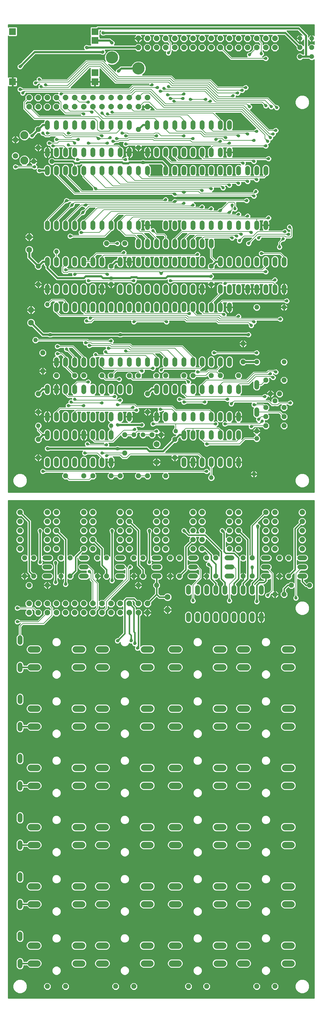
<source format=gtl>
G75*
%MOIN*%
%OFA0B0*%
%FSLAX25Y25*%
%IPPOS*%
%LPD*%
%AMOC8*
5,1,8,0,0,1.08239X$1,22.5*
%
%ADD10OC8,0.05200*%
%ADD11C,0.06496*%
%ADD12C,0.05200*%
%ADD13C,0.05200*%
%ADD14OC8,0.06000*%
%ADD15C,0.08858*%
%ADD16C,0.05937*%
%ADD17C,0.05000*%
%ADD18C,0.07050*%
%ADD19C,0.05906*%
%ADD20R,0.07600X0.07600*%
%ADD21C,0.13500*%
%ADD22OC8,0.06300*%
%ADD23C,0.06300*%
%ADD24C,0.01000*%
%ADD25C,0.03569*%
%ADD26C,0.02400*%
%ADD27C,0.00800*%
%ADD28C,0.01600*%
%ADD29C,0.01200*%
D10*
X0056752Y0016500D03*
X0076752Y0016500D03*
X0131752Y0016500D03*
X0151752Y0016500D03*
X0211752Y0016500D03*
X0231752Y0016500D03*
X0286752Y0016500D03*
X0306752Y0016500D03*
X0306752Y0446500D03*
X0311752Y0466500D03*
X0311752Y0486500D03*
X0321752Y0486500D03*
X0321752Y0466500D03*
X0324752Y0456500D03*
X0316752Y0446500D03*
X0344752Y0456500D03*
X0316752Y0631500D03*
X0316752Y0641500D03*
X0316752Y0651500D03*
X0311752Y0666500D03*
X0316752Y0681500D03*
X0306752Y0659000D03*
X0301752Y0666500D03*
X0296752Y0651500D03*
X0296752Y0641500D03*
X0296752Y0631500D03*
X0286752Y0625500D03*
X0296752Y0681500D03*
X0271752Y0701500D03*
X0266752Y0686500D03*
X0271752Y0721500D03*
X0246752Y0686500D03*
X0236752Y0686500D03*
X0216752Y0686500D03*
X0206752Y0686500D03*
X0186752Y0686500D03*
X0176752Y0686500D03*
X0166752Y0666500D03*
X0166752Y0646500D03*
X0171752Y0621500D03*
X0181752Y0621500D03*
X0196752Y0616500D03*
X0196752Y0596500D03*
X0186752Y0576500D03*
X0166752Y0576500D03*
X0156752Y0576500D03*
X0141752Y0601500D03*
X0141752Y0621500D03*
X0136752Y0576500D03*
X0126752Y0576500D03*
X0106752Y0576500D03*
X0096752Y0576500D03*
X0076752Y0576500D03*
X0071752Y0486500D03*
X0071752Y0466500D03*
X0081752Y0466500D03*
X0081752Y0486500D03*
X0056752Y0456500D03*
X0041752Y0466500D03*
X0036752Y0456500D03*
X0031752Y0466500D03*
X0031752Y0486500D03*
X0041752Y0486500D03*
X0046752Y0596500D03*
X0046752Y0616500D03*
X0046752Y0646500D03*
X0046752Y0666500D03*
X0051752Y0691500D03*
X0051752Y0711500D03*
X0066752Y0686500D03*
X0086752Y0686500D03*
X0096752Y0686500D03*
X0116752Y0686500D03*
X0126752Y0686500D03*
X0146752Y0686500D03*
X0156752Y0686500D03*
X0126752Y0786500D03*
X0126752Y0806500D03*
X0121752Y0831500D03*
X0141752Y0831500D03*
X0156752Y0936500D03*
X0156752Y0956500D03*
X0236752Y0806500D03*
X0236752Y0786500D03*
X0334256Y1046500D03*
X0347248Y1046500D03*
X0281752Y0486500D03*
X0271752Y0486500D03*
X0271752Y0466500D03*
X0281752Y0466500D03*
X0241752Y0466500D03*
X0231752Y0466500D03*
X0231752Y0486500D03*
X0241752Y0486500D03*
X0201752Y0486500D03*
X0191752Y0486500D03*
X0191752Y0466500D03*
X0201752Y0466500D03*
X0176752Y0456500D03*
X0161752Y0466500D03*
X0156752Y0456500D03*
X0151752Y0466500D03*
X0151752Y0486500D03*
X0161752Y0486500D03*
X0121752Y0486500D03*
X0121752Y0466500D03*
X0111752Y0466500D03*
X0111752Y0486500D03*
X0046752Y0786500D03*
X0046752Y0806500D03*
X0041752Y0921500D03*
X0046752Y0936500D03*
X0046752Y0956500D03*
X0061752Y0921500D03*
D11*
X0176752Y0611343D03*
X0176752Y0591657D03*
D12*
X0161752Y0621500D03*
X0151752Y0621500D03*
X0286752Y0617500D03*
X0286752Y0701500D03*
X0286752Y0761500D03*
X0316752Y0761500D03*
X0316752Y0701500D03*
X0334256Y1036500D03*
X0334256Y1056500D03*
X0347248Y1056500D03*
X0347248Y1036500D03*
D13*
X0296752Y0914100D02*
X0296752Y0908900D01*
X0286752Y0908900D02*
X0286752Y0914100D01*
X0276752Y0914100D02*
X0276752Y0908900D01*
X0266752Y0908900D02*
X0266752Y0914100D01*
X0256752Y0914100D02*
X0256752Y0908900D01*
X0256752Y0928900D02*
X0256752Y0934100D01*
X0246752Y0934100D02*
X0246752Y0928900D01*
X0246752Y0914100D02*
X0246752Y0908900D01*
X0236752Y0908900D02*
X0236752Y0914100D01*
X0236752Y0928900D02*
X0236752Y0934100D01*
X0226752Y0934100D02*
X0226752Y0928900D01*
X0226752Y0914100D02*
X0226752Y0908900D01*
X0216752Y0908900D02*
X0216752Y0914100D01*
X0206752Y0914100D02*
X0206752Y0908900D01*
X0206752Y0928900D02*
X0206752Y0934100D01*
X0216752Y0934100D02*
X0216752Y0928900D01*
X0216752Y0958900D02*
X0216752Y0964100D01*
X0206752Y0964100D02*
X0206752Y0958900D01*
X0196752Y0958900D02*
X0196752Y0964100D01*
X0186752Y0964100D02*
X0186752Y0958900D01*
X0176752Y0958900D02*
X0176752Y0964100D01*
X0166752Y0964100D02*
X0166752Y0958900D01*
X0166752Y0934100D02*
X0166752Y0928900D01*
X0176752Y0928900D02*
X0176752Y0934100D01*
X0166752Y0914100D02*
X0166752Y0908900D01*
X0156752Y0908900D02*
X0156752Y0914100D01*
X0146752Y0914100D02*
X0146752Y0908900D01*
X0146752Y0928900D02*
X0146752Y0934100D01*
X0136752Y0934100D02*
X0136752Y0928900D01*
X0126752Y0928900D02*
X0126752Y0934100D01*
X0126752Y0914100D02*
X0126752Y0908900D01*
X0136752Y0908900D02*
X0136752Y0914100D01*
X0116752Y0914100D02*
X0116752Y0908900D01*
X0116752Y0928900D02*
X0116752Y0934100D01*
X0106752Y0934100D02*
X0106752Y0928900D01*
X0106752Y0914100D02*
X0106752Y0908900D01*
X0096752Y0908900D02*
X0096752Y0914100D01*
X0096752Y0928900D02*
X0096752Y0934100D01*
X0086752Y0934100D02*
X0086752Y0928900D01*
X0076752Y0928900D02*
X0076752Y0934100D01*
X0076752Y0914100D02*
X0076752Y0908900D01*
X0086752Y0908900D02*
X0086752Y0914100D01*
X0066752Y0914100D02*
X0066752Y0908900D01*
X0066752Y0928900D02*
X0066752Y0934100D01*
X0056752Y0934100D02*
X0056752Y0928900D01*
X0056752Y0914100D02*
X0056752Y0908900D01*
X0056752Y0958900D02*
X0056752Y0964100D01*
X0066752Y0964100D02*
X0066752Y0958900D01*
X0076752Y0958900D02*
X0076752Y0964100D01*
X0086752Y0964100D02*
X0086752Y0958900D01*
X0096752Y0958900D02*
X0096752Y0964100D01*
X0106752Y0964100D02*
X0106752Y0958900D01*
X0116752Y0958900D02*
X0116752Y0964100D01*
X0126752Y0964100D02*
X0126752Y0958900D01*
X0136752Y0958900D02*
X0136752Y0964100D01*
X0146752Y0964100D02*
X0146752Y0958900D01*
X0146752Y0854100D02*
X0146752Y0848900D01*
X0136752Y0848900D02*
X0136752Y0854100D01*
X0126752Y0854100D02*
X0126752Y0848900D01*
X0116752Y0848900D02*
X0116752Y0854100D01*
X0106752Y0854100D02*
X0106752Y0848900D01*
X0096752Y0848900D02*
X0096752Y0854100D01*
X0086752Y0854100D02*
X0086752Y0848900D01*
X0076752Y0848900D02*
X0076752Y0854100D01*
X0066752Y0854100D02*
X0066752Y0848900D01*
X0056752Y0848900D02*
X0056752Y0854100D01*
X0056752Y0814100D02*
X0056752Y0808900D01*
X0056752Y0784100D02*
X0056752Y0778900D01*
X0066752Y0778900D02*
X0066752Y0784100D01*
X0066752Y0764100D02*
X0066752Y0758900D01*
X0076752Y0758900D02*
X0076752Y0764100D01*
X0076752Y0778900D02*
X0076752Y0784100D01*
X0086752Y0784100D02*
X0086752Y0778900D01*
X0086752Y0764100D02*
X0086752Y0758900D01*
X0096752Y0758900D02*
X0096752Y0764100D01*
X0096752Y0778900D02*
X0096752Y0784100D01*
X0096752Y0808900D02*
X0096752Y0814100D01*
X0086752Y0814100D02*
X0086752Y0808900D01*
X0076752Y0808900D02*
X0076752Y0814100D01*
X0066752Y0814100D02*
X0066752Y0808900D01*
X0066752Y0704100D02*
X0066752Y0698900D01*
X0066752Y0674100D02*
X0066752Y0668900D01*
X0066752Y0644100D02*
X0066752Y0638900D01*
X0066752Y0624100D02*
X0066752Y0618900D01*
X0056752Y0618900D02*
X0056752Y0624100D01*
X0056752Y0638900D02*
X0056752Y0644100D01*
X0056752Y0668900D02*
X0056752Y0674100D01*
X0076752Y0674100D02*
X0076752Y0668900D01*
X0086752Y0668900D02*
X0086752Y0674100D01*
X0086752Y0698900D02*
X0086752Y0704100D01*
X0076752Y0704100D02*
X0076752Y0698900D01*
X0096752Y0698900D02*
X0096752Y0704100D01*
X0096752Y0674100D02*
X0096752Y0668900D01*
X0096752Y0644100D02*
X0096752Y0638900D01*
X0096752Y0624100D02*
X0096752Y0618900D01*
X0086752Y0618900D02*
X0086752Y0624100D01*
X0076752Y0624100D02*
X0076752Y0618900D01*
X0076752Y0638900D02*
X0076752Y0644100D01*
X0086752Y0644100D02*
X0086752Y0638900D01*
X0086752Y0594100D02*
X0086752Y0588900D01*
X0076752Y0588900D02*
X0076752Y0594100D01*
X0066752Y0594100D02*
X0066752Y0588900D01*
X0056752Y0588900D02*
X0056752Y0594100D01*
X0059352Y0486500D02*
X0054152Y0486500D01*
X0054152Y0476500D02*
X0059352Y0476500D01*
X0059352Y0466500D02*
X0054152Y0466500D01*
X0026752Y0399100D02*
X0026752Y0393900D01*
X0026752Y0369100D02*
X0026752Y0363900D01*
X0026752Y0334100D02*
X0026752Y0328900D01*
X0026752Y0304100D02*
X0026752Y0298900D01*
X0026752Y0269100D02*
X0026752Y0263900D01*
X0026752Y0239100D02*
X0026752Y0233900D01*
X0026752Y0204100D02*
X0026752Y0198900D01*
X0026752Y0174100D02*
X0026752Y0168900D01*
X0026752Y0139100D02*
X0026752Y0133900D01*
X0026752Y0109100D02*
X0026752Y0103900D01*
X0026752Y0074100D02*
X0026752Y0068900D01*
X0026752Y0044100D02*
X0026752Y0038900D01*
X0094152Y0466500D02*
X0099352Y0466500D01*
X0099352Y0476500D02*
X0094152Y0476500D01*
X0094152Y0486500D02*
X0099352Y0486500D01*
X0096752Y0588900D02*
X0096752Y0594100D01*
X0106752Y0594100D02*
X0106752Y0588900D01*
X0116752Y0588900D02*
X0116752Y0594100D01*
X0126752Y0594100D02*
X0126752Y0588900D01*
X0126752Y0618900D02*
X0126752Y0624100D01*
X0126752Y0638900D02*
X0126752Y0644100D01*
X0136752Y0644100D02*
X0136752Y0638900D01*
X0136752Y0668900D02*
X0136752Y0674100D01*
X0126752Y0674100D02*
X0126752Y0668900D01*
X0116752Y0668900D02*
X0116752Y0674100D01*
X0116752Y0698900D02*
X0116752Y0704100D01*
X0106752Y0704100D02*
X0106752Y0698900D01*
X0106752Y0674100D02*
X0106752Y0668900D01*
X0106752Y0644100D02*
X0106752Y0638900D01*
X0106752Y0624100D02*
X0106752Y0618900D01*
X0116752Y0618900D02*
X0116752Y0624100D01*
X0116752Y0638900D02*
X0116752Y0644100D01*
X0126752Y0698900D02*
X0126752Y0704100D01*
X0136752Y0704100D02*
X0136752Y0698900D01*
X0146752Y0698900D02*
X0146752Y0704100D01*
X0146752Y0674100D02*
X0146752Y0668900D01*
X0146752Y0644100D02*
X0146752Y0638900D01*
X0156752Y0698900D02*
X0156752Y0704100D01*
X0166752Y0704100D02*
X0166752Y0698900D01*
X0176752Y0698900D02*
X0176752Y0704100D01*
X0176752Y0674100D02*
X0176752Y0668900D01*
X0176752Y0644100D02*
X0176752Y0638900D01*
X0186752Y0638900D02*
X0186752Y0644100D01*
X0186752Y0668900D02*
X0186752Y0674100D01*
X0186752Y0698900D02*
X0186752Y0704100D01*
X0196752Y0704100D02*
X0196752Y0698900D01*
X0196752Y0674100D02*
X0196752Y0668900D01*
X0196752Y0644100D02*
X0196752Y0638900D01*
X0206752Y0638900D02*
X0206752Y0644100D01*
X0216752Y0644100D02*
X0216752Y0638900D01*
X0216752Y0624100D02*
X0216752Y0618900D01*
X0206752Y0618900D02*
X0206752Y0624100D01*
X0206752Y0594100D02*
X0206752Y0588900D01*
X0216752Y0588900D02*
X0216752Y0594100D01*
X0226752Y0594100D02*
X0226752Y0588900D01*
X0236752Y0588900D02*
X0236752Y0594100D01*
X0246752Y0594100D02*
X0246752Y0588900D01*
X0256752Y0588900D02*
X0256752Y0594100D01*
X0266752Y0594100D02*
X0266752Y0588900D01*
X0266752Y0618900D02*
X0266752Y0624100D01*
X0256752Y0624100D02*
X0256752Y0618900D01*
X0256752Y0638900D02*
X0256752Y0644100D01*
X0266752Y0644100D02*
X0266752Y0638900D01*
X0266752Y0668900D02*
X0266752Y0674100D01*
X0256752Y0674100D02*
X0256752Y0668900D01*
X0246752Y0668900D02*
X0246752Y0674100D01*
X0246752Y0698900D02*
X0246752Y0704100D01*
X0236752Y0704100D02*
X0236752Y0698900D01*
X0236752Y0674100D02*
X0236752Y0668900D01*
X0236752Y0644100D02*
X0236752Y0638900D01*
X0236752Y0624100D02*
X0236752Y0618900D01*
X0226752Y0618900D02*
X0226752Y0624100D01*
X0226752Y0638900D02*
X0226752Y0644100D01*
X0226752Y0668900D02*
X0226752Y0674100D01*
X0226752Y0698900D02*
X0226752Y0704100D01*
X0216752Y0704100D02*
X0216752Y0698900D01*
X0206752Y0698900D02*
X0206752Y0704100D01*
X0206752Y0674100D02*
X0206752Y0668900D01*
X0216752Y0668900D02*
X0216752Y0674100D01*
X0216752Y0758900D02*
X0216752Y0764100D01*
X0216752Y0778900D02*
X0216752Y0784100D01*
X0206752Y0784100D02*
X0206752Y0778900D01*
X0206752Y0764100D02*
X0206752Y0758900D01*
X0196752Y0758900D02*
X0196752Y0764100D01*
X0196752Y0778900D02*
X0196752Y0784100D01*
X0196752Y0808900D02*
X0196752Y0814100D01*
X0196752Y0828900D02*
X0196752Y0834100D01*
X0196752Y0848900D02*
X0196752Y0854100D01*
X0186752Y0854100D02*
X0186752Y0848900D01*
X0186752Y0834100D02*
X0186752Y0828900D01*
X0186752Y0814100D02*
X0186752Y0808900D01*
X0186752Y0784100D02*
X0186752Y0778900D01*
X0186752Y0764100D02*
X0186752Y0758900D01*
X0176752Y0758900D02*
X0176752Y0764100D01*
X0176752Y0778900D02*
X0176752Y0784100D01*
X0166752Y0784100D02*
X0166752Y0778900D01*
X0166752Y0764100D02*
X0166752Y0758900D01*
X0156752Y0758900D02*
X0156752Y0764100D01*
X0156752Y0778900D02*
X0156752Y0784100D01*
X0156752Y0808900D02*
X0156752Y0814100D01*
X0156752Y0828900D02*
X0156752Y0834100D01*
X0156752Y0848900D02*
X0156752Y0854100D01*
X0166752Y0854100D02*
X0166752Y0848900D01*
X0166752Y0834100D02*
X0166752Y0828900D01*
X0176752Y0828900D02*
X0176752Y0834100D01*
X0176752Y0814100D02*
X0176752Y0808900D01*
X0166752Y0808900D02*
X0166752Y0814100D01*
X0146752Y0814100D02*
X0146752Y0808900D01*
X0146752Y0784100D02*
X0146752Y0778900D01*
X0146752Y0764100D02*
X0146752Y0758900D01*
X0136752Y0758900D02*
X0136752Y0764100D01*
X0136752Y0778900D02*
X0136752Y0784100D01*
X0126752Y0764100D02*
X0126752Y0758900D01*
X0116752Y0758900D02*
X0116752Y0764100D01*
X0116752Y0778900D02*
X0116752Y0784100D01*
X0116752Y0808900D02*
X0116752Y0814100D01*
X0106752Y0814100D02*
X0106752Y0808900D01*
X0106752Y0784100D02*
X0106752Y0778900D01*
X0106752Y0764100D02*
X0106752Y0758900D01*
X0136752Y0808900D02*
X0136752Y0814100D01*
X0186752Y0908900D02*
X0186752Y0914100D01*
X0186752Y0928900D02*
X0186752Y0934100D01*
X0196752Y0934100D02*
X0196752Y0928900D01*
X0196752Y0914100D02*
X0196752Y0908900D01*
X0206752Y0854100D02*
X0206752Y0848900D01*
X0216752Y0848900D02*
X0216752Y0854100D01*
X0216752Y0834100D02*
X0216752Y0828900D01*
X0206752Y0828900D02*
X0206752Y0834100D01*
X0206752Y0814100D02*
X0206752Y0808900D01*
X0216752Y0808900D02*
X0216752Y0814100D01*
X0226752Y0814100D02*
X0226752Y0808900D01*
X0226752Y0828900D02*
X0226752Y0834100D01*
X0226752Y0848900D02*
X0226752Y0854100D01*
X0236752Y0854100D02*
X0236752Y0848900D01*
X0236752Y0834100D02*
X0236752Y0828900D01*
X0246752Y0814100D02*
X0246752Y0808900D01*
X0246752Y0784100D02*
X0246752Y0778900D01*
X0246752Y0764100D02*
X0246752Y0758900D01*
X0236752Y0758900D02*
X0236752Y0764100D01*
X0226752Y0764100D02*
X0226752Y0758900D01*
X0226752Y0778900D02*
X0226752Y0784100D01*
X0246752Y0848900D02*
X0246752Y0854100D01*
X0256752Y0854100D02*
X0256752Y0848900D01*
X0266752Y0848900D02*
X0266752Y0854100D01*
X0276752Y0854100D02*
X0276752Y0848900D01*
X0286752Y0848900D02*
X0286752Y0854100D01*
X0296752Y0854100D02*
X0296752Y0848900D01*
X0296752Y0814100D02*
X0296752Y0808900D01*
X0306752Y0808900D02*
X0306752Y0814100D01*
X0306752Y0784100D02*
X0306752Y0778900D01*
X0296752Y0778900D02*
X0296752Y0784100D01*
X0286752Y0784100D02*
X0286752Y0778900D01*
X0276752Y0778900D02*
X0276752Y0784100D01*
X0276752Y0808900D02*
X0276752Y0814100D01*
X0266752Y0814100D02*
X0266752Y0808900D01*
X0256752Y0808900D02*
X0256752Y0814100D01*
X0256752Y0784100D02*
X0256752Y0778900D01*
X0256752Y0764100D02*
X0256752Y0758900D01*
X0266752Y0778900D02*
X0266752Y0784100D01*
X0286752Y0808900D02*
X0286752Y0814100D01*
X0316752Y0814100D02*
X0316752Y0808900D01*
X0316752Y0784100D02*
X0316752Y0778900D01*
X0286752Y0679100D02*
X0286752Y0673900D01*
X0286752Y0649100D02*
X0286752Y0643900D01*
X0256752Y0698900D02*
X0256752Y0704100D01*
X0246752Y0644100D02*
X0246752Y0638900D01*
X0246752Y0624100D02*
X0246752Y0618900D01*
X0254152Y0486500D02*
X0259352Y0486500D01*
X0259352Y0476500D02*
X0254152Y0476500D01*
X0254152Y0466500D02*
X0259352Y0466500D01*
X0261752Y0454100D02*
X0261752Y0448900D01*
X0261752Y0424100D02*
X0261752Y0418900D01*
X0251752Y0418900D02*
X0251752Y0424100D01*
X0251752Y0448900D02*
X0251752Y0454100D01*
X0241752Y0454100D02*
X0241752Y0448900D01*
X0231752Y0448900D02*
X0231752Y0454100D01*
X0221752Y0454100D02*
X0221752Y0448900D01*
X0219352Y0466500D02*
X0214152Y0466500D01*
X0214152Y0476500D02*
X0219352Y0476500D01*
X0219352Y0486500D02*
X0214152Y0486500D01*
X0211752Y0454100D02*
X0211752Y0448900D01*
X0211752Y0424100D02*
X0211752Y0418900D01*
X0221752Y0418900D02*
X0221752Y0424100D01*
X0231752Y0424100D02*
X0231752Y0418900D01*
X0241752Y0418900D02*
X0241752Y0424100D01*
X0271752Y0424100D02*
X0271752Y0418900D01*
X0281752Y0418900D02*
X0281752Y0424100D01*
X0281752Y0448900D02*
X0281752Y0454100D01*
X0271752Y0454100D02*
X0271752Y0448900D01*
X0291752Y0448900D02*
X0291752Y0454100D01*
X0294152Y0466500D02*
X0299352Y0466500D01*
X0299352Y0476500D02*
X0294152Y0476500D01*
X0294152Y0486500D02*
X0299352Y0486500D01*
X0291752Y0424100D02*
X0291752Y0418900D01*
X0334152Y0466500D02*
X0339352Y0466500D01*
X0339352Y0476500D02*
X0334152Y0476500D01*
X0334152Y0486500D02*
X0339352Y0486500D01*
X0256752Y0958900D02*
X0256752Y0964100D01*
X0246752Y0964100D02*
X0246752Y0958900D01*
X0236752Y0958900D02*
X0236752Y0964100D01*
X0226752Y0964100D02*
X0226752Y0958900D01*
X0179352Y0486500D02*
X0174152Y0486500D01*
X0174152Y0476500D02*
X0179352Y0476500D01*
X0179352Y0466500D02*
X0174152Y0466500D01*
X0139352Y0466500D02*
X0134152Y0466500D01*
X0134152Y0476500D02*
X0139352Y0476500D01*
X0139352Y0486500D02*
X0134152Y0486500D01*
D14*
X0136752Y0436500D03*
X0136752Y0426500D03*
X0126752Y0426500D03*
X0126752Y0436500D03*
X0116752Y0436500D03*
X0116752Y0426500D03*
X0106752Y0426500D03*
X0106752Y0436500D03*
X0096752Y0436500D03*
X0096752Y0426500D03*
X0086752Y0426500D03*
X0086752Y0436500D03*
X0076752Y0436500D03*
X0076752Y0426500D03*
X0066752Y0426500D03*
X0066752Y0436500D03*
X0056752Y0436500D03*
X0056752Y0426500D03*
X0046752Y0426500D03*
X0046752Y0436500D03*
X0036752Y0436500D03*
X0036752Y0426500D03*
X0146752Y0426500D03*
X0146752Y0436500D03*
X0156752Y0436500D03*
X0156752Y0426500D03*
X0166752Y0426500D03*
X0166752Y0436500D03*
X0166752Y0981500D03*
X0166752Y0991500D03*
X0156752Y0991500D03*
X0156752Y0981500D03*
X0146752Y0981500D03*
X0146752Y0991500D03*
X0136752Y0991500D03*
X0136752Y0981500D03*
X0126752Y0981500D03*
X0126752Y0991500D03*
X0116752Y0991500D03*
X0116752Y0981500D03*
X0106752Y0981500D03*
X0106752Y0991500D03*
X0096752Y0991500D03*
X0096752Y0981500D03*
X0086752Y0981500D03*
X0086752Y0991500D03*
X0076752Y0991500D03*
X0076752Y0981500D03*
X0066752Y0981500D03*
X0066752Y0991500D03*
X0056752Y0991500D03*
X0056752Y0981500D03*
X0046752Y0981500D03*
X0046752Y0991500D03*
X0036752Y0991500D03*
X0036752Y0981500D03*
X0156752Y1046500D03*
X0156752Y1056500D03*
X0166752Y1056500D03*
X0166752Y1046500D03*
X0176752Y1046500D03*
X0176752Y1056500D03*
X0186752Y1056500D03*
X0186752Y1046500D03*
X0196752Y1046500D03*
X0196752Y1056500D03*
X0206752Y1056500D03*
X0206752Y1046500D03*
X0216752Y1046500D03*
X0216752Y1056500D03*
X0226752Y1056500D03*
X0226752Y1046500D03*
X0236752Y1046500D03*
X0236752Y1056500D03*
X0246752Y1056500D03*
X0246752Y1046500D03*
X0256752Y1046500D03*
X0256752Y1056500D03*
X0266752Y1056500D03*
X0266752Y1046500D03*
X0276752Y1046500D03*
X0276752Y1056500D03*
X0286752Y1056500D03*
X0286752Y1046500D03*
X0296752Y1046500D03*
X0296752Y1056500D03*
X0306752Y1056500D03*
X0306752Y1046500D03*
D15*
X0031595Y0950280D03*
X0031595Y0922720D03*
D16*
X0021752Y0927642D03*
X0021752Y0945358D03*
D17*
X0066752Y0822500D03*
X0056752Y0764500D03*
X0043752Y0725500D03*
X0046752Y0631500D03*
X0126752Y0631500D03*
X0197752Y0625500D03*
X0236752Y0574500D03*
X0283752Y0578500D03*
D18*
X0275677Y0386300D02*
X0268627Y0386300D01*
X0268627Y0366700D02*
X0275677Y0366700D01*
X0275677Y0321300D02*
X0268627Y0321300D01*
X0268627Y0301700D02*
X0275677Y0301700D01*
X0275677Y0256300D02*
X0268627Y0256300D01*
X0268627Y0236700D02*
X0275677Y0236700D01*
X0275677Y0191300D02*
X0268627Y0191300D01*
X0268627Y0171700D02*
X0275677Y0171700D01*
X0275677Y0126300D02*
X0268627Y0126300D01*
X0268627Y0106700D02*
X0275677Y0106700D01*
X0275677Y0061300D02*
X0268627Y0061300D01*
X0268627Y0041700D02*
X0275677Y0041700D01*
X0249877Y0041700D02*
X0242827Y0041700D01*
X0242827Y0061300D02*
X0249877Y0061300D01*
X0249877Y0106700D02*
X0242827Y0106700D01*
X0242827Y0126300D02*
X0249877Y0126300D01*
X0249877Y0171700D02*
X0242827Y0171700D01*
X0242827Y0191300D02*
X0249877Y0191300D01*
X0249877Y0236700D02*
X0242827Y0236700D01*
X0242827Y0256300D02*
X0249877Y0256300D01*
X0249877Y0301700D02*
X0242827Y0301700D01*
X0242827Y0321300D02*
X0249877Y0321300D01*
X0249877Y0366700D02*
X0242827Y0366700D01*
X0242827Y0386300D02*
X0249877Y0386300D01*
X0200677Y0386300D02*
X0193627Y0386300D01*
X0193627Y0366700D02*
X0200677Y0366700D01*
X0200677Y0321300D02*
X0193627Y0321300D01*
X0193627Y0301700D02*
X0200677Y0301700D01*
X0200677Y0256300D02*
X0193627Y0256300D01*
X0193627Y0236700D02*
X0200677Y0236700D01*
X0200677Y0191300D02*
X0193627Y0191300D01*
X0193627Y0171700D02*
X0200677Y0171700D01*
X0200677Y0126300D02*
X0193627Y0126300D01*
X0193627Y0106700D02*
X0200677Y0106700D01*
X0200677Y0061300D02*
X0193627Y0061300D01*
X0193627Y0041700D02*
X0200677Y0041700D01*
X0169877Y0041700D02*
X0162827Y0041700D01*
X0162827Y0061300D02*
X0169877Y0061300D01*
X0169877Y0106700D02*
X0162827Y0106700D01*
X0162827Y0126300D02*
X0169877Y0126300D01*
X0169877Y0171700D02*
X0162827Y0171700D01*
X0162827Y0191300D02*
X0169877Y0191300D01*
X0169877Y0236700D02*
X0162827Y0236700D01*
X0162827Y0256300D02*
X0169877Y0256300D01*
X0169877Y0301700D02*
X0162827Y0301700D01*
X0162827Y0321300D02*
X0169877Y0321300D01*
X0169877Y0366700D02*
X0162827Y0366700D01*
X0162827Y0386300D02*
X0169877Y0386300D01*
X0120677Y0386300D02*
X0113627Y0386300D01*
X0113627Y0366700D02*
X0120677Y0366700D01*
X0120677Y0321300D02*
X0113627Y0321300D01*
X0113627Y0301700D02*
X0120677Y0301700D01*
X0120677Y0256300D02*
X0113627Y0256300D01*
X0113627Y0236700D02*
X0120677Y0236700D01*
X0120677Y0191300D02*
X0113627Y0191300D01*
X0113627Y0171700D02*
X0120677Y0171700D01*
X0120677Y0126300D02*
X0113627Y0126300D01*
X0113627Y0106700D02*
X0120677Y0106700D01*
X0120677Y0061300D02*
X0113627Y0061300D01*
X0113627Y0041700D02*
X0120677Y0041700D01*
X0094877Y0041700D02*
X0087827Y0041700D01*
X0087827Y0061300D02*
X0094877Y0061300D01*
X0094877Y0106700D02*
X0087827Y0106700D01*
X0087827Y0126300D02*
X0094877Y0126300D01*
X0094877Y0171700D02*
X0087827Y0171700D01*
X0087827Y0191300D02*
X0094877Y0191300D01*
X0094877Y0236700D02*
X0087827Y0236700D01*
X0087827Y0256300D02*
X0094877Y0256300D01*
X0094877Y0301700D02*
X0087827Y0301700D01*
X0087827Y0321300D02*
X0094877Y0321300D01*
X0094877Y0366700D02*
X0087827Y0366700D01*
X0087827Y0386300D02*
X0094877Y0386300D01*
X0045677Y0386300D02*
X0038627Y0386300D01*
X0038627Y0366700D02*
X0045677Y0366700D01*
X0045677Y0321300D02*
X0038627Y0321300D01*
X0038627Y0301700D02*
X0045677Y0301700D01*
X0045677Y0256300D02*
X0038627Y0256300D01*
X0038627Y0236700D02*
X0045677Y0236700D01*
X0045677Y0191300D02*
X0038627Y0191300D01*
X0038627Y0171700D02*
X0045677Y0171700D01*
X0045677Y0126300D02*
X0038627Y0126300D01*
X0038627Y0106700D02*
X0045677Y0106700D01*
X0045677Y0061300D02*
X0038627Y0061300D01*
X0038627Y0041700D02*
X0045677Y0041700D01*
X0317827Y0041700D02*
X0324877Y0041700D01*
X0324877Y0061300D02*
X0317827Y0061300D01*
X0317827Y0106700D02*
X0324877Y0106700D01*
X0324877Y0126300D02*
X0317827Y0126300D01*
X0317827Y0171700D02*
X0324877Y0171700D01*
X0324877Y0191300D02*
X0317827Y0191300D01*
X0317827Y0236700D02*
X0324877Y0236700D01*
X0324877Y0256300D02*
X0317827Y0256300D01*
X0317827Y0301700D02*
X0324877Y0301700D01*
X0324877Y0321300D02*
X0317827Y0321300D01*
X0317827Y0366700D02*
X0324877Y0366700D01*
X0324877Y0386300D02*
X0317827Y0386300D01*
D19*
X0306752Y0496500D03*
X0306752Y0506500D03*
X0306752Y0516500D03*
X0306752Y0526500D03*
X0306752Y0536500D03*
X0296752Y0536500D03*
X0296752Y0526500D03*
X0296752Y0516500D03*
X0296752Y0506500D03*
X0296752Y0496500D03*
X0266752Y0496500D03*
X0266752Y0506500D03*
X0266752Y0516500D03*
X0266752Y0526500D03*
X0266752Y0536500D03*
X0256752Y0536500D03*
X0256752Y0526500D03*
X0256752Y0516500D03*
X0256752Y0506500D03*
X0256752Y0496500D03*
X0226752Y0496500D03*
X0226752Y0506500D03*
X0226752Y0516500D03*
X0226752Y0526500D03*
X0226752Y0536500D03*
X0216752Y0536500D03*
X0216752Y0526500D03*
X0216752Y0516500D03*
X0216752Y0506500D03*
X0216752Y0496500D03*
X0186752Y0496500D03*
X0186752Y0506500D03*
X0186752Y0516500D03*
X0186752Y0526500D03*
X0186752Y0536500D03*
X0176752Y0536500D03*
X0176752Y0526500D03*
X0176752Y0516500D03*
X0176752Y0506500D03*
X0176752Y0496500D03*
X0146752Y0496500D03*
X0146752Y0506500D03*
X0146752Y0516500D03*
X0146752Y0526500D03*
X0146752Y0536500D03*
X0136752Y0536500D03*
X0136752Y0526500D03*
X0136752Y0516500D03*
X0136752Y0506500D03*
X0136752Y0496500D03*
X0106752Y0496500D03*
X0106752Y0506500D03*
X0106752Y0516500D03*
X0106752Y0526500D03*
X0106752Y0536500D03*
X0096752Y0536500D03*
X0096752Y0526500D03*
X0096752Y0516500D03*
X0096752Y0506500D03*
X0096752Y0496500D03*
X0066752Y0496500D03*
X0066752Y0506500D03*
X0066752Y0516500D03*
X0066752Y0526500D03*
X0066752Y0536500D03*
X0056752Y0536500D03*
X0056752Y0526500D03*
X0056752Y0516500D03*
X0056752Y0506500D03*
X0056752Y0496500D03*
X0026752Y0496500D03*
X0026752Y0506500D03*
X0026752Y0516500D03*
X0026752Y0526500D03*
X0026752Y0536500D03*
X0336752Y0536500D03*
X0336752Y0526500D03*
X0336752Y0516500D03*
X0336752Y0506500D03*
X0336752Y0496500D03*
D20*
X0109075Y1008941D03*
X0109075Y1018783D03*
X0109075Y1054217D03*
X0109075Y1064059D03*
X0018524Y1064059D03*
X0018524Y1008941D03*
D21*
X0127752Y1035500D03*
X0156752Y1023500D03*
D22*
X0036752Y0838500D03*
X0038752Y0758500D03*
X0188752Y0429500D03*
D23*
X0188752Y0443500D03*
X0038752Y0744500D03*
X0036752Y0824500D03*
D24*
X0013752Y0549500D02*
X0013752Y0003500D01*
X0349752Y0003500D01*
X0349752Y0549500D01*
X0013752Y0549500D01*
X0013752Y0548684D02*
X0349752Y0548684D01*
X0349752Y0547686D02*
X0013752Y0547686D01*
X0013752Y0546687D02*
X0349752Y0546687D01*
X0349752Y0545689D02*
X0013752Y0545689D01*
X0013752Y0544690D02*
X0349752Y0544690D01*
X0349752Y0543692D02*
X0013752Y0543692D01*
X0013752Y0542693D02*
X0349752Y0542693D01*
X0349752Y0541695D02*
X0013752Y0541695D01*
X0013752Y0540696D02*
X0025247Y0540696D01*
X0025867Y0540953D02*
X0024230Y0540275D01*
X0022978Y0539022D01*
X0022300Y0537386D01*
X0022300Y0535614D01*
X0022978Y0533978D01*
X0024230Y0532725D01*
X0025867Y0532047D01*
X0027638Y0532047D01*
X0027860Y0532139D01*
X0034452Y0525547D01*
X0034452Y0489598D01*
X0033451Y0490600D01*
X0030054Y0490600D01*
X0027652Y0488198D01*
X0027652Y0484802D01*
X0030054Y0482400D01*
X0033451Y0482400D01*
X0034452Y0483402D01*
X0034452Y0470547D01*
X0035800Y0469200D01*
X0037652Y0467347D01*
X0037652Y0464802D01*
X0040054Y0462400D01*
X0043451Y0462400D01*
X0045852Y0464802D01*
X0045852Y0468198D01*
X0043451Y0470600D01*
X0040905Y0470600D01*
X0039052Y0472453D01*
X0039052Y0483402D01*
X0040054Y0482400D01*
X0043451Y0482400D01*
X0045852Y0484802D01*
X0045852Y0488198D01*
X0043451Y0490600D01*
X0040054Y0490600D01*
X0039052Y0489598D01*
X0039052Y0527453D01*
X0031113Y0535392D01*
X0031205Y0535614D01*
X0031205Y0537386D01*
X0030527Y0539022D01*
X0029275Y0540275D01*
X0027638Y0540953D01*
X0025867Y0540953D01*
X0028258Y0540696D02*
X0055247Y0540696D01*
X0055867Y0540953D02*
X0054230Y0540275D01*
X0052978Y0539022D01*
X0052300Y0537386D01*
X0052300Y0535614D01*
X0052978Y0533978D01*
X0054230Y0532725D01*
X0055867Y0532047D01*
X0057638Y0532047D01*
X0059275Y0532725D01*
X0060527Y0533978D01*
X0061205Y0535614D01*
X0061205Y0537386D01*
X0060527Y0539022D01*
X0059275Y0540275D01*
X0057638Y0540953D01*
X0055867Y0540953D01*
X0058258Y0540696D02*
X0065247Y0540696D01*
X0065867Y0540953D02*
X0064230Y0540275D01*
X0062978Y0539022D01*
X0062300Y0537386D01*
X0062300Y0535614D01*
X0062978Y0533978D01*
X0064230Y0532725D01*
X0065867Y0532047D01*
X0067638Y0532047D01*
X0069275Y0532725D01*
X0070527Y0533978D01*
X0071205Y0535614D01*
X0071205Y0537386D01*
X0070527Y0539022D01*
X0069275Y0540275D01*
X0067638Y0540953D01*
X0065867Y0540953D01*
X0068258Y0540696D02*
X0095247Y0540696D01*
X0095867Y0540953D02*
X0094230Y0540275D01*
X0092978Y0539022D01*
X0092300Y0537386D01*
X0092300Y0535614D01*
X0092978Y0533978D01*
X0094230Y0532725D01*
X0095867Y0532047D01*
X0097638Y0532047D01*
X0099275Y0532725D01*
X0100527Y0533978D01*
X0101205Y0535614D01*
X0101205Y0537386D01*
X0100527Y0539022D01*
X0099275Y0540275D01*
X0097638Y0540953D01*
X0095867Y0540953D01*
X0098258Y0540696D02*
X0105247Y0540696D01*
X0105867Y0540953D02*
X0104230Y0540275D01*
X0102978Y0539022D01*
X0102300Y0537386D01*
X0102300Y0535614D01*
X0102978Y0533978D01*
X0104230Y0532725D01*
X0105867Y0532047D01*
X0107638Y0532047D01*
X0109275Y0532725D01*
X0110527Y0533978D01*
X0111205Y0535614D01*
X0111205Y0537386D01*
X0110527Y0539022D01*
X0109275Y0540275D01*
X0107638Y0540953D01*
X0105867Y0540953D01*
X0108258Y0540696D02*
X0135247Y0540696D01*
X0135867Y0540953D02*
X0134230Y0540275D01*
X0132978Y0539022D01*
X0132300Y0537386D01*
X0132300Y0535614D01*
X0132978Y0533978D01*
X0134230Y0532725D01*
X0135867Y0532047D01*
X0137638Y0532047D01*
X0139275Y0532725D01*
X0140527Y0533978D01*
X0141205Y0535614D01*
X0141205Y0537386D01*
X0140527Y0539022D01*
X0139275Y0540275D01*
X0137638Y0540953D01*
X0135867Y0540953D01*
X0138258Y0540696D02*
X0145247Y0540696D01*
X0145867Y0540953D02*
X0144230Y0540275D01*
X0142978Y0539022D01*
X0142300Y0537386D01*
X0142300Y0535614D01*
X0142978Y0533978D01*
X0144230Y0532725D01*
X0145867Y0532047D01*
X0147638Y0532047D01*
X0149275Y0532725D01*
X0150527Y0533978D01*
X0151205Y0535614D01*
X0151205Y0537386D01*
X0150527Y0539022D01*
X0149275Y0540275D01*
X0147638Y0540953D01*
X0145867Y0540953D01*
X0148258Y0540696D02*
X0175247Y0540696D01*
X0175867Y0540953D02*
X0174230Y0540275D01*
X0172978Y0539022D01*
X0172300Y0537386D01*
X0172300Y0535614D01*
X0172978Y0533978D01*
X0174230Y0532725D01*
X0175867Y0532047D01*
X0177638Y0532047D01*
X0179275Y0532725D01*
X0180527Y0533978D01*
X0181205Y0535614D01*
X0181205Y0537386D01*
X0180527Y0539022D01*
X0179275Y0540275D01*
X0177638Y0540953D01*
X0175867Y0540953D01*
X0178258Y0540696D02*
X0185247Y0540696D01*
X0185867Y0540953D02*
X0184230Y0540275D01*
X0182978Y0539022D01*
X0182300Y0537386D01*
X0182300Y0535614D01*
X0182978Y0533978D01*
X0184230Y0532725D01*
X0185867Y0532047D01*
X0187638Y0532047D01*
X0189275Y0532725D01*
X0190527Y0533978D01*
X0191205Y0535614D01*
X0191205Y0537386D01*
X0190527Y0539022D01*
X0189275Y0540275D01*
X0187638Y0540953D01*
X0185867Y0540953D01*
X0188258Y0540696D02*
X0215247Y0540696D01*
X0215867Y0540953D02*
X0214230Y0540275D01*
X0212978Y0539022D01*
X0212300Y0537386D01*
X0212300Y0535614D01*
X0212978Y0533978D01*
X0214230Y0532725D01*
X0215867Y0532047D01*
X0217638Y0532047D01*
X0219275Y0532725D01*
X0220527Y0533978D01*
X0221205Y0535614D01*
X0221205Y0537386D01*
X0220527Y0539022D01*
X0219275Y0540275D01*
X0217638Y0540953D01*
X0215867Y0540953D01*
X0218258Y0540696D02*
X0225247Y0540696D01*
X0225867Y0540953D02*
X0224230Y0540275D01*
X0222978Y0539022D01*
X0222300Y0537386D01*
X0222300Y0535614D01*
X0222978Y0533978D01*
X0224230Y0532725D01*
X0225867Y0532047D01*
X0227638Y0532047D01*
X0229275Y0532725D01*
X0230527Y0533978D01*
X0231205Y0535614D01*
X0231205Y0537386D01*
X0230527Y0539022D01*
X0229275Y0540275D01*
X0227638Y0540953D01*
X0225867Y0540953D01*
X0228258Y0540696D02*
X0255247Y0540696D01*
X0255867Y0540953D02*
X0254230Y0540275D01*
X0252978Y0539022D01*
X0252300Y0537386D01*
X0252300Y0535614D01*
X0252978Y0533978D01*
X0254230Y0532725D01*
X0255867Y0532047D01*
X0257638Y0532047D01*
X0259275Y0532725D01*
X0260527Y0533978D01*
X0261205Y0535614D01*
X0261205Y0537386D01*
X0260527Y0539022D01*
X0259275Y0540275D01*
X0257638Y0540953D01*
X0255867Y0540953D01*
X0258258Y0540696D02*
X0265247Y0540696D01*
X0265867Y0540953D02*
X0264230Y0540275D01*
X0262978Y0539022D01*
X0262300Y0537386D01*
X0262300Y0535614D01*
X0262978Y0533978D01*
X0264230Y0532725D01*
X0265867Y0532047D01*
X0267638Y0532047D01*
X0269275Y0532725D01*
X0270527Y0533978D01*
X0271205Y0535614D01*
X0271205Y0537386D01*
X0270527Y0539022D01*
X0269275Y0540275D01*
X0267638Y0540953D01*
X0265867Y0540953D01*
X0268258Y0540696D02*
X0295247Y0540696D01*
X0295867Y0540953D02*
X0294230Y0540275D01*
X0292978Y0539022D01*
X0292300Y0537386D01*
X0292300Y0535614D01*
X0292475Y0535192D01*
X0279652Y0522370D01*
X0279652Y0490198D01*
X0279052Y0489598D01*
X0279052Y0507453D01*
X0271113Y0515392D01*
X0271205Y0515614D01*
X0271205Y0517386D01*
X0270527Y0519022D01*
X0269275Y0520275D01*
X0267638Y0520953D01*
X0265867Y0520953D01*
X0264230Y0520275D01*
X0262978Y0519022D01*
X0262300Y0517386D01*
X0262300Y0515614D01*
X0262978Y0513978D01*
X0264230Y0512725D01*
X0265867Y0512047D01*
X0267638Y0512047D01*
X0267860Y0512139D01*
X0274452Y0505547D01*
X0274452Y0489598D01*
X0273451Y0490600D01*
X0270054Y0490600D01*
X0267980Y0488525D01*
X0264052Y0492453D01*
X0262705Y0493800D01*
X0260350Y0493800D01*
X0260527Y0493978D01*
X0261205Y0495614D01*
X0261205Y0497386D01*
X0260527Y0499022D01*
X0259275Y0500275D01*
X0257638Y0500953D01*
X0255867Y0500953D01*
X0254230Y0500275D01*
X0253052Y0499097D01*
X0253052Y0503903D01*
X0254230Y0502725D01*
X0255867Y0502047D01*
X0257638Y0502047D01*
X0259275Y0502725D01*
X0260527Y0503978D01*
X0261205Y0505614D01*
X0261205Y0507386D01*
X0260527Y0509022D01*
X0259275Y0510275D01*
X0257638Y0510953D01*
X0255867Y0510953D01*
X0254230Y0510275D01*
X0253052Y0509097D01*
X0253052Y0513903D01*
X0254230Y0512725D01*
X0255867Y0512047D01*
X0257638Y0512047D01*
X0259275Y0512725D01*
X0260527Y0513978D01*
X0261205Y0515614D01*
X0261205Y0517386D01*
X0260527Y0519022D01*
X0259275Y0520275D01*
X0257638Y0520953D01*
X0255867Y0520953D01*
X0254230Y0520275D01*
X0252978Y0519022D01*
X0252300Y0517386D01*
X0252300Y0516612D01*
X0251770Y0517798D01*
X0251537Y0518360D01*
X0251504Y0518393D01*
X0251362Y0518710D01*
X0251079Y0518818D01*
X0250613Y0519284D01*
X0249406Y0519784D01*
X0248099Y0519784D01*
X0246892Y0519284D01*
X0245968Y0518360D01*
X0245468Y0517153D01*
X0245468Y0515847D01*
X0245968Y0514640D01*
X0246435Y0514173D01*
X0246523Y0513941D01*
X0246543Y0513890D01*
X0246859Y0513749D01*
X0246892Y0513716D01*
X0247454Y0513483D01*
X0248282Y0513113D01*
X0248282Y0513113D01*
X0248452Y0513037D01*
X0248452Y0496053D01*
X0232052Y0512453D01*
X0230705Y0513800D01*
X0230350Y0513800D01*
X0230527Y0513978D01*
X0231205Y0515614D01*
X0231205Y0517386D01*
X0230527Y0519022D01*
X0229275Y0520275D01*
X0227638Y0520953D01*
X0225867Y0520953D01*
X0224230Y0520275D01*
X0222978Y0519022D01*
X0222300Y0517386D01*
X0222300Y0515614D01*
X0222978Y0513978D01*
X0223155Y0513800D01*
X0220350Y0513800D01*
X0220527Y0513978D01*
X0221205Y0515614D01*
X0221205Y0517386D01*
X0220527Y0519022D01*
X0219275Y0520275D01*
X0217638Y0520953D01*
X0215867Y0520953D01*
X0214230Y0520275D01*
X0212978Y0519022D01*
X0212300Y0517386D01*
X0212300Y0515614D01*
X0212978Y0513978D01*
X0213155Y0513800D01*
X0212705Y0513800D01*
X0211001Y0515504D01*
X0210674Y0515831D01*
X0210509Y0516263D01*
X0210442Y0516292D01*
X0209770Y0517798D01*
X0209537Y0518360D01*
X0209504Y0518393D01*
X0209362Y0518710D01*
X0209079Y0518818D01*
X0208613Y0519284D01*
X0207406Y0519784D01*
X0206099Y0519784D01*
X0204892Y0519284D01*
X0203968Y0518360D01*
X0203468Y0517153D01*
X0203468Y0515847D01*
X0203968Y0514640D01*
X0204435Y0514173D01*
X0204523Y0513941D01*
X0204543Y0513890D01*
X0204859Y0513749D01*
X0204892Y0513716D01*
X0205454Y0513483D01*
X0206282Y0513113D01*
X0206960Y0512810D01*
X0206990Y0512743D01*
X0207422Y0512578D01*
X0207748Y0512251D01*
X0210800Y0509200D01*
X0213155Y0509200D01*
X0212978Y0509022D01*
X0212300Y0507386D01*
X0212300Y0505614D01*
X0212392Y0505392D01*
X0206452Y0499453D01*
X0206452Y0474453D01*
X0202600Y0470600D01*
X0200054Y0470600D01*
X0197652Y0468198D01*
X0197652Y0464802D01*
X0200054Y0462400D01*
X0203451Y0462400D01*
X0205852Y0464802D01*
X0205852Y0467347D01*
X0209705Y0471200D01*
X0211052Y0472547D01*
X0211052Y0473802D01*
X0211830Y0473024D01*
X0213337Y0472400D01*
X0220168Y0472400D01*
X0221675Y0473024D01*
X0222108Y0473457D01*
X0222852Y0472713D01*
X0222852Y0468764D01*
X0222828Y0468822D01*
X0221675Y0469976D01*
X0220168Y0470600D01*
X0213337Y0470600D01*
X0211830Y0469976D01*
X0210677Y0468822D01*
X0210052Y0467316D01*
X0210052Y0465684D01*
X0210677Y0464178D01*
X0211830Y0463024D01*
X0213337Y0462400D01*
X0219965Y0462400D01*
X0214852Y0457287D01*
X0214852Y0456798D01*
X0214075Y0457576D01*
X0212568Y0458200D01*
X0210937Y0458200D01*
X0209430Y0457576D01*
X0208277Y0456422D01*
X0207652Y0454916D01*
X0207652Y0448084D01*
X0208277Y0446578D01*
X0209430Y0445424D01*
X0210937Y0444800D01*
X0212568Y0444800D01*
X0214075Y0445424D01*
X0214852Y0446202D01*
X0214852Y0442768D01*
X0214127Y0441520D01*
X0213968Y0441360D01*
X0213802Y0440960D01*
X0213700Y0440783D01*
X0213517Y0440469D01*
X0213549Y0440349D01*
X0213468Y0440153D01*
X0213468Y0438847D01*
X0213968Y0437640D01*
X0214892Y0436716D01*
X0216099Y0436216D01*
X0217406Y0436216D01*
X0218613Y0436716D01*
X0219537Y0437640D01*
X0220037Y0438847D01*
X0220037Y0440153D01*
X0219956Y0440349D01*
X0219988Y0440469D01*
X0219988Y0440469D01*
X0219779Y0440828D01*
X0219703Y0440960D01*
X0219537Y0441360D01*
X0219377Y0441520D01*
X0218652Y0442768D01*
X0218652Y0446202D01*
X0219430Y0445424D01*
X0220937Y0444800D01*
X0222568Y0444800D01*
X0224075Y0445424D01*
X0225228Y0446578D01*
X0225852Y0448084D01*
X0225852Y0454916D01*
X0225228Y0456422D01*
X0224075Y0457576D01*
X0222568Y0458200D01*
X0221139Y0458200D01*
X0225539Y0462600D01*
X0226652Y0463713D01*
X0226652Y0474287D01*
X0223652Y0477287D01*
X0223331Y0477608D01*
X0222828Y0478822D01*
X0221675Y0479976D01*
X0220168Y0480600D01*
X0213337Y0480600D01*
X0211830Y0479976D01*
X0211052Y0479198D01*
X0211052Y0483802D01*
X0211830Y0483024D01*
X0213337Y0482400D01*
X0220168Y0482400D01*
X0221675Y0483024D01*
X0222828Y0484178D01*
X0223452Y0485684D01*
X0223452Y0487316D01*
X0222828Y0488822D01*
X0221675Y0489976D01*
X0220168Y0490600D01*
X0213337Y0490600D01*
X0211830Y0489976D01*
X0211052Y0489198D01*
X0211052Y0497547D01*
X0215644Y0502139D01*
X0215867Y0502047D01*
X0217638Y0502047D01*
X0219275Y0502725D01*
X0220527Y0503978D01*
X0221205Y0505614D01*
X0221205Y0507386D01*
X0220527Y0509022D01*
X0220350Y0509200D01*
X0223155Y0509200D01*
X0222978Y0509022D01*
X0222300Y0507386D01*
X0222300Y0505614D01*
X0222978Y0503978D01*
X0224230Y0502725D01*
X0225867Y0502047D01*
X0227638Y0502047D01*
X0229275Y0502725D01*
X0230527Y0503978D01*
X0231205Y0505614D01*
X0231205Y0506795D01*
X0245452Y0492547D01*
X0245452Y0488598D01*
X0243451Y0490600D01*
X0240054Y0490600D01*
X0239052Y0489598D01*
X0239052Y0490453D01*
X0237705Y0491800D01*
X0230705Y0498800D01*
X0230619Y0498800D01*
X0230527Y0499022D01*
X0229275Y0500275D01*
X0227638Y0500953D01*
X0225867Y0500953D01*
X0224230Y0500275D01*
X0222978Y0499022D01*
X0222300Y0497386D01*
X0222300Y0495614D01*
X0222978Y0493978D01*
X0224230Y0492725D01*
X0225867Y0492047D01*
X0227638Y0492047D01*
X0229275Y0492725D01*
X0229775Y0493225D01*
X0232400Y0490600D01*
X0230054Y0490600D01*
X0227652Y0488198D01*
X0227652Y0484802D01*
X0230054Y0482400D01*
X0232172Y0482400D01*
X0231892Y0482284D01*
X0230968Y0481360D01*
X0230468Y0480153D01*
X0230468Y0478847D01*
X0230968Y0477640D01*
X0231435Y0477173D01*
X0231523Y0476941D01*
X0231543Y0476890D01*
X0231859Y0476749D01*
X0231892Y0476716D01*
X0232454Y0476483D01*
X0233282Y0476113D01*
X0233282Y0476113D01*
X0233960Y0475810D01*
X0233990Y0475743D01*
X0234422Y0475578D01*
X0234452Y0475547D01*
X0234452Y0469598D01*
X0233451Y0470600D01*
X0232052Y0470600D01*
X0232052Y0466800D01*
X0231452Y0466800D01*
X0231452Y0466200D01*
X0227652Y0466200D01*
X0227652Y0464802D01*
X0230054Y0462400D01*
X0231452Y0462400D01*
X0231452Y0466200D01*
X0232052Y0466200D01*
X0232052Y0462400D01*
X0233451Y0462400D01*
X0234452Y0463402D01*
X0234452Y0462547D01*
X0235800Y0461200D01*
X0239427Y0457573D01*
X0238277Y0456422D01*
X0237652Y0454916D01*
X0237652Y0448084D01*
X0238277Y0446578D01*
X0239430Y0445424D01*
X0240937Y0444800D01*
X0242568Y0444800D01*
X0244075Y0445424D01*
X0245228Y0446578D01*
X0245852Y0448084D01*
X0245852Y0454916D01*
X0245228Y0456422D01*
X0244075Y0457576D01*
X0244052Y0457585D01*
X0244052Y0459453D01*
X0241105Y0462400D01*
X0243451Y0462400D01*
X0245452Y0464402D01*
X0245452Y0462547D01*
X0246800Y0461200D01*
X0249452Y0458547D01*
X0249452Y0457585D01*
X0249430Y0457576D01*
X0248277Y0456422D01*
X0247652Y0454916D01*
X0247652Y0448084D01*
X0248277Y0446578D01*
X0249430Y0445424D01*
X0250937Y0444800D01*
X0252568Y0444800D01*
X0254075Y0445424D01*
X0254852Y0446202D01*
X0254852Y0442768D01*
X0254127Y0441520D01*
X0253968Y0441360D01*
X0253802Y0440960D01*
X0253700Y0440783D01*
X0253517Y0440469D01*
X0253549Y0440349D01*
X0253468Y0440153D01*
X0253468Y0438847D01*
X0253968Y0437640D01*
X0254892Y0436716D01*
X0256099Y0436216D01*
X0257406Y0436216D01*
X0258613Y0436716D01*
X0259537Y0437640D01*
X0260037Y0438847D01*
X0260037Y0440153D01*
X0259956Y0440349D01*
X0259988Y0440469D01*
X0259988Y0440469D01*
X0259779Y0440828D01*
X0259703Y0440960D01*
X0259537Y0441360D01*
X0259377Y0441520D01*
X0258652Y0442768D01*
X0258652Y0446202D01*
X0259430Y0445424D01*
X0260937Y0444800D01*
X0262568Y0444800D01*
X0264075Y0445424D01*
X0265228Y0446578D01*
X0265852Y0448084D01*
X0265852Y0454916D01*
X0265228Y0456422D01*
X0264078Y0457573D01*
X0267705Y0461200D01*
X0269052Y0462547D01*
X0269052Y0463402D01*
X0270054Y0462400D01*
X0271452Y0462400D01*
X0271452Y0466200D01*
X0272052Y0466200D01*
X0272052Y0462400D01*
X0272400Y0462400D01*
X0269452Y0459453D01*
X0269452Y0457585D01*
X0269430Y0457576D01*
X0268277Y0456422D01*
X0267652Y0454916D01*
X0267652Y0448084D01*
X0268277Y0446578D01*
X0269430Y0445424D01*
X0270937Y0444800D01*
X0272568Y0444800D01*
X0274075Y0445424D01*
X0275228Y0446578D01*
X0275852Y0448084D01*
X0275852Y0454916D01*
X0275228Y0456422D01*
X0274078Y0457573D01*
X0277705Y0461200D01*
X0279052Y0462547D01*
X0279052Y0463402D01*
X0280054Y0462400D01*
X0282400Y0462400D01*
X0279452Y0459453D01*
X0279452Y0457585D01*
X0279430Y0457576D01*
X0278277Y0456422D01*
X0277652Y0454916D01*
X0277652Y0448084D01*
X0278277Y0446578D01*
X0279430Y0445424D01*
X0280937Y0444800D01*
X0282568Y0444800D01*
X0284075Y0445424D01*
X0284452Y0445802D01*
X0284452Y0441746D01*
X0284264Y0441324D01*
X0284290Y0441256D01*
X0283701Y0439715D01*
X0283468Y0439153D01*
X0283468Y0439106D01*
X0283345Y0438783D01*
X0283468Y0438506D01*
X0283468Y0437847D01*
X0283968Y0436640D01*
X0284892Y0435716D01*
X0286099Y0435216D01*
X0287406Y0435216D01*
X0288613Y0435716D01*
X0289537Y0436640D01*
X0290037Y0437847D01*
X0290037Y0438506D01*
X0290160Y0438783D01*
X0290160Y0438783D01*
X0290160Y0438783D01*
X0290037Y0439106D01*
X0290037Y0439153D01*
X0289804Y0439715D01*
X0289215Y0441256D01*
X0289241Y0441324D01*
X0289052Y0441746D01*
X0289052Y0445802D01*
X0289430Y0445424D01*
X0290937Y0444800D01*
X0292568Y0444800D01*
X0294075Y0445424D01*
X0295228Y0446578D01*
X0295852Y0448084D01*
X0295852Y0454916D01*
X0295228Y0456422D01*
X0294451Y0457200D01*
X0295705Y0457200D01*
X0297052Y0458547D01*
X0299052Y0460547D01*
X0299052Y0462400D01*
X0300168Y0462400D01*
X0301675Y0463024D01*
X0301852Y0463202D01*
X0301852Y0451287D01*
X0299914Y0449349D01*
X0299720Y0449154D01*
X0298671Y0448876D01*
X0298324Y0448784D01*
X0298099Y0448784D01*
X0297698Y0448618D01*
X0297150Y0448473D01*
X0297150Y0448473D01*
X0297088Y0448365D01*
X0296892Y0448284D01*
X0295968Y0447360D01*
X0295468Y0446153D01*
X0295468Y0444847D01*
X0295968Y0443640D01*
X0296892Y0442716D01*
X0298099Y0442216D01*
X0299406Y0442216D01*
X0300613Y0442716D01*
X0301537Y0443640D01*
X0301618Y0443835D01*
X0301725Y0443898D01*
X0301871Y0444446D01*
X0302037Y0444847D01*
X0302037Y0445072D01*
X0302129Y0445419D01*
X0302129Y0445419D01*
X0302407Y0446467D01*
X0302601Y0446662D01*
X0302739Y0446800D01*
X0306452Y0446800D01*
X0306452Y0446200D01*
X0302652Y0446200D01*
X0302652Y0444802D01*
X0305054Y0442400D01*
X0306452Y0442400D01*
X0306452Y0446200D01*
X0307052Y0446200D01*
X0307052Y0442400D01*
X0308451Y0442400D01*
X0310852Y0444802D01*
X0310852Y0446200D01*
X0307053Y0446200D01*
X0307053Y0446800D01*
X0310852Y0446800D01*
X0310852Y0448198D01*
X0308451Y0450600D01*
X0307052Y0450600D01*
X0307052Y0446800D01*
X0306452Y0446800D01*
X0306452Y0450600D01*
X0305652Y0450600D01*
X0305652Y0470287D01*
X0302295Y0473644D01*
X0302828Y0474178D01*
X0303452Y0475684D01*
X0303452Y0477316D01*
X0302828Y0478822D01*
X0301675Y0479976D01*
X0300168Y0480600D01*
X0293337Y0480600D01*
X0291830Y0479976D01*
X0290677Y0478822D01*
X0290052Y0477316D01*
X0290052Y0475684D01*
X0290677Y0474178D01*
X0291830Y0473024D01*
X0293337Y0472400D01*
X0298165Y0472400D01*
X0299965Y0470600D01*
X0293337Y0470600D01*
X0291830Y0469976D01*
X0290677Y0468822D01*
X0290052Y0467316D01*
X0290052Y0465684D01*
X0290677Y0464178D01*
X0291830Y0463024D01*
X0293337Y0462400D01*
X0294400Y0462400D01*
X0293800Y0461800D01*
X0288800Y0461800D01*
X0285800Y0458800D01*
X0284452Y0457453D01*
X0284452Y0457198D01*
X0284078Y0457573D01*
X0288705Y0462200D01*
X0290052Y0463547D01*
X0290052Y0518254D01*
X0290241Y0518676D01*
X0290215Y0518744D01*
X0290804Y0520285D01*
X0291037Y0520847D01*
X0291037Y0520894D01*
X0291160Y0521217D01*
X0291037Y0521494D01*
X0291037Y0522153D01*
X0290537Y0523360D01*
X0289613Y0524284D01*
X0288406Y0524784D01*
X0288007Y0524784D01*
X0295444Y0532222D01*
X0295867Y0532047D01*
X0297638Y0532047D01*
X0299275Y0532725D01*
X0300527Y0533978D01*
X0301205Y0535614D01*
X0301205Y0537386D01*
X0300527Y0539022D01*
X0299275Y0540275D01*
X0297638Y0540953D01*
X0295867Y0540953D01*
X0298258Y0540696D02*
X0305247Y0540696D01*
X0305867Y0540953D02*
X0304230Y0540275D01*
X0302978Y0539022D01*
X0302300Y0537386D01*
X0302300Y0535614D01*
X0302978Y0533978D01*
X0304230Y0532725D01*
X0305867Y0532047D01*
X0307638Y0532047D01*
X0309275Y0532725D01*
X0310527Y0533978D01*
X0311205Y0535614D01*
X0311205Y0537386D01*
X0310527Y0539022D01*
X0309275Y0540275D01*
X0307638Y0540953D01*
X0305867Y0540953D01*
X0308258Y0540696D02*
X0335247Y0540696D01*
X0335867Y0540953D02*
X0334230Y0540275D01*
X0332978Y0539022D01*
X0332300Y0537386D01*
X0332300Y0535614D01*
X0332978Y0533978D01*
X0334230Y0532725D01*
X0335867Y0532047D01*
X0337638Y0532047D01*
X0339275Y0532725D01*
X0340527Y0533978D01*
X0341205Y0535614D01*
X0341205Y0537386D01*
X0340527Y0539022D01*
X0339275Y0540275D01*
X0337638Y0540953D01*
X0335867Y0540953D01*
X0338258Y0540696D02*
X0349752Y0540696D01*
X0349752Y0539698D02*
X0339852Y0539698D01*
X0340661Y0538699D02*
X0349752Y0538699D01*
X0349752Y0537701D02*
X0341075Y0537701D01*
X0341205Y0536702D02*
X0349752Y0536702D01*
X0349752Y0535704D02*
X0341205Y0535704D01*
X0340829Y0534705D02*
X0349752Y0534705D01*
X0349752Y0533707D02*
X0340256Y0533707D01*
X0339233Y0532708D02*
X0349752Y0532708D01*
X0349752Y0531710D02*
X0294932Y0531710D01*
X0295283Y0530711D02*
X0293933Y0530711D01*
X0294230Y0530275D02*
X0292978Y0529022D01*
X0292300Y0527386D01*
X0292300Y0525614D01*
X0292978Y0523978D01*
X0294230Y0522725D01*
X0295867Y0522047D01*
X0297638Y0522047D01*
X0299275Y0522725D01*
X0300527Y0523978D01*
X0301205Y0525614D01*
X0301205Y0527386D01*
X0300527Y0529022D01*
X0299275Y0530275D01*
X0297638Y0530953D01*
X0295867Y0530953D01*
X0294230Y0530275D01*
X0293668Y0529712D02*
X0292935Y0529712D01*
X0292850Y0528714D02*
X0291936Y0528714D01*
X0292436Y0527715D02*
X0290938Y0527715D01*
X0289939Y0526717D02*
X0292300Y0526717D01*
X0292300Y0525718D02*
X0288941Y0525718D01*
X0288561Y0524720D02*
X0292670Y0524720D01*
X0293234Y0523721D02*
X0290176Y0523721D01*
X0290801Y0522723D02*
X0294236Y0522723D01*
X0295319Y0520726D02*
X0290987Y0520726D01*
X0291160Y0521217D02*
X0291160Y0521217D01*
X0291160Y0521217D01*
X0291037Y0521724D02*
X0328724Y0521724D01*
X0327726Y0520726D02*
X0308186Y0520726D01*
X0307638Y0520953D02*
X0305867Y0520953D01*
X0304230Y0520275D01*
X0302978Y0519022D01*
X0302300Y0517386D01*
X0302300Y0515614D01*
X0302978Y0513978D01*
X0304230Y0512725D01*
X0305867Y0512047D01*
X0307638Y0512047D01*
X0309275Y0512725D01*
X0310527Y0513978D01*
X0311205Y0515614D01*
X0311205Y0517386D01*
X0310527Y0519022D01*
X0309275Y0520275D01*
X0307638Y0520953D01*
X0307638Y0522047D02*
X0309275Y0522725D01*
X0310527Y0523978D01*
X0311205Y0525614D01*
X0311205Y0527386D01*
X0310527Y0529022D01*
X0309275Y0530275D01*
X0307638Y0530953D01*
X0305867Y0530953D01*
X0304230Y0530275D01*
X0302978Y0529022D01*
X0302300Y0527386D01*
X0302300Y0525614D01*
X0302978Y0523978D01*
X0304230Y0522725D01*
X0305867Y0522047D01*
X0307638Y0522047D01*
X0309269Y0522723D02*
X0329723Y0522723D01*
X0330721Y0523721D02*
X0310271Y0523721D01*
X0310835Y0524720D02*
X0331720Y0524720D01*
X0332392Y0525392D02*
X0326452Y0519453D01*
X0326452Y0474453D01*
X0322600Y0470600D01*
X0320054Y0470600D01*
X0317652Y0468198D01*
X0317652Y0464802D01*
X0320054Y0462400D01*
X0323451Y0462400D01*
X0325852Y0464802D01*
X0325852Y0467347D01*
X0327852Y0469347D01*
X0327852Y0459198D01*
X0326451Y0460600D01*
X0323054Y0460600D01*
X0321254Y0458800D01*
X0319800Y0458800D01*
X0315800Y0454800D01*
X0314452Y0453453D01*
X0314452Y0449998D01*
X0312652Y0448198D01*
X0312652Y0444802D01*
X0315054Y0442400D01*
X0318451Y0442400D01*
X0320852Y0444802D01*
X0320852Y0448198D01*
X0319052Y0449998D01*
X0319052Y0451547D01*
X0321480Y0453975D01*
X0323054Y0452400D01*
X0326451Y0452400D01*
X0327852Y0453802D01*
X0327852Y0445768D01*
X0327127Y0444520D01*
X0326968Y0444360D01*
X0326802Y0443960D01*
X0326700Y0443783D01*
X0326517Y0443469D01*
X0326549Y0443349D01*
X0326468Y0443153D01*
X0326468Y0441847D01*
X0326968Y0440640D01*
X0327892Y0439716D01*
X0329099Y0439216D01*
X0330406Y0439216D01*
X0331613Y0439716D01*
X0332537Y0440640D01*
X0333037Y0441847D01*
X0333037Y0443153D01*
X0332956Y0443349D01*
X0332988Y0443469D01*
X0332988Y0443469D01*
X0332779Y0443828D01*
X0332703Y0443960D01*
X0332537Y0444360D01*
X0332377Y0444520D01*
X0331652Y0445768D01*
X0331652Y0463202D01*
X0331830Y0463024D01*
X0333337Y0462400D01*
X0334452Y0462400D01*
X0334452Y0459547D01*
X0339800Y0454200D01*
X0341254Y0454200D01*
X0343054Y0452400D01*
X0346451Y0452400D01*
X0348852Y0454802D01*
X0348852Y0458198D01*
X0346451Y0460600D01*
X0343054Y0460600D01*
X0341480Y0459025D01*
X0339052Y0461453D01*
X0339052Y0462400D01*
X0340168Y0462400D01*
X0341675Y0463024D01*
X0342828Y0464178D01*
X0343452Y0465684D01*
X0343452Y0467316D01*
X0342828Y0468822D01*
X0341675Y0469976D01*
X0340168Y0470600D01*
X0333539Y0470600D01*
X0335339Y0472400D01*
X0340168Y0472400D01*
X0341675Y0473024D01*
X0342828Y0474178D01*
X0343452Y0475684D01*
X0343452Y0477316D01*
X0342828Y0478822D01*
X0341675Y0479976D01*
X0340168Y0480600D01*
X0333337Y0480600D01*
X0331830Y0479976D01*
X0331052Y0479198D01*
X0331052Y0483802D01*
X0331830Y0483024D01*
X0333337Y0482400D01*
X0340168Y0482400D01*
X0341675Y0483024D01*
X0342828Y0484178D01*
X0343452Y0485684D01*
X0343452Y0487316D01*
X0342828Y0488822D01*
X0341675Y0489976D01*
X0340168Y0490600D01*
X0333337Y0490600D01*
X0331830Y0489976D01*
X0331052Y0489198D01*
X0331052Y0517547D01*
X0335644Y0522139D01*
X0335867Y0522047D01*
X0337638Y0522047D01*
X0339275Y0522725D01*
X0340527Y0523978D01*
X0341205Y0525614D01*
X0341205Y0527386D01*
X0340527Y0529022D01*
X0339275Y0530275D01*
X0337638Y0530953D01*
X0335867Y0530953D01*
X0334230Y0530275D01*
X0332978Y0529022D01*
X0332300Y0527386D01*
X0332300Y0525614D01*
X0332392Y0525392D01*
X0332300Y0525718D02*
X0311205Y0525718D01*
X0311205Y0526717D02*
X0332300Y0526717D01*
X0332436Y0527715D02*
X0311069Y0527715D01*
X0310655Y0528714D02*
X0332850Y0528714D01*
X0333668Y0529712D02*
X0309837Y0529712D01*
X0308222Y0530711D02*
X0335283Y0530711D01*
X0334271Y0532708D02*
X0309233Y0532708D01*
X0310256Y0533707D02*
X0333249Y0533707D01*
X0332676Y0534705D02*
X0310829Y0534705D01*
X0311205Y0535704D02*
X0332300Y0535704D01*
X0332300Y0536702D02*
X0311205Y0536702D01*
X0311075Y0537701D02*
X0332430Y0537701D01*
X0332844Y0538699D02*
X0310661Y0538699D01*
X0309852Y0539698D02*
X0333653Y0539698D01*
X0338222Y0530711D02*
X0349752Y0530711D01*
X0349752Y0529712D02*
X0339837Y0529712D01*
X0340655Y0528714D02*
X0349752Y0528714D01*
X0349752Y0527715D02*
X0341069Y0527715D01*
X0341205Y0526717D02*
X0349752Y0526717D01*
X0349752Y0525718D02*
X0341205Y0525718D01*
X0340835Y0524720D02*
X0349752Y0524720D01*
X0349752Y0523721D02*
X0340271Y0523721D01*
X0339269Y0522723D02*
X0349752Y0522723D01*
X0349752Y0521724D02*
X0335230Y0521724D01*
X0335867Y0520953D02*
X0334230Y0520275D01*
X0332978Y0519022D01*
X0332300Y0517386D01*
X0332300Y0515614D01*
X0332978Y0513978D01*
X0334230Y0512725D01*
X0335867Y0512047D01*
X0337638Y0512047D01*
X0339275Y0512725D01*
X0340527Y0513978D01*
X0341205Y0515614D01*
X0341205Y0517386D01*
X0340527Y0519022D01*
X0339275Y0520275D01*
X0337638Y0520953D01*
X0335867Y0520953D01*
X0335319Y0520726D02*
X0334231Y0520726D01*
X0333683Y0519727D02*
X0333232Y0519727D01*
X0332856Y0518729D02*
X0332234Y0518729D01*
X0332442Y0517730D02*
X0331235Y0517730D01*
X0331052Y0516732D02*
X0332300Y0516732D01*
X0332300Y0515733D02*
X0331052Y0515733D01*
X0331052Y0514735D02*
X0332664Y0514735D01*
X0333219Y0513736D02*
X0331052Y0513736D01*
X0331052Y0512738D02*
X0334217Y0512738D01*
X0335355Y0510741D02*
X0331052Y0510741D01*
X0331052Y0511739D02*
X0349752Y0511739D01*
X0349752Y0510741D02*
X0338150Y0510741D01*
X0337638Y0510953D02*
X0335867Y0510953D01*
X0334230Y0510275D01*
X0332978Y0509022D01*
X0332300Y0507386D01*
X0332300Y0505614D01*
X0332978Y0503978D01*
X0334230Y0502725D01*
X0335867Y0502047D01*
X0337638Y0502047D01*
X0339275Y0502725D01*
X0340527Y0503978D01*
X0341205Y0505614D01*
X0341205Y0507386D01*
X0340527Y0509022D01*
X0339275Y0510275D01*
X0337638Y0510953D01*
X0339287Y0512738D02*
X0349752Y0512738D01*
X0349752Y0513736D02*
X0340286Y0513736D01*
X0340841Y0514735D02*
X0349752Y0514735D01*
X0349752Y0515733D02*
X0341205Y0515733D01*
X0341205Y0516732D02*
X0349752Y0516732D01*
X0349752Y0517730D02*
X0341062Y0517730D01*
X0340649Y0518729D02*
X0349752Y0518729D01*
X0349752Y0519727D02*
X0339822Y0519727D01*
X0338186Y0520726D02*
X0349752Y0520726D01*
X0349752Y0509742D02*
X0339807Y0509742D01*
X0340643Y0508744D02*
X0349752Y0508744D01*
X0349752Y0507745D02*
X0341056Y0507745D01*
X0341205Y0506747D02*
X0349752Y0506747D01*
X0349752Y0505748D02*
X0341205Y0505748D01*
X0340847Y0504750D02*
X0349752Y0504750D01*
X0349752Y0503751D02*
X0340301Y0503751D01*
X0339302Y0502753D02*
X0349752Y0502753D01*
X0349752Y0501754D02*
X0331052Y0501754D01*
X0331052Y0500756D02*
X0335391Y0500756D01*
X0335867Y0500953D02*
X0334230Y0500275D01*
X0332978Y0499022D01*
X0332300Y0497386D01*
X0332300Y0495614D01*
X0332978Y0493978D01*
X0334230Y0492725D01*
X0335867Y0492047D01*
X0337638Y0492047D01*
X0339275Y0492725D01*
X0340527Y0493978D01*
X0341205Y0495614D01*
X0341205Y0497386D01*
X0340527Y0499022D01*
X0339275Y0500275D01*
X0337638Y0500953D01*
X0335867Y0500953D01*
X0338114Y0500756D02*
X0349752Y0500756D01*
X0349752Y0499757D02*
X0339792Y0499757D01*
X0340637Y0498759D02*
X0349752Y0498759D01*
X0349752Y0497760D02*
X0341050Y0497760D01*
X0341205Y0496762D02*
X0349752Y0496762D01*
X0349752Y0495763D02*
X0341205Y0495763D01*
X0340853Y0494765D02*
X0349752Y0494765D01*
X0349752Y0493766D02*
X0340316Y0493766D01*
X0339317Y0492768D02*
X0349752Y0492768D01*
X0349752Y0491769D02*
X0331052Y0491769D01*
X0331052Y0490771D02*
X0349752Y0490771D01*
X0349752Y0489772D02*
X0341879Y0489772D01*
X0342849Y0488774D02*
X0349752Y0488774D01*
X0349752Y0487775D02*
X0343262Y0487775D01*
X0343452Y0486777D02*
X0349752Y0486777D01*
X0349752Y0485778D02*
X0343452Y0485778D01*
X0343078Y0484779D02*
X0349752Y0484779D01*
X0349752Y0483781D02*
X0342432Y0483781D01*
X0341091Y0482782D02*
X0349752Y0482782D01*
X0349752Y0481784D02*
X0331052Y0481784D01*
X0331052Y0482782D02*
X0332414Y0482782D01*
X0331073Y0483781D02*
X0331052Y0483781D01*
X0331052Y0480785D02*
X0349752Y0480785D01*
X0349752Y0479787D02*
X0341864Y0479787D01*
X0342842Y0478788D02*
X0349752Y0478788D01*
X0349752Y0477790D02*
X0343256Y0477790D01*
X0343452Y0476791D02*
X0349752Y0476791D01*
X0349752Y0475793D02*
X0343452Y0475793D01*
X0343084Y0474794D02*
X0349752Y0474794D01*
X0349752Y0473796D02*
X0342447Y0473796D01*
X0341127Y0472797D02*
X0349752Y0472797D01*
X0349752Y0471799D02*
X0334738Y0471799D01*
X0333740Y0470800D02*
X0349752Y0470800D01*
X0349752Y0469802D02*
X0341849Y0469802D01*
X0342836Y0468803D02*
X0349752Y0468803D01*
X0349752Y0467805D02*
X0343250Y0467805D01*
X0343452Y0466806D02*
X0349752Y0466806D01*
X0349752Y0465808D02*
X0343452Y0465808D01*
X0343090Y0464809D02*
X0349752Y0464809D01*
X0349752Y0463811D02*
X0342461Y0463811D01*
X0341163Y0462812D02*
X0349752Y0462812D01*
X0349752Y0461814D02*
X0339052Y0461814D01*
X0339690Y0460815D02*
X0349752Y0460815D01*
X0349752Y0459817D02*
X0347234Y0459817D01*
X0348233Y0458818D02*
X0349752Y0458818D01*
X0349752Y0457820D02*
X0348852Y0457820D01*
X0348852Y0456821D02*
X0349752Y0456821D01*
X0349752Y0455823D02*
X0348852Y0455823D01*
X0348852Y0454824D02*
X0349752Y0454824D01*
X0349752Y0453826D02*
X0347876Y0453826D01*
X0346878Y0452827D02*
X0349752Y0452827D01*
X0349752Y0451829D02*
X0331652Y0451829D01*
X0331652Y0452827D02*
X0342627Y0452827D01*
X0341629Y0453826D02*
X0331652Y0453826D01*
X0331652Y0454824D02*
X0339176Y0454824D01*
X0338177Y0455823D02*
X0331652Y0455823D01*
X0331652Y0456821D02*
X0337179Y0456821D01*
X0336180Y0457820D02*
X0331652Y0457820D01*
X0331652Y0458818D02*
X0335182Y0458818D01*
X0334452Y0459817D02*
X0331652Y0459817D01*
X0331652Y0460815D02*
X0334452Y0460815D01*
X0334452Y0461814D02*
X0331652Y0461814D01*
X0331652Y0462812D02*
X0332342Y0462812D01*
X0327852Y0462812D02*
X0323863Y0462812D01*
X0324861Y0463811D02*
X0327852Y0463811D01*
X0327852Y0464809D02*
X0325852Y0464809D01*
X0325852Y0465808D02*
X0327852Y0465808D01*
X0327852Y0466806D02*
X0325852Y0466806D01*
X0326310Y0467805D02*
X0327852Y0467805D01*
X0327852Y0468803D02*
X0327308Y0468803D01*
X0323799Y0471799D02*
X0304141Y0471799D01*
X0305139Y0470800D02*
X0322800Y0470800D01*
X0324797Y0472797D02*
X0303142Y0472797D01*
X0302447Y0473796D02*
X0325796Y0473796D01*
X0326452Y0474794D02*
X0303084Y0474794D01*
X0303452Y0475793D02*
X0326452Y0475793D01*
X0326452Y0476791D02*
X0303452Y0476791D01*
X0303256Y0477790D02*
X0326452Y0477790D01*
X0326452Y0478788D02*
X0302842Y0478788D01*
X0301864Y0479787D02*
X0326452Y0479787D01*
X0326452Y0480785D02*
X0290052Y0480785D01*
X0290052Y0479787D02*
X0291641Y0479787D01*
X0290663Y0478788D02*
X0290052Y0478788D01*
X0290052Y0477790D02*
X0290249Y0477790D01*
X0290052Y0476791D02*
X0290052Y0476791D01*
X0290052Y0475793D02*
X0290052Y0475793D01*
X0290052Y0474794D02*
X0290421Y0474794D01*
X0290052Y0473796D02*
X0291058Y0473796D01*
X0290052Y0472797D02*
X0292378Y0472797D01*
X0290052Y0471799D02*
X0298767Y0471799D01*
X0299765Y0470800D02*
X0290052Y0470800D01*
X0290052Y0469802D02*
X0291656Y0469802D01*
X0290669Y0468803D02*
X0290052Y0468803D01*
X0290052Y0467805D02*
X0290255Y0467805D01*
X0290052Y0466806D02*
X0290052Y0466806D01*
X0290052Y0465808D02*
X0290052Y0465808D01*
X0290052Y0464809D02*
X0290415Y0464809D01*
X0290052Y0463811D02*
X0291043Y0463811D01*
X0292342Y0462812D02*
X0289317Y0462812D01*
X0288319Y0461814D02*
X0293813Y0461814D01*
X0297323Y0458818D02*
X0301852Y0458818D01*
X0301852Y0457820D02*
X0296325Y0457820D01*
X0294830Y0456821D02*
X0301852Y0456821D01*
X0301852Y0455823D02*
X0295477Y0455823D01*
X0295852Y0454824D02*
X0301852Y0454824D01*
X0301852Y0453826D02*
X0295852Y0453826D01*
X0295852Y0452827D02*
X0301852Y0452827D01*
X0301852Y0451829D02*
X0295852Y0451829D01*
X0295852Y0450830D02*
X0301396Y0450830D01*
X0300397Y0449832D02*
X0295852Y0449832D01*
X0295852Y0448833D02*
X0298509Y0448833D01*
X0298671Y0448876D02*
X0298671Y0448876D01*
X0299914Y0449349D02*
X0299914Y0449349D01*
X0297150Y0448473D02*
X0297150Y0448473D01*
X0296442Y0447835D02*
X0295749Y0447835D01*
X0295751Y0446836D02*
X0295335Y0446836D01*
X0295468Y0445838D02*
X0294488Y0445838D01*
X0295471Y0444839D02*
X0292662Y0444839D01*
X0290843Y0444839D02*
X0289052Y0444839D01*
X0289052Y0443841D02*
X0295885Y0443841D01*
X0296766Y0442842D02*
X0289052Y0442842D01*
X0289052Y0441843D02*
X0326470Y0441843D01*
X0326468Y0442842D02*
X0318893Y0442842D01*
X0319891Y0443841D02*
X0326733Y0443841D01*
X0327313Y0444839D02*
X0320852Y0444839D01*
X0320852Y0445838D02*
X0327852Y0445838D01*
X0327852Y0446836D02*
X0320852Y0446836D01*
X0320852Y0447835D02*
X0327852Y0447835D01*
X0327852Y0448833D02*
X0320218Y0448833D01*
X0319219Y0449832D02*
X0327852Y0449832D01*
X0327852Y0450830D02*
X0319052Y0450830D01*
X0319334Y0451829D02*
X0327852Y0451829D01*
X0327852Y0452827D02*
X0326878Y0452827D01*
X0322627Y0452827D02*
X0320332Y0452827D01*
X0321331Y0453826D02*
X0321629Y0453826D01*
X0317821Y0456821D02*
X0305652Y0456821D01*
X0305652Y0455823D02*
X0316822Y0455823D01*
X0315824Y0454824D02*
X0305652Y0454824D01*
X0305652Y0453826D02*
X0314825Y0453826D01*
X0314452Y0452827D02*
X0305652Y0452827D01*
X0305652Y0451829D02*
X0314452Y0451829D01*
X0314452Y0450830D02*
X0305652Y0450830D01*
X0306452Y0449832D02*
X0307052Y0449832D01*
X0307052Y0448833D02*
X0306452Y0448833D01*
X0306452Y0447835D02*
X0307052Y0447835D01*
X0307052Y0446836D02*
X0306452Y0446836D01*
X0306452Y0445838D02*
X0307052Y0445838D01*
X0307052Y0444839D02*
X0306452Y0444839D01*
X0306452Y0443841D02*
X0307052Y0443841D01*
X0307052Y0442842D02*
X0306452Y0442842D01*
X0304612Y0442842D02*
X0300739Y0442842D01*
X0301627Y0443841D02*
X0303614Y0443841D01*
X0302652Y0444839D02*
X0302033Y0444839D01*
X0301725Y0443898D02*
X0301725Y0443898D01*
X0301725Y0443898D01*
X0302240Y0445838D02*
X0302652Y0445838D01*
X0302601Y0446662D02*
X0302601Y0446662D01*
X0305652Y0457820D02*
X0318819Y0457820D01*
X0321272Y0458818D02*
X0305652Y0458818D01*
X0305652Y0459817D02*
X0322271Y0459817D01*
X0319642Y0462812D02*
X0313863Y0462812D01*
X0313451Y0462400D02*
X0315852Y0464802D01*
X0315852Y0466200D01*
X0312053Y0466200D01*
X0312053Y0466800D01*
X0315852Y0466800D01*
X0315852Y0468198D01*
X0313451Y0470600D01*
X0312052Y0470600D01*
X0312052Y0466800D01*
X0311452Y0466800D01*
X0311452Y0466200D01*
X0307652Y0466200D01*
X0307652Y0464802D01*
X0310054Y0462400D01*
X0311452Y0462400D01*
X0311452Y0466200D01*
X0312052Y0466200D01*
X0312052Y0462400D01*
X0313451Y0462400D01*
X0312052Y0462812D02*
X0311452Y0462812D01*
X0311452Y0463811D02*
X0312052Y0463811D01*
X0312052Y0464809D02*
X0311452Y0464809D01*
X0311452Y0465808D02*
X0312052Y0465808D01*
X0312052Y0466806D02*
X0311452Y0466806D01*
X0311452Y0466800D02*
X0311452Y0470600D01*
X0310054Y0470600D01*
X0307652Y0468198D01*
X0307652Y0466800D01*
X0311452Y0466800D01*
X0311452Y0467805D02*
X0312052Y0467805D01*
X0312052Y0468803D02*
X0311452Y0468803D01*
X0311452Y0469802D02*
X0312052Y0469802D01*
X0314249Y0469802D02*
X0319256Y0469802D01*
X0318257Y0468803D02*
X0315247Y0468803D01*
X0315852Y0467805D02*
X0317652Y0467805D01*
X0317652Y0466806D02*
X0315852Y0466806D01*
X0315852Y0465808D02*
X0317652Y0465808D01*
X0317652Y0464809D02*
X0315852Y0464809D01*
X0314861Y0463811D02*
X0318643Y0463811D01*
X0320054Y0482400D02*
X0323451Y0482400D01*
X0325852Y0484802D01*
X0325852Y0488198D01*
X0323451Y0490600D01*
X0320054Y0490600D01*
X0317652Y0488198D01*
X0317652Y0484802D01*
X0320054Y0482400D01*
X0319672Y0482782D02*
X0313833Y0482782D01*
X0313451Y0482400D02*
X0315852Y0484802D01*
X0315852Y0488198D01*
X0313451Y0490600D01*
X0310054Y0490600D01*
X0307652Y0488198D01*
X0307652Y0484802D01*
X0310054Y0482400D01*
X0313451Y0482400D01*
X0314832Y0483781D02*
X0318673Y0483781D01*
X0317675Y0484779D02*
X0315830Y0484779D01*
X0315852Y0485778D02*
X0317652Y0485778D01*
X0317652Y0486777D02*
X0315852Y0486777D01*
X0315852Y0487775D02*
X0317652Y0487775D01*
X0318228Y0488774D02*
X0315277Y0488774D01*
X0314279Y0489772D02*
X0319226Y0489772D01*
X0324279Y0489772D02*
X0326452Y0489772D01*
X0326452Y0488774D02*
X0325277Y0488774D01*
X0325852Y0487775D02*
X0326452Y0487775D01*
X0326452Y0486777D02*
X0325852Y0486777D01*
X0325852Y0485778D02*
X0326452Y0485778D01*
X0326452Y0484779D02*
X0325830Y0484779D01*
X0326452Y0483781D02*
X0324832Y0483781D01*
X0323833Y0482782D02*
X0326452Y0482782D01*
X0326452Y0481784D02*
X0290052Y0481784D01*
X0290052Y0482782D02*
X0292414Y0482782D01*
X0291830Y0483024D02*
X0293337Y0482400D01*
X0300168Y0482400D01*
X0301675Y0483024D01*
X0302828Y0484178D01*
X0303452Y0485684D01*
X0303452Y0487316D01*
X0302828Y0488822D01*
X0301675Y0489976D01*
X0300168Y0490600D01*
X0293337Y0490600D01*
X0291830Y0489976D01*
X0290677Y0488822D01*
X0290052Y0487316D01*
X0290052Y0485684D01*
X0290677Y0484178D01*
X0291830Y0483024D01*
X0291073Y0483781D02*
X0290052Y0483781D01*
X0290052Y0484779D02*
X0290427Y0484779D01*
X0290052Y0485778D02*
X0290052Y0485778D01*
X0290052Y0486777D02*
X0290052Y0486777D01*
X0290052Y0487775D02*
X0290243Y0487775D01*
X0290052Y0488774D02*
X0290656Y0488774D01*
X0290052Y0489772D02*
X0291626Y0489772D01*
X0290052Y0490771D02*
X0326452Y0490771D01*
X0326452Y0491769D02*
X0290052Y0491769D01*
X0290052Y0492768D02*
X0294188Y0492768D01*
X0294230Y0492725D02*
X0295867Y0492047D01*
X0297638Y0492047D01*
X0299275Y0492725D01*
X0300527Y0493978D01*
X0301205Y0495614D01*
X0301205Y0497386D01*
X0300527Y0499022D01*
X0299275Y0500275D01*
X0297638Y0500953D01*
X0295867Y0500953D01*
X0294230Y0500275D01*
X0292978Y0499022D01*
X0292300Y0497386D01*
X0292300Y0495614D01*
X0292978Y0493978D01*
X0294230Y0492725D01*
X0293189Y0493766D02*
X0290052Y0493766D01*
X0290052Y0494765D02*
X0292652Y0494765D01*
X0292300Y0495763D02*
X0290052Y0495763D01*
X0290052Y0496762D02*
X0292300Y0496762D01*
X0292455Y0497760D02*
X0290052Y0497760D01*
X0290052Y0498759D02*
X0292868Y0498759D01*
X0293712Y0499757D02*
X0290052Y0499757D01*
X0290052Y0500756D02*
X0295391Y0500756D01*
X0295867Y0502047D02*
X0297638Y0502047D01*
X0299275Y0502725D01*
X0300527Y0503978D01*
X0301205Y0505614D01*
X0301205Y0507386D01*
X0300527Y0509022D01*
X0299275Y0510275D01*
X0297638Y0510953D01*
X0295867Y0510953D01*
X0294230Y0510275D01*
X0292978Y0509022D01*
X0292300Y0507386D01*
X0292300Y0505614D01*
X0292978Y0503978D01*
X0294230Y0502725D01*
X0295867Y0502047D01*
X0294203Y0502753D02*
X0290052Y0502753D01*
X0290052Y0503751D02*
X0293204Y0503751D01*
X0292658Y0504750D02*
X0290052Y0504750D01*
X0290052Y0505748D02*
X0292300Y0505748D01*
X0292300Y0506747D02*
X0290052Y0506747D01*
X0290052Y0507745D02*
X0292449Y0507745D01*
X0292862Y0508744D02*
X0290052Y0508744D01*
X0290052Y0509742D02*
X0293698Y0509742D01*
X0295355Y0510741D02*
X0290052Y0510741D01*
X0290052Y0511739D02*
X0326452Y0511739D01*
X0326452Y0510741D02*
X0308150Y0510741D01*
X0307638Y0510953D02*
X0305867Y0510953D01*
X0304230Y0510275D01*
X0302978Y0509022D01*
X0302300Y0507386D01*
X0302300Y0505614D01*
X0302978Y0503978D01*
X0304230Y0502725D01*
X0305867Y0502047D01*
X0307638Y0502047D01*
X0309275Y0502725D01*
X0310527Y0503978D01*
X0311205Y0505614D01*
X0311205Y0507386D01*
X0310527Y0509022D01*
X0309275Y0510275D01*
X0307638Y0510953D01*
X0305355Y0510741D02*
X0298150Y0510741D01*
X0297638Y0512047D02*
X0299275Y0512725D01*
X0300527Y0513978D01*
X0301205Y0515614D01*
X0301205Y0517386D01*
X0300527Y0519022D01*
X0299275Y0520275D01*
X0297638Y0520953D01*
X0295867Y0520953D01*
X0294230Y0520275D01*
X0292978Y0519022D01*
X0292300Y0517386D01*
X0292300Y0515614D01*
X0292978Y0513978D01*
X0294230Y0512725D01*
X0295867Y0512047D01*
X0297638Y0512047D01*
X0299287Y0512738D02*
X0304217Y0512738D01*
X0303219Y0513736D02*
X0300286Y0513736D01*
X0300841Y0514735D02*
X0302664Y0514735D01*
X0302300Y0515733D02*
X0301205Y0515733D01*
X0301205Y0516732D02*
X0302300Y0516732D01*
X0302442Y0517730D02*
X0301062Y0517730D01*
X0300649Y0518729D02*
X0302856Y0518729D01*
X0303683Y0519727D02*
X0299822Y0519727D01*
X0298186Y0520726D02*
X0305319Y0520726D01*
X0304236Y0522723D02*
X0299269Y0522723D01*
X0300271Y0523721D02*
X0303234Y0523721D01*
X0302670Y0524720D02*
X0300835Y0524720D01*
X0301205Y0525718D02*
X0302300Y0525718D01*
X0302300Y0526717D02*
X0301205Y0526717D01*
X0301069Y0527715D02*
X0302436Y0527715D01*
X0302850Y0528714D02*
X0300655Y0528714D01*
X0299837Y0529712D02*
X0303668Y0529712D01*
X0305283Y0530711D02*
X0298222Y0530711D01*
X0299233Y0532708D02*
X0304271Y0532708D01*
X0303249Y0533707D02*
X0300256Y0533707D01*
X0300829Y0534705D02*
X0302676Y0534705D01*
X0302300Y0535704D02*
X0301205Y0535704D01*
X0301205Y0536702D02*
X0302300Y0536702D01*
X0302430Y0537701D02*
X0301075Y0537701D01*
X0300661Y0538699D02*
X0302844Y0538699D01*
X0303653Y0539698D02*
X0299852Y0539698D01*
X0293653Y0539698D02*
X0269852Y0539698D01*
X0270661Y0538699D02*
X0292844Y0538699D01*
X0292430Y0537701D02*
X0271075Y0537701D01*
X0271205Y0536702D02*
X0292300Y0536702D01*
X0292300Y0535704D02*
X0271205Y0535704D01*
X0270829Y0534705D02*
X0291988Y0534705D01*
X0290989Y0533707D02*
X0270256Y0533707D01*
X0269233Y0532708D02*
X0289991Y0532708D01*
X0288992Y0531710D02*
X0034796Y0531710D01*
X0033797Y0532708D02*
X0054271Y0532708D01*
X0053249Y0533707D02*
X0032799Y0533707D01*
X0031800Y0534705D02*
X0052676Y0534705D01*
X0052300Y0535704D02*
X0031205Y0535704D01*
X0031205Y0536702D02*
X0052300Y0536702D01*
X0052430Y0537701D02*
X0031075Y0537701D01*
X0030661Y0538699D02*
X0052844Y0538699D01*
X0053653Y0539698D02*
X0029852Y0539698D01*
X0028290Y0531710D02*
X0013752Y0531710D01*
X0013752Y0532708D02*
X0024271Y0532708D01*
X0023249Y0533707D02*
X0013752Y0533707D01*
X0013752Y0534705D02*
X0022676Y0534705D01*
X0022300Y0535704D02*
X0013752Y0535704D01*
X0013752Y0536702D02*
X0022300Y0536702D01*
X0022430Y0537701D02*
X0013752Y0537701D01*
X0013752Y0538699D02*
X0022844Y0538699D01*
X0023653Y0539698D02*
X0013752Y0539698D01*
X0013752Y0530711D02*
X0025283Y0530711D01*
X0025867Y0530953D02*
X0024230Y0530275D01*
X0022978Y0529022D01*
X0022300Y0527386D01*
X0022300Y0525614D01*
X0022978Y0523978D01*
X0024230Y0522725D01*
X0025867Y0522047D01*
X0027638Y0522047D01*
X0029275Y0522725D01*
X0030527Y0523978D01*
X0031205Y0525614D01*
X0031205Y0527386D01*
X0030527Y0529022D01*
X0029275Y0530275D01*
X0027638Y0530953D01*
X0025867Y0530953D01*
X0028222Y0530711D02*
X0029289Y0530711D01*
X0029837Y0529712D02*
X0030287Y0529712D01*
X0030655Y0528714D02*
X0031286Y0528714D01*
X0031069Y0527715D02*
X0032284Y0527715D01*
X0033283Y0526717D02*
X0031205Y0526717D01*
X0031205Y0525718D02*
X0034281Y0525718D01*
X0034452Y0524720D02*
X0030835Y0524720D01*
X0030271Y0523721D02*
X0034452Y0523721D01*
X0034452Y0522723D02*
X0029269Y0522723D01*
X0028186Y0520726D02*
X0034452Y0520726D01*
X0034452Y0521724D02*
X0013752Y0521724D01*
X0013752Y0520726D02*
X0025319Y0520726D01*
X0025867Y0520953D02*
X0024230Y0520275D01*
X0022978Y0519022D01*
X0022300Y0517386D01*
X0022300Y0515614D01*
X0022978Y0513978D01*
X0024230Y0512725D01*
X0025867Y0512047D01*
X0027638Y0512047D01*
X0029275Y0512725D01*
X0030527Y0513978D01*
X0031205Y0515614D01*
X0031205Y0517386D01*
X0030527Y0519022D01*
X0029275Y0520275D01*
X0027638Y0520953D01*
X0025867Y0520953D01*
X0024236Y0522723D02*
X0013752Y0522723D01*
X0013752Y0523721D02*
X0023234Y0523721D01*
X0022670Y0524720D02*
X0013752Y0524720D01*
X0013752Y0525718D02*
X0022300Y0525718D01*
X0022300Y0526717D02*
X0013752Y0526717D01*
X0013752Y0527715D02*
X0022436Y0527715D01*
X0022850Y0528714D02*
X0013752Y0528714D01*
X0013752Y0529712D02*
X0023668Y0529712D01*
X0023683Y0519727D02*
X0013752Y0519727D01*
X0013752Y0518729D02*
X0022856Y0518729D01*
X0022442Y0517730D02*
X0013752Y0517730D01*
X0013752Y0516732D02*
X0022300Y0516732D01*
X0022300Y0515733D02*
X0013752Y0515733D01*
X0013752Y0514735D02*
X0022664Y0514735D01*
X0023219Y0513736D02*
X0013752Y0513736D01*
X0013752Y0512738D02*
X0024217Y0512738D01*
X0025355Y0510741D02*
X0013752Y0510741D01*
X0013752Y0511739D02*
X0034452Y0511739D01*
X0034452Y0510741D02*
X0028150Y0510741D01*
X0027638Y0510953D02*
X0025867Y0510953D01*
X0024230Y0510275D01*
X0022978Y0509022D01*
X0022300Y0507386D01*
X0022300Y0505614D01*
X0022978Y0503978D01*
X0024230Y0502725D01*
X0025867Y0502047D01*
X0027638Y0502047D01*
X0029275Y0502725D01*
X0030527Y0503978D01*
X0031205Y0505614D01*
X0031205Y0507386D01*
X0030527Y0509022D01*
X0029275Y0510275D01*
X0027638Y0510953D01*
X0029287Y0512738D02*
X0034452Y0512738D01*
X0034452Y0513736D02*
X0030286Y0513736D01*
X0030841Y0514735D02*
X0034452Y0514735D01*
X0034452Y0515733D02*
X0031205Y0515733D01*
X0031205Y0516732D02*
X0034452Y0516732D01*
X0034452Y0517730D02*
X0031062Y0517730D01*
X0030649Y0518729D02*
X0034452Y0518729D01*
X0034452Y0519727D02*
X0029822Y0519727D01*
X0029807Y0509742D02*
X0034452Y0509742D01*
X0034452Y0508744D02*
X0030643Y0508744D01*
X0031056Y0507745D02*
X0034452Y0507745D01*
X0034452Y0506747D02*
X0031205Y0506747D01*
X0031205Y0505748D02*
X0034452Y0505748D01*
X0034452Y0504750D02*
X0030847Y0504750D01*
X0030301Y0503751D02*
X0034452Y0503751D01*
X0034452Y0502753D02*
X0029302Y0502753D01*
X0028114Y0500756D02*
X0034452Y0500756D01*
X0034452Y0501754D02*
X0013752Y0501754D01*
X0013752Y0500756D02*
X0025391Y0500756D01*
X0025867Y0500953D02*
X0024230Y0500275D01*
X0022978Y0499022D01*
X0022300Y0497386D01*
X0022300Y0495614D01*
X0022978Y0493978D01*
X0024230Y0492725D01*
X0025867Y0492047D01*
X0027638Y0492047D01*
X0029275Y0492725D01*
X0030527Y0493978D01*
X0031205Y0495614D01*
X0031205Y0497386D01*
X0030527Y0499022D01*
X0029275Y0500275D01*
X0027638Y0500953D01*
X0025867Y0500953D01*
X0024203Y0502753D02*
X0013752Y0502753D01*
X0013752Y0503751D02*
X0023204Y0503751D01*
X0022658Y0504750D02*
X0013752Y0504750D01*
X0013752Y0505748D02*
X0022300Y0505748D01*
X0022300Y0506747D02*
X0013752Y0506747D01*
X0013752Y0507745D02*
X0022449Y0507745D01*
X0022862Y0508744D02*
X0013752Y0508744D01*
X0013752Y0509742D02*
X0023698Y0509742D01*
X0023712Y0499757D02*
X0013752Y0499757D01*
X0013752Y0498759D02*
X0022868Y0498759D01*
X0022455Y0497760D02*
X0013752Y0497760D01*
X0013752Y0496762D02*
X0022300Y0496762D01*
X0022300Y0495763D02*
X0013752Y0495763D01*
X0013752Y0494765D02*
X0022652Y0494765D01*
X0023189Y0493766D02*
X0013752Y0493766D01*
X0013752Y0492768D02*
X0024188Y0492768D01*
X0028228Y0488774D02*
X0013752Y0488774D01*
X0013752Y0489772D02*
X0029226Y0489772D01*
X0027652Y0487775D02*
X0013752Y0487775D01*
X0013752Y0486777D02*
X0027652Y0486777D01*
X0027652Y0485778D02*
X0013752Y0485778D01*
X0013752Y0484779D02*
X0027675Y0484779D01*
X0028673Y0483781D02*
X0013752Y0483781D01*
X0013752Y0482782D02*
X0029672Y0482782D01*
X0033833Y0482782D02*
X0034452Y0482782D01*
X0034452Y0481784D02*
X0013752Y0481784D01*
X0013752Y0480785D02*
X0034452Y0480785D01*
X0034452Y0479787D02*
X0013752Y0479787D01*
X0013752Y0478788D02*
X0034452Y0478788D01*
X0034452Y0477790D02*
X0013752Y0477790D01*
X0013752Y0476791D02*
X0034452Y0476791D01*
X0034452Y0475793D02*
X0013752Y0475793D01*
X0013752Y0474794D02*
X0034452Y0474794D01*
X0034452Y0473796D02*
X0013752Y0473796D01*
X0013752Y0472797D02*
X0034452Y0472797D01*
X0034452Y0471799D02*
X0013752Y0471799D01*
X0013752Y0470800D02*
X0034452Y0470800D01*
X0034249Y0469802D02*
X0035198Y0469802D01*
X0035247Y0468803D02*
X0036196Y0468803D01*
X0035852Y0468198D02*
X0033451Y0470600D01*
X0032052Y0470600D01*
X0032052Y0466800D01*
X0031452Y0466800D01*
X0031452Y0466200D01*
X0027652Y0466200D01*
X0027652Y0464802D01*
X0030054Y0462400D01*
X0031452Y0462400D01*
X0031452Y0466200D01*
X0032052Y0466200D01*
X0032052Y0462400D01*
X0033451Y0462400D01*
X0035852Y0464802D01*
X0035852Y0466200D01*
X0032053Y0466200D01*
X0032053Y0466800D01*
X0035852Y0466800D01*
X0035852Y0468198D01*
X0035852Y0467805D02*
X0037195Y0467805D01*
X0037652Y0466806D02*
X0035852Y0466806D01*
X0035852Y0465808D02*
X0037652Y0465808D01*
X0037652Y0464809D02*
X0035852Y0464809D01*
X0034861Y0463811D02*
X0038643Y0463811D01*
X0039642Y0462812D02*
X0033863Y0462812D01*
X0032052Y0462812D02*
X0031452Y0462812D01*
X0031452Y0463811D02*
X0032052Y0463811D01*
X0032052Y0464809D02*
X0031452Y0464809D01*
X0031452Y0465808D02*
X0032052Y0465808D01*
X0032052Y0466806D02*
X0031452Y0466806D01*
X0031452Y0466800D02*
X0031452Y0470600D01*
X0030054Y0470600D01*
X0027652Y0468198D01*
X0027652Y0466800D01*
X0031452Y0466800D01*
X0031452Y0467805D02*
X0032052Y0467805D01*
X0032052Y0468803D02*
X0031452Y0468803D01*
X0031452Y0469802D02*
X0032052Y0469802D01*
X0029256Y0469802D02*
X0013752Y0469802D01*
X0013752Y0468803D02*
X0028257Y0468803D01*
X0027652Y0467805D02*
X0013752Y0467805D01*
X0013752Y0466806D02*
X0027652Y0466806D01*
X0027652Y0465808D02*
X0013752Y0465808D01*
X0013752Y0464809D02*
X0027652Y0464809D01*
X0028643Y0463811D02*
X0013752Y0463811D01*
X0013752Y0462812D02*
X0029642Y0462812D01*
X0033272Y0458818D02*
X0013752Y0458818D01*
X0013752Y0457820D02*
X0032652Y0457820D01*
X0032652Y0458198D02*
X0032652Y0454802D01*
X0035054Y0452400D01*
X0038451Y0452400D01*
X0040852Y0454802D01*
X0040852Y0458198D01*
X0038451Y0460600D01*
X0035054Y0460600D01*
X0032652Y0458198D01*
X0032652Y0456821D02*
X0013752Y0456821D01*
X0013752Y0455823D02*
X0032652Y0455823D01*
X0032652Y0454824D02*
X0013752Y0454824D01*
X0013752Y0453826D02*
X0033629Y0453826D01*
X0034627Y0452827D02*
X0013752Y0452827D01*
X0013752Y0451829D02*
X0104852Y0451829D01*
X0104852Y0452827D02*
X0058878Y0452827D01*
X0058451Y0452400D02*
X0060852Y0454802D01*
X0060852Y0456200D01*
X0057053Y0456200D01*
X0057053Y0456800D01*
X0060852Y0456800D01*
X0060852Y0458198D01*
X0058451Y0460600D01*
X0057052Y0460600D01*
X0057052Y0456800D01*
X0056452Y0456800D01*
X0056452Y0456200D01*
X0052652Y0456200D01*
X0052652Y0454802D01*
X0055054Y0452400D01*
X0056452Y0452400D01*
X0056452Y0456200D01*
X0057052Y0456200D01*
X0057052Y0452400D01*
X0058451Y0452400D01*
X0057052Y0452827D02*
X0056452Y0452827D01*
X0056452Y0453826D02*
X0057052Y0453826D01*
X0057052Y0454824D02*
X0056452Y0454824D01*
X0056452Y0455823D02*
X0057052Y0455823D01*
X0057052Y0456821D02*
X0056452Y0456821D01*
X0056452Y0456800D02*
X0056452Y0460600D01*
X0055054Y0460600D01*
X0052652Y0458198D01*
X0052652Y0456800D01*
X0056452Y0456800D01*
X0056452Y0457820D02*
X0057052Y0457820D01*
X0057052Y0458818D02*
X0056452Y0458818D01*
X0056452Y0459817D02*
X0057052Y0459817D01*
X0059234Y0459817D02*
X0062357Y0459817D01*
X0062345Y0459783D02*
X0062345Y0459783D01*
X0062345Y0459783D01*
X0062468Y0459506D01*
X0062468Y0458847D01*
X0062968Y0457640D01*
X0063892Y0456716D01*
X0065099Y0456216D01*
X0066406Y0456216D01*
X0067613Y0456716D01*
X0068537Y0457640D01*
X0069037Y0458847D01*
X0069037Y0459506D01*
X0069160Y0459783D01*
X0069160Y0459783D01*
X0069160Y0459783D01*
X0069037Y0460106D01*
X0069037Y0460153D01*
X0068804Y0460715D01*
X0068215Y0462256D01*
X0068241Y0462324D01*
X0068052Y0462746D01*
X0068052Y0464402D01*
X0070054Y0462400D01*
X0071452Y0462400D01*
X0071452Y0466200D01*
X0072052Y0466200D01*
X0072052Y0462400D01*
X0073451Y0462400D01*
X0074452Y0463402D01*
X0074452Y0460746D01*
X0074264Y0460324D01*
X0074290Y0460256D01*
X0073701Y0458715D01*
X0073468Y0458153D01*
X0073468Y0458106D01*
X0073345Y0457783D01*
X0073345Y0457783D01*
X0073345Y0457783D01*
X0073468Y0457506D01*
X0073468Y0456847D01*
X0073968Y0455640D01*
X0074892Y0454716D01*
X0076099Y0454216D01*
X0077406Y0454216D01*
X0078613Y0454716D01*
X0079537Y0455640D01*
X0080037Y0456847D01*
X0080037Y0457506D01*
X0080160Y0457783D01*
X0080160Y0457783D01*
X0080160Y0457783D01*
X0080037Y0458106D01*
X0080037Y0458153D01*
X0079804Y0458715D01*
X0079215Y0460256D01*
X0079241Y0460324D01*
X0079052Y0460746D01*
X0079052Y0463402D01*
X0080054Y0462400D01*
X0083451Y0462400D01*
X0085852Y0464802D01*
X0085852Y0467347D01*
X0090052Y0471547D01*
X0090052Y0486547D01*
X0090052Y0486547D01*
X0090052Y0485684D01*
X0090677Y0484178D01*
X0091830Y0483024D01*
X0093337Y0482400D01*
X0100168Y0482400D01*
X0101675Y0483024D01*
X0102828Y0484178D01*
X0103452Y0485684D01*
X0103452Y0487316D01*
X0102828Y0488822D01*
X0101675Y0489976D01*
X0100168Y0490600D01*
X0094105Y0490600D01*
X0095644Y0492139D01*
X0095867Y0492047D01*
X0097638Y0492047D01*
X0099275Y0492725D01*
X0100527Y0493978D01*
X0101205Y0495614D01*
X0101205Y0497386D01*
X0100527Y0499022D01*
X0099275Y0500275D01*
X0097638Y0500953D01*
X0095867Y0500953D01*
X0094230Y0500275D01*
X0092978Y0499022D01*
X0092300Y0497386D01*
X0092300Y0495614D01*
X0092392Y0495392D01*
X0085525Y0488525D01*
X0083451Y0490600D01*
X0080054Y0490600D01*
X0079052Y0489598D01*
X0079052Y0507453D01*
X0071113Y0515392D01*
X0071205Y0515614D01*
X0071205Y0517386D01*
X0070527Y0519022D01*
X0069275Y0520275D01*
X0067638Y0520953D01*
X0065867Y0520953D01*
X0064230Y0520275D01*
X0062978Y0519022D01*
X0062300Y0517386D01*
X0062300Y0515614D01*
X0062978Y0513978D01*
X0064230Y0512725D01*
X0065867Y0512047D01*
X0067638Y0512047D01*
X0067860Y0512139D01*
X0074452Y0505547D01*
X0074452Y0489598D01*
X0073451Y0490600D01*
X0070054Y0490600D01*
X0067652Y0488198D01*
X0067652Y0484802D01*
X0070054Y0482400D01*
X0073451Y0482400D01*
X0074452Y0483402D01*
X0074452Y0469598D01*
X0073451Y0470600D01*
X0072052Y0470600D01*
X0072052Y0466800D01*
X0071452Y0466800D01*
X0071452Y0470600D01*
X0070054Y0470600D01*
X0068052Y0468598D01*
X0068052Y0478254D01*
X0068241Y0478676D01*
X0068215Y0478744D01*
X0068795Y0480261D01*
X0068804Y0480285D01*
X0069037Y0480847D01*
X0069037Y0480894D01*
X0069160Y0481217D01*
X0069037Y0481494D01*
X0069037Y0482153D01*
X0068537Y0483360D01*
X0067613Y0484284D01*
X0066406Y0484784D01*
X0065099Y0484784D01*
X0063892Y0484284D01*
X0062968Y0483360D01*
X0062468Y0482153D01*
X0062468Y0481494D01*
X0062345Y0481217D01*
X0062345Y0481217D01*
X0062345Y0481217D01*
X0062468Y0480893D01*
X0062468Y0480847D01*
X0062701Y0480285D01*
X0063290Y0478744D01*
X0063264Y0478676D01*
X0063452Y0478254D01*
X0063452Y0462746D01*
X0063264Y0462324D01*
X0063290Y0462256D01*
X0062701Y0460715D01*
X0062468Y0460153D01*
X0062468Y0460106D01*
X0062345Y0459783D01*
X0062480Y0458818D02*
X0060233Y0458818D01*
X0060852Y0457820D02*
X0062894Y0457820D01*
X0063787Y0456821D02*
X0060852Y0456821D01*
X0060852Y0455823D02*
X0073892Y0455823D01*
X0073479Y0456821D02*
X0067718Y0456821D01*
X0068611Y0457820D02*
X0073359Y0457820D01*
X0073740Y0458818D02*
X0069025Y0458818D01*
X0069147Y0459817D02*
X0074122Y0459817D01*
X0074452Y0460815D02*
X0068766Y0460815D01*
X0068384Y0461814D02*
X0074452Y0461814D01*
X0074452Y0462812D02*
X0073863Y0462812D01*
X0072052Y0462812D02*
X0071452Y0462812D01*
X0071452Y0463811D02*
X0072052Y0463811D01*
X0072052Y0464809D02*
X0071452Y0464809D01*
X0071452Y0465808D02*
X0072052Y0465808D01*
X0072052Y0466806D02*
X0071452Y0466806D01*
X0071452Y0467805D02*
X0072052Y0467805D01*
X0072052Y0468803D02*
X0071452Y0468803D01*
X0071452Y0469802D02*
X0072052Y0469802D01*
X0074249Y0469802D02*
X0074452Y0469802D01*
X0074452Y0470800D02*
X0068052Y0470800D01*
X0068052Y0469802D02*
X0069256Y0469802D01*
X0068257Y0468803D02*
X0068052Y0468803D01*
X0068052Y0471799D02*
X0074452Y0471799D01*
X0074452Y0472797D02*
X0068052Y0472797D01*
X0068052Y0473796D02*
X0074452Y0473796D01*
X0074452Y0474794D02*
X0068052Y0474794D01*
X0068052Y0475793D02*
X0074452Y0475793D01*
X0074452Y0476791D02*
X0068052Y0476791D01*
X0068052Y0477790D02*
X0074452Y0477790D01*
X0074452Y0478788D02*
X0068232Y0478788D01*
X0068614Y0479787D02*
X0074452Y0479787D01*
X0074452Y0480785D02*
X0069011Y0480785D01*
X0069160Y0481217D02*
X0069160Y0481217D01*
X0069160Y0481217D01*
X0069037Y0481784D02*
X0074452Y0481784D01*
X0074452Y0482782D02*
X0073833Y0482782D01*
X0069672Y0482782D02*
X0068776Y0482782D01*
X0068673Y0483781D02*
X0068116Y0483781D01*
X0067675Y0484779D02*
X0066417Y0484779D01*
X0065088Y0484779D02*
X0063078Y0484779D01*
X0062828Y0484178D02*
X0063452Y0485684D01*
X0063452Y0487316D01*
X0062828Y0488822D01*
X0061675Y0489976D01*
X0060168Y0490600D01*
X0053337Y0490600D01*
X0051830Y0489976D01*
X0051052Y0489198D01*
X0051052Y0513254D01*
X0051241Y0513676D01*
X0051215Y0513744D01*
X0051795Y0515261D01*
X0051804Y0515285D01*
X0052037Y0515847D01*
X0052037Y0515894D01*
X0052160Y0516217D01*
X0052037Y0516494D01*
X0052037Y0517153D01*
X0051537Y0518360D01*
X0050613Y0519284D01*
X0049406Y0519784D01*
X0048099Y0519784D01*
X0046892Y0519284D01*
X0045968Y0518360D01*
X0045468Y0517153D01*
X0045468Y0516494D01*
X0045345Y0516217D01*
X0045345Y0516217D01*
X0045345Y0516217D01*
X0045468Y0515893D01*
X0045468Y0515847D01*
X0045701Y0515285D01*
X0046290Y0513744D01*
X0046264Y0513676D01*
X0046452Y0513254D01*
X0046452Y0484746D01*
X0046264Y0484324D01*
X0046290Y0484256D01*
X0045701Y0482715D01*
X0045468Y0482153D01*
X0045468Y0482106D01*
X0045345Y0481783D01*
X0045468Y0481506D01*
X0045468Y0480847D01*
X0045968Y0479640D01*
X0046892Y0478716D01*
X0048099Y0478216D01*
X0049406Y0478216D01*
X0050613Y0478716D01*
X0050646Y0478749D01*
X0050052Y0477316D01*
X0050052Y0475684D01*
X0050677Y0474178D01*
X0051830Y0473024D01*
X0053337Y0472400D01*
X0060168Y0472400D01*
X0061675Y0473024D01*
X0062828Y0474178D01*
X0063452Y0475684D01*
X0063452Y0477316D01*
X0062828Y0478822D01*
X0061675Y0479976D01*
X0060168Y0480600D01*
X0053337Y0480600D01*
X0051830Y0479976D01*
X0051567Y0479713D01*
X0052037Y0480847D01*
X0052037Y0481506D01*
X0052160Y0481783D01*
X0052160Y0481783D01*
X0052160Y0481783D01*
X0052037Y0482106D01*
X0052037Y0482153D01*
X0051804Y0482715D01*
X0051596Y0483258D01*
X0051830Y0483024D01*
X0053337Y0482400D01*
X0060168Y0482400D01*
X0061675Y0483024D01*
X0062828Y0484178D01*
X0062432Y0483781D02*
X0063389Y0483781D01*
X0062729Y0482782D02*
X0061091Y0482782D01*
X0062468Y0481784D02*
X0052160Y0481784D01*
X0052011Y0480785D02*
X0062494Y0480785D01*
X0062891Y0479787D02*
X0061864Y0479787D01*
X0062842Y0478788D02*
X0063273Y0478788D01*
X0063256Y0477790D02*
X0063452Y0477790D01*
X0063452Y0476791D02*
X0063452Y0476791D01*
X0063452Y0475793D02*
X0063452Y0475793D01*
X0063452Y0474794D02*
X0063084Y0474794D01*
X0063452Y0473796D02*
X0062447Y0473796D01*
X0063452Y0472797D02*
X0061127Y0472797D01*
X0060168Y0470600D02*
X0053337Y0470600D01*
X0051830Y0469976D01*
X0050677Y0468822D01*
X0050052Y0467316D01*
X0050052Y0465684D01*
X0050677Y0464178D01*
X0051830Y0463024D01*
X0053337Y0462400D01*
X0060168Y0462400D01*
X0061675Y0463024D01*
X0062828Y0464178D01*
X0063452Y0465684D01*
X0063452Y0467316D01*
X0062828Y0468822D01*
X0061675Y0469976D01*
X0060168Y0470600D01*
X0061849Y0469802D02*
X0063452Y0469802D01*
X0063452Y0470800D02*
X0040705Y0470800D01*
X0039706Y0471799D02*
X0063452Y0471799D01*
X0063452Y0468803D02*
X0062836Y0468803D01*
X0063250Y0467805D02*
X0063452Y0467805D01*
X0063452Y0466806D02*
X0063452Y0466806D01*
X0063452Y0465808D02*
X0063452Y0465808D01*
X0063452Y0464809D02*
X0063090Y0464809D01*
X0063452Y0463811D02*
X0062461Y0463811D01*
X0063452Y0462812D02*
X0061163Y0462812D01*
X0063121Y0461814D02*
X0013752Y0461814D01*
X0013752Y0460815D02*
X0062739Y0460815D01*
X0068052Y0462812D02*
X0069642Y0462812D01*
X0068643Y0463811D02*
X0068052Y0463811D01*
X0074784Y0454824D02*
X0060852Y0454824D01*
X0059876Y0453826D02*
X0104852Y0453826D01*
X0104852Y0454824D02*
X0078721Y0454824D01*
X0079612Y0455823D02*
X0104852Y0455823D01*
X0104852Y0456821D02*
X0080026Y0456821D01*
X0080146Y0457820D02*
X0104852Y0457820D01*
X0104852Y0458818D02*
X0079765Y0458818D01*
X0079383Y0459817D02*
X0104749Y0459817D01*
X0104852Y0459713D02*
X0103965Y0460600D01*
X0102852Y0461713D01*
X0102852Y0464236D01*
X0102828Y0464178D01*
X0101675Y0463024D01*
X0100168Y0462400D01*
X0093337Y0462400D01*
X0091830Y0463024D01*
X0090677Y0464178D01*
X0090052Y0465684D01*
X0090052Y0467316D01*
X0090677Y0468822D01*
X0091830Y0469976D01*
X0093337Y0470600D01*
X0099570Y0470600D01*
X0099468Y0470847D01*
X0099468Y0472153D01*
X0099570Y0472400D01*
X0093337Y0472400D01*
X0091830Y0473024D01*
X0090677Y0474178D01*
X0090052Y0475684D01*
X0090052Y0477316D01*
X0090677Y0478822D01*
X0091830Y0479976D01*
X0093337Y0480600D01*
X0100168Y0480600D01*
X0101675Y0479976D01*
X0102828Y0478822D01*
X0103003Y0478400D01*
X0103539Y0478400D01*
X0104652Y0477287D01*
X0108652Y0473287D01*
X0108652Y0469198D01*
X0110054Y0470600D01*
X0111452Y0470600D01*
X0111452Y0466800D01*
X0112052Y0466800D01*
X0112052Y0470600D01*
X0113451Y0470600D01*
X0115852Y0468198D01*
X0115852Y0466800D01*
X0112053Y0466800D01*
X0112053Y0466200D01*
X0115852Y0466200D01*
X0115852Y0464802D01*
X0113451Y0462400D01*
X0112052Y0462400D01*
X0112052Y0466200D01*
X0111452Y0466200D01*
X0111452Y0462400D01*
X0110539Y0462400D01*
X0113652Y0459287D01*
X0113652Y0439764D01*
X0114888Y0441000D01*
X0118565Y0441000D01*
X0139965Y0462400D01*
X0133337Y0462400D01*
X0131830Y0463024D01*
X0130677Y0464178D01*
X0130052Y0465684D01*
X0130052Y0467316D01*
X0130677Y0468822D01*
X0131830Y0469976D01*
X0133337Y0470600D01*
X0140168Y0470600D01*
X0141675Y0469976D01*
X0141852Y0469798D01*
X0141852Y0473202D01*
X0141675Y0473024D01*
X0140168Y0472400D01*
X0133337Y0472400D01*
X0131830Y0473024D01*
X0130677Y0474178D01*
X0130052Y0475684D01*
X0130052Y0477316D01*
X0130677Y0478822D01*
X0131830Y0479976D01*
X0133337Y0480600D01*
X0140168Y0480600D01*
X0141675Y0479976D01*
X0142828Y0478822D01*
X0143331Y0477608D01*
X0144372Y0476567D01*
X0144376Y0476581D01*
X0144376Y0476581D01*
X0144468Y0476928D01*
X0144468Y0477153D01*
X0144634Y0477554D01*
X0144780Y0478102D01*
X0144887Y0478165D01*
X0144968Y0478360D01*
X0145892Y0479284D01*
X0147099Y0479784D01*
X0148406Y0479784D01*
X0149613Y0479284D01*
X0150537Y0478360D01*
X0151037Y0477153D01*
X0151037Y0475847D01*
X0150537Y0474640D01*
X0149613Y0473716D01*
X0149417Y0473635D01*
X0149355Y0473527D01*
X0148806Y0473382D01*
X0148406Y0473216D01*
X0148180Y0473216D01*
X0147833Y0473124D01*
X0147833Y0473124D01*
X0147652Y0473076D01*
X0147652Y0461713D01*
X0146539Y0460600D01*
X0126939Y0441000D01*
X0128616Y0441000D01*
X0131252Y0438364D01*
X0131252Y0434636D01*
X0128616Y0432000D01*
X0124888Y0432000D01*
X0123652Y0433236D01*
X0123652Y0430713D01*
X0122539Y0429600D01*
X0121252Y0428313D01*
X0121252Y0424636D01*
X0118616Y0422000D01*
X0114888Y0422000D01*
X0112252Y0424636D01*
X0112252Y0428364D01*
X0114888Y0431000D01*
X0118565Y0431000D01*
X0119852Y0432287D01*
X0119852Y0433236D01*
X0118616Y0432000D01*
X0114888Y0432000D01*
X0113652Y0433236D01*
X0113652Y0430713D01*
X0112539Y0429600D01*
X0111252Y0428313D01*
X0111252Y0424636D01*
X0108616Y0422000D01*
X0104888Y0422000D01*
X0102252Y0424636D01*
X0102252Y0428364D01*
X0104888Y0431000D01*
X0108565Y0431000D01*
X0109852Y0432287D01*
X0109852Y0433236D01*
X0108616Y0432000D01*
X0104888Y0432000D01*
X0102252Y0434636D01*
X0102252Y0438364D01*
X0104852Y0440964D01*
X0104852Y0459713D01*
X0103750Y0460815D02*
X0079052Y0460815D01*
X0079052Y0461814D02*
X0102852Y0461814D01*
X0102852Y0462812D02*
X0101163Y0462812D01*
X0102461Y0463811D02*
X0102852Y0463811D01*
X0099487Y0470800D02*
X0089305Y0470800D01*
X0090052Y0471799D02*
X0099468Y0471799D01*
X0104150Y0477790D02*
X0114452Y0477790D01*
X0114452Y0477547D02*
X0115800Y0476200D01*
X0119452Y0472547D01*
X0119452Y0469998D01*
X0117652Y0468198D01*
X0117652Y0464802D01*
X0120054Y0462400D01*
X0123451Y0462400D01*
X0125280Y0464229D01*
X0124701Y0462715D01*
X0124468Y0462153D01*
X0124468Y0462106D01*
X0124345Y0461783D01*
X0124468Y0461506D01*
X0124468Y0460847D01*
X0124968Y0459640D01*
X0125892Y0458716D01*
X0127099Y0458216D01*
X0128406Y0458216D01*
X0129613Y0458716D01*
X0130537Y0459640D01*
X0131037Y0460847D01*
X0131037Y0461506D01*
X0131160Y0461783D01*
X0131160Y0461783D01*
X0131160Y0461783D01*
X0131037Y0462106D01*
X0131037Y0462153D01*
X0130804Y0462715D01*
X0130215Y0464256D01*
X0130241Y0464324D01*
X0130052Y0464746D01*
X0130052Y0513254D01*
X0130241Y0513676D01*
X0130215Y0513744D01*
X0130804Y0515285D01*
X0131037Y0515847D01*
X0131037Y0515894D01*
X0131160Y0516217D01*
X0131037Y0516494D01*
X0131037Y0517153D01*
X0130537Y0518360D01*
X0129613Y0519284D01*
X0128406Y0519784D01*
X0127099Y0519784D01*
X0125892Y0519284D01*
X0124968Y0518360D01*
X0124468Y0517153D01*
X0124468Y0516494D01*
X0124345Y0516217D01*
X0124345Y0516217D01*
X0124345Y0516217D01*
X0124468Y0515893D01*
X0124468Y0515847D01*
X0124701Y0515285D01*
X0125290Y0513744D01*
X0125264Y0513676D01*
X0125452Y0513254D01*
X0125452Y0488598D01*
X0123451Y0490600D01*
X0120054Y0490600D01*
X0119052Y0489598D01*
X0119052Y0497453D01*
X0111113Y0505392D01*
X0111205Y0505614D01*
X0111205Y0507386D01*
X0110527Y0509022D01*
X0109275Y0510275D01*
X0107638Y0510953D01*
X0105867Y0510953D01*
X0104230Y0510275D01*
X0102978Y0509022D01*
X0102300Y0507386D01*
X0102300Y0505614D01*
X0102978Y0503978D01*
X0104230Y0502725D01*
X0105867Y0502047D01*
X0107638Y0502047D01*
X0107860Y0502139D01*
X0114452Y0495547D01*
X0114452Y0489598D01*
X0113451Y0490600D01*
X0110054Y0490600D01*
X0107652Y0488198D01*
X0107652Y0484802D01*
X0110054Y0482400D01*
X0113451Y0482400D01*
X0114452Y0483402D01*
X0114452Y0477547D01*
X0115208Y0476791D02*
X0105148Y0476791D01*
X0106147Y0475793D02*
X0116207Y0475793D01*
X0117205Y0474794D02*
X0107145Y0474794D01*
X0108144Y0473796D02*
X0118204Y0473796D01*
X0119202Y0472797D02*
X0108652Y0472797D01*
X0108652Y0471799D02*
X0119452Y0471799D01*
X0119452Y0470800D02*
X0108652Y0470800D01*
X0108652Y0469802D02*
X0109256Y0469802D01*
X0111452Y0469802D02*
X0112052Y0469802D01*
X0112052Y0468803D02*
X0111452Y0468803D01*
X0111452Y0467805D02*
X0112052Y0467805D01*
X0112052Y0466806D02*
X0111452Y0466806D01*
X0111452Y0465808D02*
X0112052Y0465808D01*
X0112052Y0464809D02*
X0111452Y0464809D01*
X0111452Y0463811D02*
X0112052Y0463811D01*
X0112052Y0462812D02*
X0111452Y0462812D01*
X0111126Y0461814D02*
X0124356Y0461814D01*
X0124345Y0461783D02*
X0124345Y0461783D01*
X0124481Y0460815D02*
X0112124Y0460815D01*
X0113123Y0459817D02*
X0124895Y0459817D01*
X0125790Y0458818D02*
X0113652Y0458818D01*
X0113652Y0457820D02*
X0135385Y0457820D01*
X0136384Y0458818D02*
X0129715Y0458818D01*
X0130610Y0459817D02*
X0137382Y0459817D01*
X0138381Y0460815D02*
X0131024Y0460815D01*
X0131149Y0461814D02*
X0139379Y0461814D01*
X0143759Y0457820D02*
X0152652Y0457820D01*
X0152652Y0458198D02*
X0152652Y0456800D01*
X0156452Y0456800D01*
X0156452Y0456200D01*
X0152652Y0456200D01*
X0152652Y0454802D01*
X0155054Y0452400D01*
X0156452Y0452400D01*
X0156452Y0456200D01*
X0157052Y0456200D01*
X0157052Y0452400D01*
X0158451Y0452400D01*
X0160852Y0454802D01*
X0160852Y0456200D01*
X0157053Y0456200D01*
X0157053Y0456800D01*
X0160852Y0456800D01*
X0160852Y0458198D01*
X0158451Y0460600D01*
X0157052Y0460600D01*
X0157052Y0456800D01*
X0156452Y0456800D01*
X0156452Y0460600D01*
X0155054Y0460600D01*
X0152652Y0458198D01*
X0153272Y0458818D02*
X0144758Y0458818D01*
X0145756Y0459817D02*
X0154271Y0459817D01*
X0156452Y0459817D02*
X0157052Y0459817D01*
X0157052Y0458818D02*
X0156452Y0458818D01*
X0156452Y0457820D02*
X0157052Y0457820D01*
X0157052Y0456821D02*
X0156452Y0456821D01*
X0156452Y0455823D02*
X0157052Y0455823D01*
X0157052Y0454824D02*
X0156452Y0454824D01*
X0156452Y0453826D02*
X0157052Y0453826D01*
X0157052Y0452827D02*
X0156452Y0452827D01*
X0154627Y0452827D02*
X0138767Y0452827D01*
X0139765Y0453826D02*
X0153629Y0453826D01*
X0152652Y0454824D02*
X0140764Y0454824D01*
X0141762Y0455823D02*
X0152652Y0455823D01*
X0152652Y0456821D02*
X0142761Y0456821D01*
X0146755Y0460815D02*
X0174452Y0460815D01*
X0174452Y0459998D02*
X0172652Y0458198D01*
X0172652Y0454802D01*
X0174452Y0453002D01*
X0174452Y0447453D01*
X0168000Y0441000D01*
X0164888Y0441000D01*
X0162252Y0438364D01*
X0162252Y0434636D01*
X0164888Y0432000D01*
X0168616Y0432000D01*
X0171252Y0434636D01*
X0171252Y0437747D01*
X0176752Y0443247D01*
X0178800Y0441200D01*
X0184672Y0441200D01*
X0184810Y0440866D01*
X0186118Y0439558D01*
X0187827Y0438850D01*
X0189677Y0438850D01*
X0191386Y0439558D01*
X0192695Y0440866D01*
X0193402Y0442575D01*
X0193402Y0444425D01*
X0192695Y0446134D01*
X0191386Y0447442D01*
X0189677Y0448150D01*
X0187827Y0448150D01*
X0186118Y0447442D01*
X0184810Y0446134D01*
X0184672Y0445800D01*
X0180705Y0445800D01*
X0179052Y0447453D01*
X0179052Y0453002D01*
X0180852Y0454802D01*
X0180852Y0458198D01*
X0179052Y0459998D01*
X0179052Y0462400D01*
X0180168Y0462400D01*
X0181675Y0463024D01*
X0182828Y0464178D01*
X0183452Y0465684D01*
X0183452Y0467316D01*
X0182828Y0468822D01*
X0181675Y0469976D01*
X0180168Y0470600D01*
X0173337Y0470600D01*
X0171830Y0469976D01*
X0170677Y0468822D01*
X0170052Y0467316D01*
X0170052Y0465684D01*
X0170677Y0464178D01*
X0171830Y0463024D01*
X0173337Y0462400D01*
X0174452Y0462400D01*
X0174452Y0459998D01*
X0174271Y0459817D02*
X0159234Y0459817D01*
X0160233Y0458818D02*
X0173272Y0458818D01*
X0172652Y0457820D02*
X0160852Y0457820D01*
X0160852Y0456821D02*
X0172652Y0456821D01*
X0172652Y0455823D02*
X0160852Y0455823D01*
X0160852Y0454824D02*
X0172652Y0454824D01*
X0173629Y0453826D02*
X0159876Y0453826D01*
X0158878Y0452827D02*
X0174452Y0452827D01*
X0174452Y0451829D02*
X0137768Y0451829D01*
X0136770Y0450830D02*
X0174452Y0450830D01*
X0174452Y0449832D02*
X0135771Y0449832D01*
X0134772Y0448833D02*
X0174452Y0448833D01*
X0174452Y0447835D02*
X0133774Y0447835D01*
X0132775Y0446836D02*
X0173836Y0446836D01*
X0172837Y0445838D02*
X0131777Y0445838D01*
X0130778Y0444839D02*
X0171839Y0444839D01*
X0170840Y0443841D02*
X0129780Y0443841D01*
X0128781Y0442842D02*
X0141842Y0442842D01*
X0142800Y0443800D02*
X0140800Y0441800D01*
X0139452Y0440453D01*
X0139452Y0440164D01*
X0138616Y0441000D01*
X0134888Y0441000D01*
X0132252Y0438364D01*
X0132252Y0434636D01*
X0134888Y0432000D01*
X0138616Y0432000D01*
X0139452Y0432836D01*
X0139452Y0430164D01*
X0138616Y0431000D01*
X0134888Y0431000D01*
X0132252Y0428364D01*
X0132252Y0424636D01*
X0134888Y0422000D01*
X0138616Y0422000D01*
X0139452Y0422836D01*
X0139452Y0404453D01*
X0134748Y0399749D01*
X0134422Y0399422D01*
X0133990Y0399257D01*
X0133960Y0399190D01*
X0133282Y0398887D01*
X0132454Y0398517D01*
X0131892Y0398284D01*
X0131859Y0398251D01*
X0131543Y0398110D01*
X0131435Y0397827D01*
X0130968Y0397360D01*
X0130468Y0396153D01*
X0130468Y0394847D01*
X0130968Y0393640D01*
X0131892Y0392716D01*
X0133099Y0392216D01*
X0134406Y0392216D01*
X0135613Y0392716D01*
X0136079Y0393182D01*
X0136362Y0393290D01*
X0136504Y0393607D01*
X0136537Y0393640D01*
X0136702Y0394040D01*
X0136702Y0393195D01*
X0137471Y0391339D01*
X0138892Y0389919D01*
X0140748Y0389150D01*
X0142757Y0389150D01*
X0144613Y0389919D01*
X0146034Y0391339D01*
X0146688Y0392920D01*
X0146892Y0392716D01*
X0148099Y0392216D01*
X0149406Y0392216D01*
X0149468Y0392242D01*
X0149468Y0391847D01*
X0149968Y0390640D01*
X0150892Y0389716D01*
X0152099Y0389216D01*
X0152875Y0389216D01*
X0152680Y0389000D01*
X0152694Y0388699D01*
X0152468Y0388153D01*
X0152468Y0386847D01*
X0152968Y0385640D01*
X0153892Y0384716D01*
X0155099Y0384216D01*
X0156406Y0384216D01*
X0157613Y0384716D01*
X0157918Y0385021D01*
X0158567Y0383454D01*
X0159981Y0382040D01*
X0161828Y0381275D01*
X0170877Y0381275D01*
X0172724Y0382040D01*
X0174137Y0383454D01*
X0174902Y0385300D01*
X0174902Y0387300D01*
X0174137Y0389146D01*
X0172724Y0390560D01*
X0170877Y0391325D01*
X0161828Y0391325D01*
X0159981Y0390560D01*
X0159075Y0389654D01*
X0159053Y0390117D01*
X0159058Y0391007D01*
X0159052Y0391013D01*
X0159052Y0422436D01*
X0161252Y0424636D01*
X0161252Y0428364D01*
X0158616Y0431000D01*
X0154888Y0431000D01*
X0154052Y0430164D01*
X0154052Y0432453D01*
X0152705Y0433800D01*
X0151252Y0435253D01*
X0151252Y0438364D01*
X0150416Y0439200D01*
X0150800Y0439200D01*
X0152252Y0437747D01*
X0152252Y0434636D01*
X0154888Y0432000D01*
X0158616Y0432000D01*
X0161252Y0434636D01*
X0161252Y0438364D01*
X0158616Y0441000D01*
X0155505Y0441000D01*
X0154052Y0442453D01*
X0152705Y0443800D01*
X0142800Y0443800D01*
X0140843Y0441843D02*
X0127783Y0441843D01*
X0128771Y0440845D02*
X0134733Y0440845D01*
X0133735Y0439846D02*
X0129770Y0439846D01*
X0130768Y0438848D02*
X0132736Y0438848D01*
X0132252Y0437849D02*
X0131252Y0437849D01*
X0131252Y0436851D02*
X0132252Y0436851D01*
X0132252Y0435852D02*
X0131252Y0435852D01*
X0131252Y0434854D02*
X0132252Y0434854D01*
X0133033Y0433855D02*
X0130472Y0433855D01*
X0129473Y0432857D02*
X0134032Y0432857D01*
X0134748Y0430860D02*
X0128757Y0430860D01*
X0128616Y0431000D02*
X0124888Y0431000D01*
X0122252Y0428364D01*
X0122252Y0424636D01*
X0124888Y0422000D01*
X0128616Y0422000D01*
X0131252Y0424636D01*
X0131252Y0428364D01*
X0128616Y0431000D01*
X0129755Y0429861D02*
X0133750Y0429861D01*
X0132751Y0428863D02*
X0130754Y0428863D01*
X0131252Y0427864D02*
X0132252Y0427864D01*
X0132252Y0426866D02*
X0131252Y0426866D01*
X0131252Y0425867D02*
X0132252Y0425867D01*
X0132252Y0424869D02*
X0131252Y0424869D01*
X0130487Y0423870D02*
X0133018Y0423870D01*
X0134017Y0422872D02*
X0129488Y0422872D01*
X0124017Y0422872D02*
X0119488Y0422872D01*
X0120487Y0423870D02*
X0123018Y0423870D01*
X0122252Y0424869D02*
X0121252Y0424869D01*
X0121252Y0425867D02*
X0122252Y0425867D01*
X0122252Y0426866D02*
X0121252Y0426866D01*
X0121252Y0427864D02*
X0122252Y0427864D01*
X0121802Y0428863D02*
X0122751Y0428863D01*
X0122801Y0429861D02*
X0123750Y0429861D01*
X0123652Y0430860D02*
X0124748Y0430860D01*
X0123652Y0431858D02*
X0139452Y0431858D01*
X0139452Y0430860D02*
X0138757Y0430860D01*
X0139452Y0421873D02*
X0062813Y0421873D01*
X0062539Y0421600D02*
X0063652Y0422713D01*
X0063652Y0423236D01*
X0064888Y0422000D01*
X0068616Y0422000D01*
X0071252Y0424636D01*
X0071252Y0428364D01*
X0068616Y0431000D01*
X0064888Y0431000D01*
X0063652Y0429764D01*
X0063652Y0432287D01*
X0061252Y0434687D01*
X0061252Y0438364D01*
X0058616Y0441000D01*
X0054888Y0441000D01*
X0052252Y0438364D01*
X0052252Y0434636D01*
X0054888Y0432000D01*
X0058565Y0432000D01*
X0059852Y0430713D01*
X0059852Y0429764D01*
X0058616Y0431000D01*
X0054888Y0431000D01*
X0052252Y0428364D01*
X0052252Y0424687D01*
X0045965Y0418400D01*
X0027020Y0418400D01*
X0025772Y0419125D01*
X0025613Y0419284D01*
X0025212Y0419450D01*
X0024722Y0419735D01*
X0024601Y0419703D01*
X0024406Y0419784D01*
X0023099Y0419784D01*
X0021892Y0419284D01*
X0020968Y0418360D01*
X0020468Y0417153D01*
X0020468Y0415847D01*
X0020968Y0414640D01*
X0021892Y0413716D01*
X0023099Y0413216D01*
X0024406Y0413216D01*
X0024601Y0413297D01*
X0024722Y0413265D01*
X0025036Y0413447D01*
X0025212Y0413550D01*
X0025613Y0413716D01*
X0025772Y0413875D01*
X0027020Y0414600D01*
X0027165Y0414600D01*
X0024852Y0412287D01*
X0024852Y0402751D01*
X0024430Y0402576D01*
X0023277Y0401422D01*
X0022652Y0399916D01*
X0022652Y0393084D01*
X0023277Y0391578D01*
X0024430Y0390424D01*
X0025937Y0389800D01*
X0027568Y0389800D01*
X0029075Y0390424D01*
X0030228Y0391578D01*
X0030852Y0393084D01*
X0030852Y0399916D01*
X0030228Y0401422D01*
X0029075Y0402576D01*
X0028652Y0402751D01*
X0028652Y0410713D01*
X0030539Y0412600D01*
X0053539Y0412600D01*
X0062539Y0421600D01*
X0061814Y0420875D02*
X0139452Y0420875D01*
X0139452Y0419876D02*
X0060816Y0419876D01*
X0059817Y0418878D02*
X0139452Y0418878D01*
X0139452Y0417879D02*
X0058819Y0417879D01*
X0057820Y0416881D02*
X0139452Y0416881D01*
X0139452Y0415882D02*
X0056822Y0415882D01*
X0055823Y0414884D02*
X0139452Y0414884D01*
X0139452Y0413885D02*
X0054825Y0413885D01*
X0053826Y0412887D02*
X0139452Y0412887D01*
X0139452Y0411888D02*
X0029828Y0411888D01*
X0028829Y0410890D02*
X0139452Y0410890D01*
X0139452Y0409891D02*
X0028652Y0409891D01*
X0028652Y0408893D02*
X0139452Y0408893D01*
X0139452Y0407894D02*
X0028652Y0407894D01*
X0028652Y0406896D02*
X0139452Y0406896D01*
X0139452Y0405897D02*
X0028652Y0405897D01*
X0028652Y0404899D02*
X0139452Y0404899D01*
X0138900Y0403900D02*
X0028652Y0403900D01*
X0028652Y0402902D02*
X0137901Y0402902D01*
X0136903Y0401903D02*
X0029748Y0401903D01*
X0030443Y0400905D02*
X0135904Y0400905D01*
X0134906Y0399906D02*
X0030852Y0399906D01*
X0030852Y0398908D02*
X0064921Y0398908D01*
X0065748Y0399250D02*
X0063892Y0398481D01*
X0062471Y0397061D01*
X0061702Y0395205D01*
X0061702Y0393195D01*
X0062471Y0391339D01*
X0063892Y0389919D01*
X0065748Y0389150D01*
X0067757Y0389150D01*
X0069613Y0389919D01*
X0071034Y0391339D01*
X0071802Y0393195D01*
X0071802Y0395205D01*
X0071034Y0397061D01*
X0069613Y0398481D01*
X0067757Y0399250D01*
X0065748Y0399250D01*
X0063320Y0397909D02*
X0030852Y0397909D01*
X0030852Y0396910D02*
X0062409Y0396910D01*
X0061995Y0395912D02*
X0030852Y0395912D01*
X0030852Y0394913D02*
X0061702Y0394913D01*
X0061702Y0393915D02*
X0030852Y0393915D01*
X0030783Y0392916D02*
X0061818Y0392916D01*
X0062232Y0391918D02*
X0030369Y0391918D01*
X0029570Y0390919D02*
X0036649Y0390919D01*
X0035781Y0390560D02*
X0037628Y0391325D01*
X0046677Y0391325D01*
X0048524Y0390560D01*
X0049937Y0389146D01*
X0050702Y0387300D01*
X0050702Y0385300D01*
X0049937Y0383454D01*
X0048524Y0382040D01*
X0046677Y0381275D01*
X0037628Y0381275D01*
X0035781Y0382040D01*
X0034367Y0383454D01*
X0033602Y0385300D01*
X0033602Y0387300D01*
X0034367Y0389146D01*
X0035781Y0390560D01*
X0035142Y0389921D02*
X0027860Y0389921D01*
X0025645Y0389921D02*
X0013752Y0389921D01*
X0013752Y0390919D02*
X0023935Y0390919D01*
X0023136Y0391918D02*
X0013752Y0391918D01*
X0013752Y0392916D02*
X0022722Y0392916D01*
X0022652Y0393915D02*
X0013752Y0393915D01*
X0013752Y0394913D02*
X0022652Y0394913D01*
X0022652Y0395912D02*
X0013752Y0395912D01*
X0013752Y0396910D02*
X0022652Y0396910D01*
X0022652Y0397909D02*
X0013752Y0397909D01*
X0013752Y0398908D02*
X0022652Y0398908D01*
X0022652Y0399906D02*
X0013752Y0399906D01*
X0013752Y0400905D02*
X0023062Y0400905D01*
X0023757Y0401903D02*
X0013752Y0401903D01*
X0013752Y0402902D02*
X0024852Y0402902D01*
X0024852Y0403900D02*
X0013752Y0403900D01*
X0013752Y0404899D02*
X0024852Y0404899D01*
X0024852Y0405897D02*
X0013752Y0405897D01*
X0013752Y0406896D02*
X0024852Y0406896D01*
X0024852Y0407894D02*
X0013752Y0407894D01*
X0013752Y0408893D02*
X0024852Y0408893D01*
X0024852Y0409891D02*
X0013752Y0409891D01*
X0013752Y0410890D02*
X0024852Y0410890D01*
X0024852Y0411888D02*
X0013752Y0411888D01*
X0013752Y0412887D02*
X0025452Y0412887D01*
X0025790Y0413885D02*
X0026451Y0413885D01*
X0021723Y0413885D02*
X0013752Y0413885D01*
X0013752Y0414884D02*
X0020867Y0414884D01*
X0020468Y0415882D02*
X0013752Y0415882D01*
X0013752Y0416881D02*
X0020468Y0416881D01*
X0020769Y0417879D02*
X0013752Y0417879D01*
X0013752Y0418878D02*
X0021486Y0418878D01*
X0023099Y0428216D02*
X0024406Y0428216D01*
X0024601Y0428297D01*
X0024722Y0428265D01*
X0025036Y0428447D01*
X0025212Y0428550D01*
X0025613Y0428716D01*
X0025772Y0428875D01*
X0027020Y0429600D01*
X0033488Y0429600D01*
X0032252Y0428364D01*
X0032252Y0424636D01*
X0034888Y0422000D01*
X0038616Y0422000D01*
X0041252Y0424636D01*
X0041252Y0428364D01*
X0040016Y0429600D01*
X0040965Y0429600D01*
X0042252Y0428313D01*
X0042252Y0424636D01*
X0044888Y0422000D01*
X0048616Y0422000D01*
X0051252Y0424636D01*
X0051252Y0428364D01*
X0048616Y0431000D01*
X0044939Y0431000D01*
X0042539Y0433400D01*
X0040016Y0433400D01*
X0041252Y0434636D01*
X0041252Y0438364D01*
X0038616Y0441000D01*
X0034888Y0441000D01*
X0032252Y0438364D01*
X0032252Y0434636D01*
X0033488Y0433400D01*
X0027020Y0433400D01*
X0025772Y0434125D01*
X0025613Y0434284D01*
X0025212Y0434450D01*
X0025080Y0434527D01*
X0024722Y0434735D01*
X0024722Y0434735D01*
X0024722Y0434735D01*
X0024601Y0434703D01*
X0024406Y0434784D01*
X0023099Y0434784D01*
X0021892Y0434284D01*
X0020968Y0433360D01*
X0020468Y0432153D01*
X0020468Y0430847D01*
X0020968Y0429640D01*
X0021892Y0428716D01*
X0023099Y0428216D01*
X0021745Y0428863D02*
X0013752Y0428863D01*
X0013752Y0429861D02*
X0020876Y0429861D01*
X0020468Y0430860D02*
X0013752Y0430860D01*
X0013752Y0431858D02*
X0020468Y0431858D01*
X0020760Y0432857D02*
X0013752Y0432857D01*
X0013752Y0433855D02*
X0021463Y0433855D01*
X0026236Y0433855D02*
X0033033Y0433855D01*
X0032252Y0434854D02*
X0013752Y0434854D01*
X0013752Y0435852D02*
X0032252Y0435852D01*
X0032252Y0436851D02*
X0013752Y0436851D01*
X0013752Y0437849D02*
X0032252Y0437849D01*
X0032736Y0438848D02*
X0013752Y0438848D01*
X0013752Y0439846D02*
X0033735Y0439846D01*
X0034733Y0440845D02*
X0013752Y0440845D01*
X0013752Y0441843D02*
X0104852Y0441843D01*
X0104852Y0442842D02*
X0013752Y0442842D01*
X0013752Y0443841D02*
X0104852Y0443841D01*
X0104852Y0444839D02*
X0013752Y0444839D01*
X0013752Y0445838D02*
X0104852Y0445838D01*
X0104852Y0446836D02*
X0013752Y0446836D01*
X0013752Y0447835D02*
X0104852Y0447835D01*
X0104852Y0448833D02*
X0013752Y0448833D01*
X0013752Y0449832D02*
X0104852Y0449832D01*
X0104852Y0450830D02*
X0013752Y0450830D01*
X0013752Y0459817D02*
X0034271Y0459817D01*
X0039234Y0459817D02*
X0054271Y0459817D01*
X0053272Y0458818D02*
X0040233Y0458818D01*
X0040852Y0457820D02*
X0052652Y0457820D01*
X0052652Y0456821D02*
X0040852Y0456821D01*
X0040852Y0455823D02*
X0052652Y0455823D01*
X0052652Y0454824D02*
X0040852Y0454824D01*
X0039876Y0453826D02*
X0053629Y0453826D01*
X0054627Y0452827D02*
X0038878Y0452827D01*
X0038771Y0440845D02*
X0044733Y0440845D01*
X0044888Y0441000D02*
X0042252Y0438364D01*
X0042252Y0434636D01*
X0044888Y0432000D01*
X0048616Y0432000D01*
X0051252Y0434636D01*
X0051252Y0438364D01*
X0048616Y0441000D01*
X0044888Y0441000D01*
X0043735Y0439846D02*
X0039770Y0439846D01*
X0040768Y0438848D02*
X0042736Y0438848D01*
X0042252Y0437849D02*
X0041252Y0437849D01*
X0041252Y0436851D02*
X0042252Y0436851D01*
X0042252Y0435852D02*
X0041252Y0435852D01*
X0041252Y0434854D02*
X0042252Y0434854D01*
X0043033Y0433855D02*
X0040472Y0433855D01*
X0043083Y0432857D02*
X0044032Y0432857D01*
X0044081Y0431858D02*
X0058707Y0431858D01*
X0058757Y0430860D02*
X0059706Y0430860D01*
X0059755Y0429861D02*
X0059852Y0429861D01*
X0063652Y0429861D02*
X0063750Y0429861D01*
X0063652Y0430860D02*
X0064748Y0430860D01*
X0064888Y0432000D02*
X0068616Y0432000D01*
X0071252Y0434636D01*
X0071252Y0438364D01*
X0068616Y0441000D01*
X0064888Y0441000D01*
X0062252Y0438364D01*
X0062252Y0434636D01*
X0064888Y0432000D01*
X0064032Y0432857D02*
X0063083Y0432857D01*
X0063033Y0433855D02*
X0062084Y0433855D01*
X0062252Y0434854D02*
X0061252Y0434854D01*
X0061252Y0435852D02*
X0062252Y0435852D01*
X0062252Y0436851D02*
X0061252Y0436851D01*
X0061252Y0437849D02*
X0062252Y0437849D01*
X0062736Y0438848D02*
X0060768Y0438848D01*
X0059770Y0439846D02*
X0063735Y0439846D01*
X0064733Y0440845D02*
X0058771Y0440845D01*
X0054733Y0440845D02*
X0048771Y0440845D01*
X0049770Y0439846D02*
X0053735Y0439846D01*
X0052736Y0438848D02*
X0050768Y0438848D01*
X0051252Y0437849D02*
X0052252Y0437849D01*
X0052252Y0436851D02*
X0051252Y0436851D01*
X0051252Y0435852D02*
X0052252Y0435852D01*
X0052252Y0434854D02*
X0051252Y0434854D01*
X0050472Y0433855D02*
X0053033Y0433855D01*
X0054032Y0432857D02*
X0049473Y0432857D01*
X0048757Y0430860D02*
X0054748Y0430860D01*
X0053750Y0429861D02*
X0049755Y0429861D01*
X0050754Y0428863D02*
X0052751Y0428863D01*
X0052252Y0427864D02*
X0051252Y0427864D01*
X0051252Y0426866D02*
X0052252Y0426866D01*
X0052252Y0425867D02*
X0051252Y0425867D01*
X0051252Y0424869D02*
X0052252Y0424869D01*
X0051436Y0423870D02*
X0050487Y0423870D01*
X0050437Y0422872D02*
X0049488Y0422872D01*
X0049439Y0421873D02*
X0013752Y0421873D01*
X0013752Y0420875D02*
X0048440Y0420875D01*
X0047442Y0419876D02*
X0013752Y0419876D01*
X0013752Y0422872D02*
X0034017Y0422872D01*
X0033018Y0423870D02*
X0013752Y0423870D01*
X0013752Y0424869D02*
X0032252Y0424869D01*
X0032252Y0425867D02*
X0013752Y0425867D01*
X0013752Y0426866D02*
X0032252Y0426866D01*
X0032252Y0427864D02*
X0013752Y0427864D01*
X0013752Y0388922D02*
X0034275Y0388922D01*
X0033861Y0387924D02*
X0013752Y0387924D01*
X0013752Y0386925D02*
X0033602Y0386925D01*
X0033602Y0385927D02*
X0013752Y0385927D01*
X0013752Y0384928D02*
X0033757Y0384928D01*
X0034170Y0383930D02*
X0013752Y0383930D01*
X0013752Y0382931D02*
X0034890Y0382931D01*
X0036040Y0381933D02*
X0013752Y0381933D01*
X0013752Y0380934D02*
X0349752Y0380934D01*
X0349752Y0379936D02*
X0013752Y0379936D01*
X0013752Y0378937D02*
X0349752Y0378937D01*
X0349752Y0377939D02*
X0013752Y0377939D01*
X0013752Y0376940D02*
X0349752Y0376940D01*
X0349752Y0375942D02*
X0013752Y0375942D01*
X0013752Y0374943D02*
X0349752Y0374943D01*
X0349752Y0373945D02*
X0013752Y0373945D01*
X0013752Y0372946D02*
X0025324Y0372946D01*
X0025937Y0373200D02*
X0024430Y0372576D01*
X0023277Y0371422D01*
X0022652Y0369916D01*
X0022652Y0363084D01*
X0023277Y0361578D01*
X0024430Y0360424D01*
X0025937Y0359800D01*
X0027568Y0359800D01*
X0029075Y0360424D01*
X0030228Y0361578D01*
X0030852Y0363084D01*
X0030852Y0364400D01*
X0034141Y0364400D01*
X0034367Y0363854D01*
X0035781Y0362440D01*
X0037628Y0361675D01*
X0046677Y0361675D01*
X0048524Y0362440D01*
X0049937Y0363854D01*
X0050702Y0365700D01*
X0050702Y0367700D01*
X0049937Y0369546D01*
X0048524Y0370960D01*
X0046677Y0371725D01*
X0037628Y0371725D01*
X0035781Y0370960D01*
X0034367Y0369546D01*
X0034141Y0369000D01*
X0030852Y0369000D01*
X0030852Y0369916D01*
X0030228Y0371422D01*
X0029075Y0372576D01*
X0027568Y0373200D01*
X0025937Y0373200D01*
X0028181Y0372946D02*
X0349752Y0372946D01*
X0349752Y0371948D02*
X0029703Y0371948D01*
X0030424Y0370949D02*
X0035770Y0370949D01*
X0034772Y0369951D02*
X0030838Y0369951D01*
X0030852Y0363960D02*
X0034324Y0363960D01*
X0035260Y0362961D02*
X0030801Y0362961D01*
X0030388Y0361963D02*
X0036934Y0361963D01*
X0029615Y0360964D02*
X0062183Y0360964D01*
X0062471Y0361661D02*
X0061702Y0359805D01*
X0061702Y0357795D01*
X0062471Y0355939D01*
X0063892Y0354519D01*
X0065748Y0353750D01*
X0067757Y0353750D01*
X0069613Y0354519D01*
X0071034Y0355939D01*
X0071802Y0357795D01*
X0071802Y0359805D01*
X0071034Y0361661D01*
X0069613Y0363081D01*
X0067757Y0363850D01*
X0065748Y0363850D01*
X0063892Y0363081D01*
X0062471Y0361661D01*
X0062773Y0361963D02*
X0047371Y0361963D01*
X0049045Y0362961D02*
X0063772Y0362961D01*
X0061769Y0359966D02*
X0027968Y0359966D01*
X0025537Y0359966D02*
X0013752Y0359966D01*
X0013752Y0360964D02*
X0023890Y0360964D01*
X0023117Y0361963D02*
X0013752Y0361963D01*
X0013752Y0362961D02*
X0022704Y0362961D01*
X0022652Y0363960D02*
X0013752Y0363960D01*
X0013752Y0364958D02*
X0022652Y0364958D01*
X0022652Y0365957D02*
X0013752Y0365957D01*
X0013752Y0366955D02*
X0022652Y0366955D01*
X0022652Y0367954D02*
X0013752Y0367954D01*
X0013752Y0368952D02*
X0022652Y0368952D01*
X0022667Y0369951D02*
X0013752Y0369951D01*
X0013752Y0370949D02*
X0023081Y0370949D01*
X0023802Y0371948D02*
X0013752Y0371948D01*
X0013752Y0358967D02*
X0061702Y0358967D01*
X0061702Y0357969D02*
X0013752Y0357969D01*
X0013752Y0356970D02*
X0062044Y0356970D01*
X0062458Y0355972D02*
X0013752Y0355972D01*
X0013752Y0354973D02*
X0063438Y0354973D01*
X0065206Y0353974D02*
X0013752Y0353974D01*
X0013752Y0352976D02*
X0349752Y0352976D01*
X0349752Y0353974D02*
X0298299Y0353974D01*
X0297757Y0353750D02*
X0299613Y0354519D01*
X0301034Y0355939D01*
X0301802Y0357795D01*
X0301802Y0359805D01*
X0301034Y0361661D01*
X0299613Y0363081D01*
X0297757Y0363850D01*
X0295748Y0363850D01*
X0293892Y0363081D01*
X0292471Y0361661D01*
X0291702Y0359805D01*
X0291702Y0357795D01*
X0292471Y0355939D01*
X0293892Y0354519D01*
X0295748Y0353750D01*
X0297757Y0353750D01*
X0295206Y0353974D02*
X0223299Y0353974D01*
X0222757Y0353750D02*
X0224613Y0354519D01*
X0226034Y0355939D01*
X0226802Y0357795D01*
X0226802Y0359805D01*
X0226034Y0361661D01*
X0224613Y0363081D01*
X0222757Y0363850D01*
X0220748Y0363850D01*
X0218892Y0363081D01*
X0217471Y0361661D01*
X0216702Y0359805D01*
X0216702Y0357795D01*
X0217471Y0355939D01*
X0218892Y0354519D01*
X0220748Y0353750D01*
X0222757Y0353750D01*
X0220206Y0353974D02*
X0143299Y0353974D01*
X0142757Y0353750D02*
X0144613Y0354519D01*
X0146034Y0355939D01*
X0146802Y0357795D01*
X0146802Y0359805D01*
X0146034Y0361661D01*
X0144613Y0363081D01*
X0142757Y0363850D01*
X0140748Y0363850D01*
X0138892Y0363081D01*
X0137471Y0361661D01*
X0136702Y0359805D01*
X0136702Y0357795D01*
X0137471Y0355939D01*
X0138892Y0354519D01*
X0140748Y0353750D01*
X0142757Y0353750D01*
X0140206Y0353974D02*
X0068299Y0353974D01*
X0070067Y0354973D02*
X0138438Y0354973D01*
X0137458Y0355972D02*
X0071047Y0355972D01*
X0071461Y0356970D02*
X0137044Y0356970D01*
X0136702Y0357969D02*
X0071802Y0357969D01*
X0071802Y0358967D02*
X0136702Y0358967D01*
X0136769Y0359966D02*
X0071736Y0359966D01*
X0071322Y0360964D02*
X0137183Y0360964D01*
X0137773Y0361963D02*
X0122371Y0361963D01*
X0121677Y0361675D02*
X0123524Y0362440D01*
X0124937Y0363854D01*
X0125702Y0365700D01*
X0125702Y0367700D01*
X0124937Y0369546D01*
X0123524Y0370960D01*
X0121677Y0371725D01*
X0112628Y0371725D01*
X0110781Y0370960D01*
X0109367Y0369546D01*
X0108602Y0367700D01*
X0108602Y0365700D01*
X0109367Y0363854D01*
X0110781Y0362440D01*
X0112628Y0361675D01*
X0121677Y0361675D01*
X0124045Y0362961D02*
X0138772Y0362961D01*
X0144733Y0362961D02*
X0159460Y0362961D01*
X0159981Y0362440D02*
X0161828Y0361675D01*
X0170877Y0361675D01*
X0172724Y0362440D01*
X0174137Y0363854D01*
X0174902Y0365700D01*
X0174902Y0367700D01*
X0174137Y0369546D01*
X0172724Y0370960D01*
X0170877Y0371725D01*
X0161828Y0371725D01*
X0159981Y0370960D01*
X0158567Y0369546D01*
X0157802Y0367700D01*
X0157802Y0365700D01*
X0158567Y0363854D01*
X0159981Y0362440D01*
X0161134Y0361963D02*
X0145732Y0361963D01*
X0146322Y0360964D02*
X0217183Y0360964D01*
X0216769Y0359966D02*
X0146736Y0359966D01*
X0146802Y0358967D02*
X0216702Y0358967D01*
X0216702Y0357969D02*
X0146802Y0357969D01*
X0146461Y0356970D02*
X0217044Y0356970D01*
X0217458Y0355972D02*
X0146047Y0355972D01*
X0145067Y0354973D02*
X0218438Y0354973D01*
X0217773Y0361963D02*
X0202371Y0361963D01*
X0201677Y0361675D02*
X0203524Y0362440D01*
X0204937Y0363854D01*
X0205702Y0365700D01*
X0205702Y0367700D01*
X0204937Y0369546D01*
X0203524Y0370960D01*
X0201677Y0371725D01*
X0192628Y0371725D01*
X0190781Y0370960D01*
X0189367Y0369546D01*
X0188602Y0367700D01*
X0188602Y0365700D01*
X0189367Y0363854D01*
X0190781Y0362440D01*
X0192628Y0361675D01*
X0201677Y0361675D01*
X0204045Y0362961D02*
X0218772Y0362961D01*
X0224733Y0362961D02*
X0239460Y0362961D01*
X0239981Y0362440D02*
X0241828Y0361675D01*
X0250877Y0361675D01*
X0252724Y0362440D01*
X0254137Y0363854D01*
X0254902Y0365700D01*
X0254902Y0367700D01*
X0254137Y0369546D01*
X0252724Y0370960D01*
X0250877Y0371725D01*
X0241828Y0371725D01*
X0239981Y0370960D01*
X0238567Y0369546D01*
X0237802Y0367700D01*
X0237802Y0365700D01*
X0238567Y0363854D01*
X0239981Y0362440D01*
X0241134Y0361963D02*
X0225732Y0361963D01*
X0226322Y0360964D02*
X0292183Y0360964D01*
X0291769Y0359966D02*
X0226736Y0359966D01*
X0226802Y0358967D02*
X0291702Y0358967D01*
X0291702Y0357969D02*
X0226802Y0357969D01*
X0226461Y0356970D02*
X0292044Y0356970D01*
X0292458Y0355972D02*
X0226047Y0355972D01*
X0225067Y0354973D02*
X0293438Y0354973D01*
X0292773Y0361963D02*
X0277371Y0361963D01*
X0276677Y0361675D02*
X0278524Y0362440D01*
X0279937Y0363854D01*
X0280702Y0365700D01*
X0280702Y0367700D01*
X0279937Y0369546D01*
X0278524Y0370960D01*
X0276677Y0371725D01*
X0267628Y0371725D01*
X0265781Y0370960D01*
X0264367Y0369546D01*
X0263602Y0367700D01*
X0263602Y0365700D01*
X0264367Y0363854D01*
X0265781Y0362440D01*
X0267628Y0361675D01*
X0276677Y0361675D01*
X0279045Y0362961D02*
X0293772Y0362961D01*
X0299733Y0362961D02*
X0314460Y0362961D01*
X0314981Y0362440D02*
X0313567Y0363854D01*
X0312802Y0365700D01*
X0312802Y0367700D01*
X0313567Y0369546D01*
X0314981Y0370960D01*
X0316828Y0371725D01*
X0325877Y0371725D01*
X0327724Y0370960D01*
X0329137Y0369546D01*
X0329902Y0367700D01*
X0329902Y0365700D01*
X0329137Y0363854D01*
X0327724Y0362440D01*
X0325877Y0361675D01*
X0316828Y0361675D01*
X0314981Y0362440D01*
X0316134Y0361963D02*
X0300732Y0361963D01*
X0301322Y0360964D02*
X0349752Y0360964D01*
X0349752Y0359966D02*
X0301736Y0359966D01*
X0301802Y0358967D02*
X0349752Y0358967D01*
X0349752Y0357969D02*
X0301802Y0357969D01*
X0301461Y0356970D02*
X0349752Y0356970D01*
X0349752Y0355972D02*
X0301047Y0355972D01*
X0300067Y0354973D02*
X0349752Y0354973D01*
X0349752Y0351977D02*
X0013752Y0351977D01*
X0013752Y0350979D02*
X0349752Y0350979D01*
X0349752Y0349980D02*
X0013752Y0349980D01*
X0013752Y0348982D02*
X0349752Y0348982D01*
X0349752Y0347983D02*
X0013752Y0347983D01*
X0013752Y0346985D02*
X0349752Y0346985D01*
X0349752Y0345986D02*
X0013752Y0345986D01*
X0013752Y0344988D02*
X0349752Y0344988D01*
X0349752Y0343989D02*
X0013752Y0343989D01*
X0013752Y0342991D02*
X0349752Y0342991D01*
X0349752Y0341992D02*
X0013752Y0341992D01*
X0013752Y0340994D02*
X0349752Y0340994D01*
X0349752Y0339995D02*
X0013752Y0339995D01*
X0013752Y0338997D02*
X0349752Y0338997D01*
X0349752Y0337998D02*
X0028055Y0337998D01*
X0027568Y0338200D02*
X0025937Y0338200D01*
X0024430Y0337576D01*
X0023277Y0336422D01*
X0022652Y0334916D01*
X0022652Y0328084D01*
X0023277Y0326578D01*
X0024430Y0325424D01*
X0025937Y0324800D01*
X0027568Y0324800D01*
X0029075Y0325424D01*
X0030228Y0326578D01*
X0030852Y0328084D01*
X0030852Y0334916D01*
X0030228Y0336422D01*
X0029075Y0337576D01*
X0027568Y0338200D01*
X0025450Y0337998D02*
X0013752Y0337998D01*
X0013752Y0337000D02*
X0023854Y0337000D01*
X0023102Y0336001D02*
X0013752Y0336001D01*
X0013752Y0335003D02*
X0022689Y0335003D01*
X0022652Y0334004D02*
X0013752Y0334004D01*
X0013752Y0333006D02*
X0022652Y0333006D01*
X0022652Y0332007D02*
X0013752Y0332007D01*
X0013752Y0331009D02*
X0022652Y0331009D01*
X0022652Y0330010D02*
X0013752Y0330010D01*
X0013752Y0329012D02*
X0022652Y0329012D01*
X0022682Y0328013D02*
X0013752Y0328013D01*
X0013752Y0327015D02*
X0023096Y0327015D01*
X0023838Y0326016D02*
X0013752Y0326016D01*
X0013752Y0325018D02*
X0025411Y0325018D01*
X0028093Y0325018D02*
X0035239Y0325018D01*
X0035781Y0325560D02*
X0034367Y0324146D01*
X0033602Y0322300D01*
X0033602Y0320300D01*
X0034367Y0318454D01*
X0035781Y0317040D01*
X0037628Y0316275D01*
X0046677Y0316275D01*
X0048524Y0317040D01*
X0049937Y0318454D01*
X0050702Y0320300D01*
X0050702Y0322300D01*
X0049937Y0324146D01*
X0048524Y0325560D01*
X0046677Y0326325D01*
X0037628Y0326325D01*
X0035781Y0325560D01*
X0036882Y0326016D02*
X0029667Y0326016D01*
X0030409Y0327015D02*
X0062192Y0327015D01*
X0062471Y0326339D02*
X0063892Y0324919D01*
X0065748Y0324150D01*
X0067757Y0324150D01*
X0069613Y0324919D01*
X0071034Y0326339D01*
X0071802Y0328195D01*
X0071802Y0330205D01*
X0071034Y0332061D01*
X0069613Y0333481D01*
X0067757Y0334250D01*
X0065748Y0334250D01*
X0063892Y0333481D01*
X0062471Y0332061D01*
X0061702Y0330205D01*
X0061702Y0328195D01*
X0062471Y0326339D01*
X0062794Y0326016D02*
X0047423Y0326016D01*
X0049066Y0325018D02*
X0063793Y0325018D01*
X0061778Y0328013D02*
X0030823Y0328013D01*
X0030852Y0329012D02*
X0061702Y0329012D01*
X0061702Y0330010D02*
X0030852Y0330010D01*
X0030852Y0331009D02*
X0062036Y0331009D01*
X0062449Y0332007D02*
X0030852Y0332007D01*
X0030852Y0333006D02*
X0063416Y0333006D01*
X0065155Y0334004D02*
X0030852Y0334004D01*
X0030816Y0335003D02*
X0349752Y0335003D01*
X0349752Y0336001D02*
X0030403Y0336001D01*
X0029651Y0337000D02*
X0349752Y0337000D01*
X0349752Y0334004D02*
X0298350Y0334004D01*
X0297757Y0334250D02*
X0295748Y0334250D01*
X0293892Y0333481D01*
X0292471Y0332061D01*
X0291702Y0330205D01*
X0291702Y0328195D01*
X0292471Y0326339D01*
X0293892Y0324919D01*
X0295748Y0324150D01*
X0297757Y0324150D01*
X0299613Y0324919D01*
X0301034Y0326339D01*
X0301802Y0328195D01*
X0301802Y0330205D01*
X0301034Y0332061D01*
X0299613Y0333481D01*
X0297757Y0334250D01*
X0295155Y0334004D02*
X0223350Y0334004D01*
X0222757Y0334250D02*
X0220748Y0334250D01*
X0218892Y0333481D01*
X0217471Y0332061D01*
X0216702Y0330205D01*
X0216702Y0328195D01*
X0217471Y0326339D01*
X0218892Y0324919D01*
X0220748Y0324150D01*
X0222757Y0324150D01*
X0224613Y0324919D01*
X0226034Y0326339D01*
X0226802Y0328195D01*
X0226802Y0330205D01*
X0226034Y0332061D01*
X0224613Y0333481D01*
X0222757Y0334250D01*
X0220155Y0334004D02*
X0143350Y0334004D01*
X0142757Y0334250D02*
X0140748Y0334250D01*
X0138892Y0333481D01*
X0137471Y0332061D01*
X0136702Y0330205D01*
X0136702Y0328195D01*
X0137471Y0326339D01*
X0138892Y0324919D01*
X0140748Y0324150D01*
X0142757Y0324150D01*
X0144613Y0324919D01*
X0146034Y0326339D01*
X0146802Y0328195D01*
X0146802Y0330205D01*
X0146034Y0332061D01*
X0144613Y0333481D01*
X0142757Y0334250D01*
X0140155Y0334004D02*
X0068350Y0334004D01*
X0070088Y0333006D02*
X0138416Y0333006D01*
X0137449Y0332007D02*
X0071056Y0332007D01*
X0071469Y0331009D02*
X0137036Y0331009D01*
X0136702Y0330010D02*
X0071802Y0330010D01*
X0071802Y0329012D02*
X0136702Y0329012D01*
X0136778Y0328013D02*
X0071727Y0328013D01*
X0071313Y0327015D02*
X0137192Y0327015D01*
X0137794Y0326016D02*
X0122423Y0326016D01*
X0121677Y0326325D02*
X0123524Y0325560D01*
X0124937Y0324146D01*
X0125702Y0322300D01*
X0125702Y0320300D01*
X0124937Y0318454D01*
X0123524Y0317040D01*
X0121677Y0316275D01*
X0112628Y0316275D01*
X0110781Y0317040D01*
X0109367Y0318454D01*
X0108602Y0320300D01*
X0108602Y0322300D01*
X0109367Y0324146D01*
X0110781Y0325560D01*
X0112628Y0326325D01*
X0121677Y0326325D01*
X0124066Y0325018D02*
X0138793Y0325018D01*
X0144712Y0325018D02*
X0159439Y0325018D01*
X0159981Y0325560D02*
X0158567Y0324146D01*
X0157802Y0322300D01*
X0157802Y0320300D01*
X0158567Y0318454D01*
X0159981Y0317040D01*
X0161828Y0316275D01*
X0170877Y0316275D01*
X0172724Y0317040D01*
X0174137Y0318454D01*
X0174902Y0320300D01*
X0174902Y0322300D01*
X0174137Y0324146D01*
X0172724Y0325560D01*
X0170877Y0326325D01*
X0161828Y0326325D01*
X0159981Y0325560D01*
X0161082Y0326016D02*
X0145710Y0326016D01*
X0146313Y0327015D02*
X0217192Y0327015D01*
X0216778Y0328013D02*
X0146727Y0328013D01*
X0146802Y0329012D02*
X0216702Y0329012D01*
X0216702Y0330010D02*
X0146802Y0330010D01*
X0146469Y0331009D02*
X0217036Y0331009D01*
X0217449Y0332007D02*
X0146056Y0332007D01*
X0145088Y0333006D02*
X0218416Y0333006D01*
X0217794Y0326016D02*
X0202423Y0326016D01*
X0201677Y0326325D02*
X0203524Y0325560D01*
X0204937Y0324146D01*
X0205702Y0322300D01*
X0205702Y0320300D01*
X0204937Y0318454D01*
X0203524Y0317040D01*
X0201677Y0316275D01*
X0192628Y0316275D01*
X0190781Y0317040D01*
X0189367Y0318454D01*
X0188602Y0320300D01*
X0188602Y0322300D01*
X0189367Y0324146D01*
X0190781Y0325560D01*
X0192628Y0326325D01*
X0201677Y0326325D01*
X0204066Y0325018D02*
X0218793Y0325018D01*
X0224712Y0325018D02*
X0239439Y0325018D01*
X0239981Y0325560D02*
X0238567Y0324146D01*
X0237802Y0322300D01*
X0237802Y0320300D01*
X0238567Y0318454D01*
X0239981Y0317040D01*
X0241828Y0316275D01*
X0250877Y0316275D01*
X0252724Y0317040D01*
X0254137Y0318454D01*
X0254902Y0320300D01*
X0254902Y0322300D01*
X0254137Y0324146D01*
X0252724Y0325560D01*
X0250877Y0326325D01*
X0241828Y0326325D01*
X0239981Y0325560D01*
X0241082Y0326016D02*
X0225710Y0326016D01*
X0226313Y0327015D02*
X0292192Y0327015D01*
X0291778Y0328013D02*
X0226727Y0328013D01*
X0226802Y0329012D02*
X0291702Y0329012D01*
X0291702Y0330010D02*
X0226802Y0330010D01*
X0226469Y0331009D02*
X0292036Y0331009D01*
X0292449Y0332007D02*
X0226056Y0332007D01*
X0225088Y0333006D02*
X0293416Y0333006D01*
X0292794Y0326016D02*
X0277423Y0326016D01*
X0276677Y0326325D02*
X0278524Y0325560D01*
X0279937Y0324146D01*
X0280702Y0322300D01*
X0280702Y0320300D01*
X0279937Y0318454D01*
X0278524Y0317040D01*
X0276677Y0316275D01*
X0267628Y0316275D01*
X0265781Y0317040D01*
X0264367Y0318454D01*
X0263602Y0320300D01*
X0263602Y0322300D01*
X0264367Y0324146D01*
X0265781Y0325560D01*
X0267628Y0326325D01*
X0276677Y0326325D01*
X0279066Y0325018D02*
X0293793Y0325018D01*
X0299712Y0325018D02*
X0314439Y0325018D01*
X0314981Y0325560D02*
X0313567Y0324146D01*
X0312802Y0322300D01*
X0312802Y0320300D01*
X0313567Y0318454D01*
X0314981Y0317040D01*
X0316828Y0316275D01*
X0325877Y0316275D01*
X0327724Y0317040D01*
X0329137Y0318454D01*
X0329902Y0320300D01*
X0329902Y0322300D01*
X0329137Y0324146D01*
X0327724Y0325560D01*
X0325877Y0326325D01*
X0316828Y0326325D01*
X0314981Y0325560D01*
X0316082Y0326016D02*
X0300710Y0326016D01*
X0301313Y0327015D02*
X0349752Y0327015D01*
X0349752Y0328013D02*
X0301727Y0328013D01*
X0301802Y0329012D02*
X0349752Y0329012D01*
X0349752Y0330010D02*
X0301802Y0330010D01*
X0301469Y0331009D02*
X0349752Y0331009D01*
X0349752Y0332007D02*
X0301056Y0332007D01*
X0300088Y0333006D02*
X0349752Y0333006D01*
X0349752Y0326016D02*
X0326623Y0326016D01*
X0328266Y0325018D02*
X0349752Y0325018D01*
X0349752Y0324019D02*
X0329190Y0324019D01*
X0329604Y0323021D02*
X0349752Y0323021D01*
X0349752Y0322022D02*
X0329902Y0322022D01*
X0329902Y0321024D02*
X0349752Y0321024D01*
X0349752Y0320025D02*
X0329788Y0320025D01*
X0329375Y0319027D02*
X0349752Y0319027D01*
X0349752Y0318028D02*
X0328712Y0318028D01*
X0327699Y0317030D02*
X0349752Y0317030D01*
X0349752Y0316031D02*
X0013752Y0316031D01*
X0013752Y0315033D02*
X0349752Y0315033D01*
X0349752Y0314034D02*
X0013752Y0314034D01*
X0013752Y0313036D02*
X0349752Y0313036D01*
X0349752Y0312037D02*
X0013752Y0312037D01*
X0013752Y0311039D02*
X0349752Y0311039D01*
X0349752Y0310040D02*
X0013752Y0310040D01*
X0013752Y0309041D02*
X0349752Y0309041D01*
X0349752Y0308043D02*
X0027947Y0308043D01*
X0027568Y0308200D02*
X0025937Y0308200D01*
X0024430Y0307576D01*
X0023277Y0306422D01*
X0022652Y0304916D01*
X0022652Y0298084D01*
X0023277Y0296578D01*
X0024430Y0295424D01*
X0025937Y0294800D01*
X0027568Y0294800D01*
X0029075Y0295424D01*
X0030228Y0296578D01*
X0030852Y0298084D01*
X0030852Y0299400D01*
X0034141Y0299400D01*
X0034367Y0298854D01*
X0035781Y0297440D01*
X0037628Y0296675D01*
X0046677Y0296675D01*
X0048524Y0297440D01*
X0049937Y0298854D01*
X0050702Y0300700D01*
X0050702Y0302700D01*
X0049937Y0304546D01*
X0048524Y0305960D01*
X0046677Y0306725D01*
X0037628Y0306725D01*
X0035781Y0305960D01*
X0034367Y0304546D01*
X0034141Y0304000D01*
X0030852Y0304000D01*
X0030852Y0304916D01*
X0030228Y0306422D01*
X0029075Y0307576D01*
X0027568Y0308200D01*
X0025558Y0308043D02*
X0013752Y0308043D01*
X0013752Y0307044D02*
X0023899Y0307044D01*
X0023121Y0306046D02*
X0013752Y0306046D01*
X0013752Y0305047D02*
X0022707Y0305047D01*
X0022652Y0304049D02*
X0013752Y0304049D01*
X0013752Y0303050D02*
X0022652Y0303050D01*
X0022652Y0302052D02*
X0013752Y0302052D01*
X0013752Y0301053D02*
X0022652Y0301053D01*
X0022652Y0300055D02*
X0013752Y0300055D01*
X0013752Y0299056D02*
X0022652Y0299056D01*
X0022663Y0298058D02*
X0013752Y0298058D01*
X0013752Y0297059D02*
X0023077Y0297059D01*
X0023793Y0296061D02*
X0013752Y0296061D01*
X0013752Y0295062D02*
X0025304Y0295062D01*
X0028201Y0295062D02*
X0061809Y0295062D01*
X0061702Y0294805D02*
X0061702Y0292795D01*
X0062471Y0290939D01*
X0063892Y0289519D01*
X0065748Y0288750D01*
X0067757Y0288750D01*
X0069613Y0289519D01*
X0071034Y0290939D01*
X0071802Y0292795D01*
X0071802Y0294805D01*
X0071034Y0296661D01*
X0069613Y0298081D01*
X0067757Y0298850D01*
X0065748Y0298850D01*
X0063892Y0298081D01*
X0062471Y0296661D01*
X0061702Y0294805D01*
X0061702Y0294064D02*
X0013752Y0294064D01*
X0013752Y0293065D02*
X0061702Y0293065D01*
X0062004Y0292067D02*
X0013752Y0292067D01*
X0013752Y0291068D02*
X0062418Y0291068D01*
X0063341Y0290070D02*
X0013752Y0290070D01*
X0013752Y0289071D02*
X0064972Y0289071D01*
X0068533Y0289071D02*
X0139972Y0289071D01*
X0140748Y0288750D02*
X0142757Y0288750D01*
X0144613Y0289519D01*
X0146034Y0290939D01*
X0146802Y0292795D01*
X0146802Y0294805D01*
X0146034Y0296661D01*
X0144613Y0298081D01*
X0142757Y0298850D01*
X0140748Y0298850D01*
X0138892Y0298081D01*
X0137471Y0296661D01*
X0136702Y0294805D01*
X0136702Y0292795D01*
X0137471Y0290939D01*
X0138892Y0289519D01*
X0140748Y0288750D01*
X0138341Y0290070D02*
X0070164Y0290070D01*
X0071087Y0291068D02*
X0137418Y0291068D01*
X0137004Y0292067D02*
X0071501Y0292067D01*
X0071802Y0293065D02*
X0136702Y0293065D01*
X0136702Y0294064D02*
X0071802Y0294064D01*
X0071696Y0295062D02*
X0136809Y0295062D01*
X0137223Y0296061D02*
X0071282Y0296061D01*
X0070635Y0297059D02*
X0085900Y0297059D01*
X0084981Y0297440D02*
X0086828Y0296675D01*
X0095877Y0296675D01*
X0097724Y0297440D01*
X0099137Y0298854D01*
X0099902Y0300700D01*
X0099902Y0302700D01*
X0099137Y0304546D01*
X0097724Y0305960D01*
X0095877Y0306725D01*
X0086828Y0306725D01*
X0084981Y0305960D01*
X0083567Y0304546D01*
X0082802Y0302700D01*
X0082802Y0300700D01*
X0083567Y0298854D01*
X0084981Y0297440D01*
X0084363Y0298058D02*
X0069636Y0298058D01*
X0063869Y0298058D02*
X0049142Y0298058D01*
X0050021Y0299056D02*
X0083483Y0299056D01*
X0083070Y0300055D02*
X0050435Y0300055D01*
X0050702Y0301053D02*
X0082802Y0301053D01*
X0082802Y0302052D02*
X0050702Y0302052D01*
X0050557Y0303050D02*
X0082948Y0303050D01*
X0083361Y0304049D02*
X0050143Y0304049D01*
X0049436Y0305047D02*
X0084068Y0305047D01*
X0085189Y0306046D02*
X0048316Y0306046D01*
X0047605Y0297059D02*
X0062870Y0297059D01*
X0062223Y0296061D02*
X0029712Y0296061D01*
X0030428Y0297059D02*
X0036700Y0297059D01*
X0035163Y0298058D02*
X0030841Y0298058D01*
X0030852Y0299056D02*
X0034283Y0299056D01*
X0034161Y0304049D02*
X0030852Y0304049D01*
X0030798Y0305047D02*
X0034868Y0305047D01*
X0035989Y0306046D02*
X0030384Y0306046D01*
X0029606Y0307044D02*
X0349752Y0307044D01*
X0349752Y0306046D02*
X0327516Y0306046D01*
X0327724Y0305960D02*
X0325877Y0306725D01*
X0316828Y0306725D01*
X0314981Y0305960D01*
X0313567Y0304546D01*
X0312802Y0302700D01*
X0312802Y0300700D01*
X0313567Y0298854D01*
X0314981Y0297440D01*
X0316828Y0296675D01*
X0325877Y0296675D01*
X0327724Y0297440D01*
X0329137Y0298854D01*
X0329902Y0300700D01*
X0329902Y0302700D01*
X0329137Y0304546D01*
X0327724Y0305960D01*
X0328636Y0305047D02*
X0349752Y0305047D01*
X0349752Y0304049D02*
X0329343Y0304049D01*
X0329757Y0303050D02*
X0349752Y0303050D01*
X0349752Y0302052D02*
X0329902Y0302052D01*
X0329902Y0301053D02*
X0349752Y0301053D01*
X0349752Y0300055D02*
X0329635Y0300055D01*
X0329221Y0299056D02*
X0349752Y0299056D01*
X0349752Y0298058D02*
X0328342Y0298058D01*
X0326805Y0297059D02*
X0349752Y0297059D01*
X0349752Y0296061D02*
X0301282Y0296061D01*
X0301034Y0296661D02*
X0299613Y0298081D01*
X0297757Y0298850D01*
X0295748Y0298850D01*
X0293892Y0298081D01*
X0292471Y0296661D01*
X0291702Y0294805D01*
X0291702Y0292795D01*
X0292471Y0290939D01*
X0293892Y0289519D01*
X0295748Y0288750D01*
X0297757Y0288750D01*
X0299613Y0289519D01*
X0301034Y0290939D01*
X0301802Y0292795D01*
X0301802Y0294805D01*
X0301034Y0296661D01*
X0300635Y0297059D02*
X0315900Y0297059D01*
X0314363Y0298058D02*
X0299636Y0298058D01*
X0301696Y0295062D02*
X0349752Y0295062D01*
X0349752Y0294064D02*
X0301802Y0294064D01*
X0301802Y0293065D02*
X0349752Y0293065D01*
X0349752Y0292067D02*
X0301501Y0292067D01*
X0301087Y0291068D02*
X0349752Y0291068D01*
X0349752Y0290070D02*
X0300164Y0290070D01*
X0298533Y0289071D02*
X0349752Y0289071D01*
X0349752Y0288073D02*
X0013752Y0288073D01*
X0013752Y0287074D02*
X0349752Y0287074D01*
X0349752Y0286076D02*
X0013752Y0286076D01*
X0013752Y0285077D02*
X0349752Y0285077D01*
X0349752Y0284079D02*
X0013752Y0284079D01*
X0013752Y0283080D02*
X0349752Y0283080D01*
X0349752Y0282082D02*
X0013752Y0282082D01*
X0013752Y0281083D02*
X0349752Y0281083D01*
X0349752Y0280085D02*
X0013752Y0280085D01*
X0013752Y0279086D02*
X0349752Y0279086D01*
X0349752Y0278088D02*
X0013752Y0278088D01*
X0013752Y0277089D02*
X0349752Y0277089D01*
X0349752Y0276091D02*
X0013752Y0276091D01*
X0013752Y0275092D02*
X0349752Y0275092D01*
X0349752Y0274094D02*
X0013752Y0274094D01*
X0013752Y0273095D02*
X0025684Y0273095D01*
X0025937Y0273200D02*
X0024430Y0272576D01*
X0023277Y0271422D01*
X0022652Y0269916D01*
X0022652Y0263084D01*
X0023277Y0261578D01*
X0024430Y0260424D01*
X0025937Y0259800D01*
X0027568Y0259800D01*
X0029075Y0260424D01*
X0030228Y0261578D01*
X0030852Y0263084D01*
X0030852Y0269916D01*
X0030228Y0271422D01*
X0029075Y0272576D01*
X0027568Y0273200D01*
X0025937Y0273200D01*
X0027821Y0273095D02*
X0349752Y0273095D01*
X0349752Y0272097D02*
X0029554Y0272097D01*
X0030363Y0271098D02*
X0349752Y0271098D01*
X0349752Y0270100D02*
X0030776Y0270100D01*
X0030852Y0269101D02*
X0065388Y0269101D01*
X0065748Y0269250D02*
X0063892Y0268481D01*
X0062471Y0267061D01*
X0061702Y0265205D01*
X0061702Y0263195D01*
X0062471Y0261339D01*
X0063892Y0259919D01*
X0065748Y0259150D01*
X0067757Y0259150D01*
X0069613Y0259919D01*
X0071034Y0261339D01*
X0071802Y0263195D01*
X0071802Y0265205D01*
X0071034Y0267061D01*
X0069613Y0268481D01*
X0067757Y0269250D01*
X0065748Y0269250D01*
X0068117Y0269101D02*
X0140388Y0269101D01*
X0140748Y0269250D02*
X0138892Y0268481D01*
X0137471Y0267061D01*
X0136702Y0265205D01*
X0136702Y0263195D01*
X0137471Y0261339D01*
X0138892Y0259919D01*
X0140748Y0259150D01*
X0142757Y0259150D01*
X0144613Y0259919D01*
X0146034Y0261339D01*
X0146802Y0263195D01*
X0146802Y0265205D01*
X0146034Y0267061D01*
X0144613Y0268481D01*
X0142757Y0269250D01*
X0140748Y0269250D01*
X0143117Y0269101D02*
X0220388Y0269101D01*
X0220748Y0269250D02*
X0218892Y0268481D01*
X0217471Y0267061D01*
X0216702Y0265205D01*
X0216702Y0263195D01*
X0217471Y0261339D01*
X0218892Y0259919D01*
X0220748Y0259150D01*
X0222757Y0259150D01*
X0224613Y0259919D01*
X0226034Y0261339D01*
X0226802Y0263195D01*
X0226802Y0265205D01*
X0226034Y0267061D01*
X0224613Y0268481D01*
X0222757Y0269250D01*
X0220748Y0269250D01*
X0223117Y0269101D02*
X0295388Y0269101D01*
X0295748Y0269250D02*
X0293892Y0268481D01*
X0292471Y0267061D01*
X0291702Y0265205D01*
X0291702Y0263195D01*
X0292471Y0261339D01*
X0293892Y0259919D01*
X0295748Y0259150D01*
X0297757Y0259150D01*
X0299613Y0259919D01*
X0301034Y0261339D01*
X0301802Y0263195D01*
X0301802Y0265205D01*
X0301034Y0267061D01*
X0299613Y0268481D01*
X0297757Y0269250D01*
X0295748Y0269250D01*
X0298117Y0269101D02*
X0349752Y0269101D01*
X0349752Y0268103D02*
X0299992Y0268103D01*
X0300990Y0267104D02*
X0349752Y0267104D01*
X0349752Y0266105D02*
X0301429Y0266105D01*
X0301802Y0265107D02*
X0349752Y0265107D01*
X0349752Y0264108D02*
X0301802Y0264108D01*
X0301767Y0263110D02*
X0349752Y0263110D01*
X0349752Y0262111D02*
X0301353Y0262111D01*
X0300807Y0261113D02*
X0316316Y0261113D01*
X0316828Y0261325D02*
X0314981Y0260560D01*
X0313567Y0259146D01*
X0312802Y0257300D01*
X0312802Y0255300D01*
X0313567Y0253454D01*
X0314981Y0252040D01*
X0316828Y0251275D01*
X0325877Y0251275D01*
X0327724Y0252040D01*
X0329137Y0253454D01*
X0329902Y0255300D01*
X0329902Y0257300D01*
X0329137Y0259146D01*
X0327724Y0260560D01*
X0325877Y0261325D01*
X0316828Y0261325D01*
X0314535Y0260114D02*
X0299809Y0260114D01*
X0293696Y0260114D02*
X0278969Y0260114D01*
X0278524Y0260560D02*
X0276677Y0261325D01*
X0267628Y0261325D01*
X0265781Y0260560D01*
X0264367Y0259146D01*
X0263602Y0257300D01*
X0263602Y0255300D01*
X0264367Y0253454D01*
X0265781Y0252040D01*
X0267628Y0251275D01*
X0276677Y0251275D01*
X0278524Y0252040D01*
X0279937Y0253454D01*
X0280702Y0255300D01*
X0280702Y0257300D01*
X0279937Y0259146D01*
X0278524Y0260560D01*
X0277189Y0261113D02*
X0292698Y0261113D01*
X0292151Y0262111D02*
X0226353Y0262111D01*
X0226767Y0263110D02*
X0291738Y0263110D01*
X0291702Y0264108D02*
X0226802Y0264108D01*
X0226802Y0265107D02*
X0291702Y0265107D01*
X0292076Y0266105D02*
X0226429Y0266105D01*
X0225990Y0267104D02*
X0292515Y0267104D01*
X0293513Y0268103D02*
X0224992Y0268103D01*
X0225807Y0261113D02*
X0241316Y0261113D01*
X0241828Y0261325D02*
X0239981Y0260560D01*
X0238567Y0259146D01*
X0237802Y0257300D01*
X0237802Y0255300D01*
X0238567Y0253454D01*
X0239981Y0252040D01*
X0241828Y0251275D01*
X0250877Y0251275D01*
X0252724Y0252040D01*
X0254137Y0253454D01*
X0254902Y0255300D01*
X0254902Y0257300D01*
X0254137Y0259146D01*
X0252724Y0260560D01*
X0250877Y0261325D01*
X0241828Y0261325D01*
X0239535Y0260114D02*
X0224809Y0260114D01*
X0218696Y0260114D02*
X0203969Y0260114D01*
X0203524Y0260560D02*
X0201677Y0261325D01*
X0192628Y0261325D01*
X0190781Y0260560D01*
X0189367Y0259146D01*
X0188602Y0257300D01*
X0188602Y0255300D01*
X0189367Y0253454D01*
X0190781Y0252040D01*
X0192628Y0251275D01*
X0201677Y0251275D01*
X0203524Y0252040D01*
X0204937Y0253454D01*
X0205702Y0255300D01*
X0205702Y0257300D01*
X0204937Y0259146D01*
X0203524Y0260560D01*
X0202189Y0261113D02*
X0217698Y0261113D01*
X0217151Y0262111D02*
X0146353Y0262111D01*
X0146767Y0263110D02*
X0216738Y0263110D01*
X0216702Y0264108D02*
X0146802Y0264108D01*
X0146802Y0265107D02*
X0216702Y0265107D01*
X0217076Y0266105D02*
X0146429Y0266105D01*
X0145990Y0267104D02*
X0217515Y0267104D01*
X0218513Y0268103D02*
X0144992Y0268103D01*
X0145807Y0261113D02*
X0161316Y0261113D01*
X0161828Y0261325D02*
X0159981Y0260560D01*
X0158567Y0259146D01*
X0157802Y0257300D01*
X0157802Y0255300D01*
X0158567Y0253454D01*
X0159981Y0252040D01*
X0161828Y0251275D01*
X0170877Y0251275D01*
X0172724Y0252040D01*
X0174137Y0253454D01*
X0174902Y0255300D01*
X0174902Y0257300D01*
X0174137Y0259146D01*
X0172724Y0260560D01*
X0170877Y0261325D01*
X0161828Y0261325D01*
X0159535Y0260114D02*
X0144809Y0260114D01*
X0138696Y0260114D02*
X0123969Y0260114D01*
X0123524Y0260560D02*
X0121677Y0261325D01*
X0112628Y0261325D01*
X0110781Y0260560D01*
X0109367Y0259146D01*
X0108602Y0257300D01*
X0108602Y0255300D01*
X0109367Y0253454D01*
X0110781Y0252040D01*
X0112628Y0251275D01*
X0121677Y0251275D01*
X0123524Y0252040D01*
X0124937Y0253454D01*
X0125702Y0255300D01*
X0125702Y0257300D01*
X0124937Y0259146D01*
X0123524Y0260560D01*
X0122189Y0261113D02*
X0137698Y0261113D01*
X0137151Y0262111D02*
X0071353Y0262111D01*
X0071767Y0263110D02*
X0136738Y0263110D01*
X0136702Y0264108D02*
X0071802Y0264108D01*
X0071802Y0265107D02*
X0136702Y0265107D01*
X0137076Y0266105D02*
X0071429Y0266105D01*
X0070990Y0267104D02*
X0137515Y0267104D01*
X0138513Y0268103D02*
X0069992Y0268103D01*
X0070807Y0261113D02*
X0086316Y0261113D01*
X0086828Y0261325D02*
X0084981Y0260560D01*
X0083567Y0259146D01*
X0082802Y0257300D01*
X0082802Y0255300D01*
X0083567Y0253454D01*
X0084981Y0252040D01*
X0086828Y0251275D01*
X0095877Y0251275D01*
X0097724Y0252040D01*
X0099137Y0253454D01*
X0099902Y0255300D01*
X0099902Y0257300D01*
X0099137Y0259146D01*
X0097724Y0260560D01*
X0095877Y0261325D01*
X0086828Y0261325D01*
X0084535Y0260114D02*
X0069809Y0260114D01*
X0063696Y0260114D02*
X0048969Y0260114D01*
X0048524Y0260560D02*
X0046677Y0261325D01*
X0037628Y0261325D01*
X0035781Y0260560D01*
X0034367Y0259146D01*
X0033602Y0257300D01*
X0033602Y0255300D01*
X0034367Y0253454D01*
X0035781Y0252040D01*
X0037628Y0251275D01*
X0046677Y0251275D01*
X0048524Y0252040D01*
X0049937Y0253454D01*
X0050702Y0255300D01*
X0050702Y0257300D01*
X0049937Y0259146D01*
X0048524Y0260560D01*
X0047189Y0261113D02*
X0062698Y0261113D01*
X0062151Y0262111D02*
X0030449Y0262111D01*
X0030852Y0263110D02*
X0061738Y0263110D01*
X0061702Y0264108D02*
X0030852Y0264108D01*
X0030852Y0265107D02*
X0061702Y0265107D01*
X0062076Y0266105D02*
X0030852Y0266105D01*
X0030852Y0267104D02*
X0062515Y0267104D01*
X0063513Y0268103D02*
X0030852Y0268103D01*
X0029764Y0261113D02*
X0037116Y0261113D01*
X0035335Y0260114D02*
X0028327Y0260114D01*
X0025178Y0260114D02*
X0013752Y0260114D01*
X0013752Y0259116D02*
X0034355Y0259116D01*
X0033941Y0258117D02*
X0013752Y0258117D01*
X0013752Y0257119D02*
X0033602Y0257119D01*
X0033602Y0256120D02*
X0013752Y0256120D01*
X0013752Y0255122D02*
X0033676Y0255122D01*
X0034090Y0254123D02*
X0013752Y0254123D01*
X0013752Y0253125D02*
X0034696Y0253125D01*
X0035695Y0252126D02*
X0013752Y0252126D01*
X0013752Y0251128D02*
X0349752Y0251128D01*
X0349752Y0252126D02*
X0327810Y0252126D01*
X0328809Y0253125D02*
X0349752Y0253125D01*
X0349752Y0254123D02*
X0329415Y0254123D01*
X0329828Y0255122D02*
X0349752Y0255122D01*
X0349752Y0256120D02*
X0329902Y0256120D01*
X0329902Y0257119D02*
X0349752Y0257119D01*
X0349752Y0258117D02*
X0329564Y0258117D01*
X0329150Y0259116D02*
X0349752Y0259116D01*
X0349752Y0260114D02*
X0328169Y0260114D01*
X0326389Y0261113D02*
X0349752Y0261113D01*
X0349752Y0250129D02*
X0013752Y0250129D01*
X0013752Y0249131D02*
X0349752Y0249131D01*
X0349752Y0248132D02*
X0013752Y0248132D01*
X0013752Y0247134D02*
X0349752Y0247134D01*
X0349752Y0246135D02*
X0013752Y0246135D01*
X0013752Y0245137D02*
X0349752Y0245137D01*
X0349752Y0244138D02*
X0013752Y0244138D01*
X0013752Y0243140D02*
X0025791Y0243140D01*
X0025937Y0243200D02*
X0024430Y0242576D01*
X0023277Y0241422D01*
X0022652Y0239916D01*
X0022652Y0233084D01*
X0023277Y0231578D01*
X0024430Y0230424D01*
X0025937Y0229800D01*
X0027568Y0229800D01*
X0029075Y0230424D01*
X0030228Y0231578D01*
X0030852Y0233084D01*
X0030852Y0234400D01*
X0034141Y0234400D01*
X0034367Y0233854D01*
X0035781Y0232440D01*
X0037628Y0231675D01*
X0046677Y0231675D01*
X0048524Y0232440D01*
X0049937Y0233854D01*
X0050702Y0235700D01*
X0050702Y0237700D01*
X0049937Y0239546D01*
X0048524Y0240960D01*
X0046677Y0241725D01*
X0037628Y0241725D01*
X0035781Y0240960D01*
X0034367Y0239546D01*
X0034141Y0239000D01*
X0030852Y0239000D01*
X0030852Y0239916D01*
X0030228Y0241422D01*
X0029075Y0242576D01*
X0027568Y0243200D01*
X0025937Y0243200D01*
X0027713Y0243140D02*
X0349752Y0243140D01*
X0349752Y0242141D02*
X0029509Y0242141D01*
X0030344Y0241143D02*
X0036222Y0241143D01*
X0034965Y0240144D02*
X0030758Y0240144D01*
X0030852Y0239146D02*
X0034201Y0239146D01*
X0034243Y0234153D02*
X0030852Y0234153D01*
X0030852Y0233155D02*
X0035066Y0233155D01*
X0036466Y0232156D02*
X0030468Y0232156D01*
X0029808Y0231158D02*
X0062263Y0231158D01*
X0062471Y0231661D02*
X0061702Y0229805D01*
X0061702Y0227795D01*
X0062471Y0225939D01*
X0063892Y0224519D01*
X0065748Y0223750D01*
X0067757Y0223750D01*
X0069613Y0224519D01*
X0071034Y0225939D01*
X0071802Y0227795D01*
X0071802Y0229805D01*
X0071034Y0231661D01*
X0069613Y0233081D01*
X0067757Y0233850D01*
X0065748Y0233850D01*
X0063892Y0233081D01*
X0062471Y0231661D01*
X0062967Y0232156D02*
X0047838Y0232156D01*
X0049238Y0233155D02*
X0064069Y0233155D01*
X0061849Y0230159D02*
X0028435Y0230159D01*
X0025070Y0230159D02*
X0013752Y0230159D01*
X0013752Y0229161D02*
X0061702Y0229161D01*
X0061702Y0228162D02*
X0013752Y0228162D01*
X0013752Y0227164D02*
X0061964Y0227164D01*
X0062378Y0226165D02*
X0013752Y0226165D01*
X0013752Y0225167D02*
X0063244Y0225167D01*
X0064739Y0224168D02*
X0013752Y0224168D01*
X0013752Y0223170D02*
X0349752Y0223170D01*
X0349752Y0224168D02*
X0298766Y0224168D01*
X0299613Y0224519D02*
X0301034Y0225939D01*
X0301802Y0227795D01*
X0301802Y0229805D01*
X0301034Y0231661D01*
X0299613Y0233081D01*
X0297757Y0233850D01*
X0295748Y0233850D01*
X0293892Y0233081D01*
X0292471Y0231661D01*
X0291702Y0229805D01*
X0291702Y0227795D01*
X0292471Y0225939D01*
X0293892Y0224519D01*
X0295748Y0223750D01*
X0297757Y0223750D01*
X0299613Y0224519D01*
X0300261Y0225167D02*
X0349752Y0225167D01*
X0349752Y0226165D02*
X0301127Y0226165D01*
X0301541Y0227164D02*
X0349752Y0227164D01*
X0349752Y0228162D02*
X0301802Y0228162D01*
X0301802Y0229161D02*
X0349752Y0229161D01*
X0349752Y0230159D02*
X0301656Y0230159D01*
X0301242Y0231158D02*
X0349752Y0231158D01*
X0349752Y0232156D02*
X0327038Y0232156D01*
X0327724Y0232440D02*
X0329137Y0233854D01*
X0329902Y0235700D01*
X0329902Y0237700D01*
X0329137Y0239546D01*
X0327724Y0240960D01*
X0325877Y0241725D01*
X0316828Y0241725D01*
X0314981Y0240960D01*
X0313567Y0239546D01*
X0312802Y0237700D01*
X0312802Y0235700D01*
X0313567Y0233854D01*
X0314981Y0232440D01*
X0316828Y0231675D01*
X0325877Y0231675D01*
X0327724Y0232440D01*
X0328438Y0233155D02*
X0349752Y0233155D01*
X0349752Y0234153D02*
X0329262Y0234153D01*
X0329675Y0235152D02*
X0349752Y0235152D01*
X0349752Y0236150D02*
X0329902Y0236150D01*
X0329902Y0237149D02*
X0349752Y0237149D01*
X0349752Y0238147D02*
X0329717Y0238147D01*
X0329303Y0239146D02*
X0349752Y0239146D01*
X0349752Y0240144D02*
X0328540Y0240144D01*
X0327283Y0241143D02*
X0349752Y0241143D01*
X0349752Y0222171D02*
X0013752Y0222171D01*
X0013752Y0221172D02*
X0349752Y0221172D01*
X0349752Y0220174D02*
X0013752Y0220174D01*
X0013752Y0219175D02*
X0349752Y0219175D01*
X0349752Y0218177D02*
X0013752Y0218177D01*
X0013752Y0217178D02*
X0349752Y0217178D01*
X0349752Y0216180D02*
X0013752Y0216180D01*
X0013752Y0215181D02*
X0349752Y0215181D01*
X0349752Y0214183D02*
X0013752Y0214183D01*
X0013752Y0213184D02*
X0349752Y0213184D01*
X0349752Y0212186D02*
X0013752Y0212186D01*
X0013752Y0211187D02*
X0349752Y0211187D01*
X0349752Y0210189D02*
X0013752Y0210189D01*
X0013752Y0209190D02*
X0349752Y0209190D01*
X0349752Y0208192D02*
X0027588Y0208192D01*
X0027568Y0208200D02*
X0025937Y0208200D01*
X0024430Y0207576D01*
X0023277Y0206422D01*
X0022652Y0204916D01*
X0022652Y0198084D01*
X0023277Y0196578D01*
X0024430Y0195424D01*
X0025937Y0194800D01*
X0027568Y0194800D01*
X0029075Y0195424D01*
X0030228Y0196578D01*
X0030852Y0198084D01*
X0030852Y0204916D01*
X0030228Y0206422D01*
X0029075Y0207576D01*
X0027568Y0208200D01*
X0025917Y0208192D02*
X0013752Y0208192D01*
X0013752Y0207193D02*
X0024048Y0207193D01*
X0023182Y0206195D02*
X0013752Y0206195D01*
X0013752Y0205196D02*
X0022769Y0205196D01*
X0022652Y0204198D02*
X0013752Y0204198D01*
X0013752Y0203199D02*
X0022652Y0203199D01*
X0022652Y0202201D02*
X0013752Y0202201D01*
X0013752Y0201202D02*
X0022652Y0201202D01*
X0022652Y0200204D02*
X0013752Y0200204D01*
X0013752Y0199205D02*
X0022652Y0199205D01*
X0022652Y0198207D02*
X0013752Y0198207D01*
X0013752Y0197208D02*
X0023015Y0197208D01*
X0023644Y0196210D02*
X0013752Y0196210D01*
X0013752Y0195211D02*
X0024944Y0195211D01*
X0028561Y0195211D02*
X0035432Y0195211D01*
X0035781Y0195560D02*
X0034367Y0194146D01*
X0033602Y0192300D01*
X0033602Y0190300D01*
X0034367Y0188454D01*
X0035781Y0187040D01*
X0037628Y0186275D01*
X0046677Y0186275D01*
X0048524Y0187040D01*
X0049937Y0188454D01*
X0050702Y0190300D01*
X0050702Y0192300D01*
X0049937Y0194146D01*
X0048524Y0195560D01*
X0046677Y0196325D01*
X0037628Y0196325D01*
X0035781Y0195560D01*
X0037350Y0196210D02*
X0029860Y0196210D01*
X0030489Y0197208D02*
X0062111Y0197208D01*
X0062471Y0196339D02*
X0063892Y0194919D01*
X0065748Y0194150D01*
X0067757Y0194150D01*
X0069613Y0194919D01*
X0071034Y0196339D01*
X0071802Y0198195D01*
X0071802Y0200205D01*
X0071034Y0202061D01*
X0069613Y0203481D01*
X0067757Y0204250D01*
X0065748Y0204250D01*
X0063892Y0203481D01*
X0062471Y0202061D01*
X0061702Y0200205D01*
X0061702Y0198195D01*
X0062471Y0196339D01*
X0062601Y0196210D02*
X0046955Y0196210D01*
X0048873Y0195211D02*
X0063599Y0195211D01*
X0065597Y0194213D02*
X0049871Y0194213D01*
X0050324Y0193214D02*
X0083181Y0193214D01*
X0082802Y0192300D02*
X0083567Y0194146D01*
X0084981Y0195560D01*
X0086828Y0196325D01*
X0095877Y0196325D01*
X0097724Y0195560D01*
X0099137Y0194146D01*
X0099902Y0192300D01*
X0099902Y0190300D01*
X0099137Y0188454D01*
X0097724Y0187040D01*
X0095877Y0186275D01*
X0086828Y0186275D01*
X0084981Y0187040D01*
X0083567Y0188454D01*
X0082802Y0190300D01*
X0082802Y0192300D01*
X0082802Y0192216D02*
X0050702Y0192216D01*
X0050702Y0191217D02*
X0082802Y0191217D01*
X0082836Y0190219D02*
X0050669Y0190219D01*
X0050255Y0189220D02*
X0083250Y0189220D01*
X0083799Y0188222D02*
X0049705Y0188222D01*
X0048707Y0187223D02*
X0084798Y0187223D01*
X0083634Y0194213D02*
X0067908Y0194213D01*
X0069905Y0195211D02*
X0084632Y0195211D01*
X0086550Y0196210D02*
X0070904Y0196210D01*
X0071393Y0197208D02*
X0137111Y0197208D01*
X0137471Y0196339D02*
X0136702Y0198195D01*
X0136702Y0200205D01*
X0137471Y0202061D01*
X0138892Y0203481D01*
X0140748Y0204250D01*
X0142757Y0204250D01*
X0144613Y0203481D01*
X0146034Y0202061D01*
X0146802Y0200205D01*
X0146802Y0198195D01*
X0146034Y0196339D01*
X0144613Y0194919D01*
X0142757Y0194150D01*
X0140748Y0194150D01*
X0138892Y0194919D01*
X0137471Y0196339D01*
X0137601Y0196210D02*
X0121955Y0196210D01*
X0121677Y0196325D02*
X0123524Y0195560D01*
X0124937Y0194146D01*
X0125702Y0192300D01*
X0125702Y0190300D01*
X0124937Y0188454D01*
X0123524Y0187040D01*
X0121677Y0186275D01*
X0112628Y0186275D01*
X0110781Y0187040D01*
X0109367Y0188454D01*
X0108602Y0190300D01*
X0108602Y0192300D01*
X0109367Y0194146D01*
X0110781Y0195560D01*
X0112628Y0196325D01*
X0121677Y0196325D01*
X0123873Y0195211D02*
X0138599Y0195211D01*
X0140597Y0194213D02*
X0124871Y0194213D01*
X0125324Y0193214D02*
X0158181Y0193214D01*
X0157802Y0192300D02*
X0157802Y0190300D01*
X0158567Y0188454D01*
X0159981Y0187040D01*
X0161828Y0186275D01*
X0170877Y0186275D01*
X0172724Y0187040D01*
X0174137Y0188454D01*
X0174902Y0190300D01*
X0174902Y0192300D01*
X0174137Y0194146D01*
X0172724Y0195560D01*
X0170877Y0196325D01*
X0161828Y0196325D01*
X0159981Y0195560D01*
X0158567Y0194146D01*
X0157802Y0192300D01*
X0157802Y0192216D02*
X0125702Y0192216D01*
X0125702Y0191217D02*
X0157802Y0191217D01*
X0157836Y0190219D02*
X0125669Y0190219D01*
X0125255Y0189220D02*
X0158250Y0189220D01*
X0158799Y0188222D02*
X0124705Y0188222D01*
X0123707Y0187223D02*
X0159798Y0187223D01*
X0158634Y0194213D02*
X0142908Y0194213D01*
X0144905Y0195211D02*
X0159632Y0195211D01*
X0161550Y0196210D02*
X0145904Y0196210D01*
X0146393Y0197208D02*
X0217111Y0197208D01*
X0217471Y0196339D02*
X0218892Y0194919D01*
X0220748Y0194150D01*
X0222757Y0194150D01*
X0224613Y0194919D01*
X0226034Y0196339D01*
X0226802Y0198195D01*
X0226802Y0200205D01*
X0226034Y0202061D01*
X0224613Y0203481D01*
X0222757Y0204250D01*
X0220748Y0204250D01*
X0218892Y0203481D01*
X0217471Y0202061D01*
X0216702Y0200205D01*
X0216702Y0198195D01*
X0217471Y0196339D01*
X0217601Y0196210D02*
X0201955Y0196210D01*
X0201677Y0196325D02*
X0203524Y0195560D01*
X0204937Y0194146D01*
X0205702Y0192300D01*
X0205702Y0190300D01*
X0204937Y0188454D01*
X0203524Y0187040D01*
X0201677Y0186275D01*
X0192628Y0186275D01*
X0190781Y0187040D01*
X0189367Y0188454D01*
X0188602Y0190300D01*
X0188602Y0192300D01*
X0189367Y0194146D01*
X0190781Y0195560D01*
X0192628Y0196325D01*
X0201677Y0196325D01*
X0203873Y0195211D02*
X0218599Y0195211D01*
X0220597Y0194213D02*
X0204871Y0194213D01*
X0205324Y0193214D02*
X0238181Y0193214D01*
X0237802Y0192300D02*
X0237802Y0190300D01*
X0238567Y0188454D01*
X0239981Y0187040D01*
X0241828Y0186275D01*
X0250877Y0186275D01*
X0252724Y0187040D01*
X0254137Y0188454D01*
X0254902Y0190300D01*
X0254902Y0192300D01*
X0254137Y0194146D01*
X0252724Y0195560D01*
X0250877Y0196325D01*
X0241828Y0196325D01*
X0239981Y0195560D01*
X0238567Y0194146D01*
X0237802Y0192300D01*
X0237802Y0192216D02*
X0205702Y0192216D01*
X0205702Y0191217D02*
X0237802Y0191217D01*
X0237836Y0190219D02*
X0205669Y0190219D01*
X0205255Y0189220D02*
X0238250Y0189220D01*
X0238799Y0188222D02*
X0204705Y0188222D01*
X0203707Y0187223D02*
X0239798Y0187223D01*
X0238634Y0194213D02*
X0222908Y0194213D01*
X0224905Y0195211D02*
X0239632Y0195211D01*
X0241550Y0196210D02*
X0225904Y0196210D01*
X0226393Y0197208D02*
X0292111Y0197208D01*
X0292471Y0196339D02*
X0293892Y0194919D01*
X0295748Y0194150D01*
X0297757Y0194150D01*
X0299613Y0194919D01*
X0301034Y0196339D01*
X0301802Y0198195D01*
X0301802Y0200205D01*
X0301034Y0202061D01*
X0299613Y0203481D01*
X0297757Y0204250D01*
X0295748Y0204250D01*
X0293892Y0203481D01*
X0292471Y0202061D01*
X0291702Y0200205D01*
X0291702Y0198195D01*
X0292471Y0196339D01*
X0292601Y0196210D02*
X0276955Y0196210D01*
X0276677Y0196325D02*
X0278524Y0195560D01*
X0279937Y0194146D01*
X0280702Y0192300D01*
X0280702Y0190300D01*
X0279937Y0188454D01*
X0278524Y0187040D01*
X0276677Y0186275D01*
X0267628Y0186275D01*
X0265781Y0187040D01*
X0264367Y0188454D01*
X0263602Y0190300D01*
X0263602Y0192300D01*
X0264367Y0194146D01*
X0265781Y0195560D01*
X0267628Y0196325D01*
X0276677Y0196325D01*
X0278873Y0195211D02*
X0293599Y0195211D01*
X0295597Y0194213D02*
X0279871Y0194213D01*
X0280324Y0193214D02*
X0313181Y0193214D01*
X0312802Y0192300D02*
X0312802Y0190300D01*
X0313567Y0188454D01*
X0314981Y0187040D01*
X0316828Y0186275D01*
X0325877Y0186275D01*
X0327724Y0187040D01*
X0329137Y0188454D01*
X0329902Y0190300D01*
X0329902Y0192300D01*
X0329137Y0194146D01*
X0327724Y0195560D01*
X0325877Y0196325D01*
X0316828Y0196325D01*
X0314981Y0195560D01*
X0313567Y0194146D01*
X0312802Y0192300D01*
X0312802Y0192216D02*
X0280702Y0192216D01*
X0280702Y0191217D02*
X0312802Y0191217D01*
X0312836Y0190219D02*
X0280669Y0190219D01*
X0280255Y0189220D02*
X0313250Y0189220D01*
X0313799Y0188222D02*
X0279705Y0188222D01*
X0278707Y0187223D02*
X0314798Y0187223D01*
X0313634Y0194213D02*
X0297908Y0194213D01*
X0299905Y0195211D02*
X0314632Y0195211D01*
X0316550Y0196210D02*
X0300904Y0196210D01*
X0301393Y0197208D02*
X0349752Y0197208D01*
X0349752Y0196210D02*
X0326155Y0196210D01*
X0328073Y0195211D02*
X0349752Y0195211D01*
X0349752Y0194213D02*
X0329071Y0194213D01*
X0329524Y0193214D02*
X0349752Y0193214D01*
X0349752Y0192216D02*
X0329902Y0192216D01*
X0329902Y0191217D02*
X0349752Y0191217D01*
X0349752Y0190219D02*
X0329869Y0190219D01*
X0329455Y0189220D02*
X0349752Y0189220D01*
X0349752Y0188222D02*
X0328905Y0188222D01*
X0327907Y0187223D02*
X0349752Y0187223D01*
X0349752Y0186225D02*
X0013752Y0186225D01*
X0013752Y0187223D02*
X0035598Y0187223D01*
X0034599Y0188222D02*
X0013752Y0188222D01*
X0013752Y0189220D02*
X0034050Y0189220D01*
X0033636Y0190219D02*
X0013752Y0190219D01*
X0013752Y0191217D02*
X0033602Y0191217D01*
X0033602Y0192216D02*
X0013752Y0192216D01*
X0013752Y0193214D02*
X0033981Y0193214D01*
X0034434Y0194213D02*
X0013752Y0194213D01*
X0013752Y0185226D02*
X0349752Y0185226D01*
X0349752Y0184228D02*
X0013752Y0184228D01*
X0013752Y0183229D02*
X0349752Y0183229D01*
X0349752Y0182231D02*
X0013752Y0182231D01*
X0013752Y0181232D02*
X0349752Y0181232D01*
X0349752Y0180234D02*
X0013752Y0180234D01*
X0013752Y0179235D02*
X0349752Y0179235D01*
X0349752Y0178237D02*
X0013752Y0178237D01*
X0013752Y0177238D02*
X0024092Y0177238D01*
X0024430Y0177576D02*
X0023277Y0176422D01*
X0022652Y0174916D01*
X0022652Y0168084D01*
X0023277Y0166578D01*
X0024430Y0165424D01*
X0025937Y0164800D01*
X0027568Y0164800D01*
X0029075Y0165424D01*
X0030228Y0166578D01*
X0030852Y0168084D01*
X0030852Y0169400D01*
X0034141Y0169400D01*
X0034367Y0168854D01*
X0035781Y0167440D01*
X0037628Y0166675D01*
X0046677Y0166675D01*
X0048524Y0167440D01*
X0049937Y0168854D01*
X0050702Y0170700D01*
X0050702Y0172700D01*
X0049937Y0174546D01*
X0048524Y0175960D01*
X0046677Y0176725D01*
X0037628Y0176725D01*
X0035781Y0175960D01*
X0034367Y0174546D01*
X0034141Y0174000D01*
X0030852Y0174000D01*
X0030852Y0174916D01*
X0030228Y0176422D01*
X0029075Y0177576D01*
X0027568Y0178200D01*
X0025937Y0178200D01*
X0024430Y0177576D01*
X0023201Y0176239D02*
X0013752Y0176239D01*
X0013752Y0175241D02*
X0022787Y0175241D01*
X0022652Y0174242D02*
X0013752Y0174242D01*
X0013752Y0173244D02*
X0022652Y0173244D01*
X0022652Y0172245D02*
X0013752Y0172245D01*
X0013752Y0171247D02*
X0022652Y0171247D01*
X0022652Y0170248D02*
X0013752Y0170248D01*
X0013752Y0169250D02*
X0022652Y0169250D01*
X0022652Y0168251D02*
X0013752Y0168251D01*
X0013752Y0167253D02*
X0022997Y0167253D01*
X0023600Y0166254D02*
X0013752Y0166254D01*
X0013752Y0165256D02*
X0024836Y0165256D01*
X0028668Y0165256D02*
X0061889Y0165256D01*
X0061702Y0164805D02*
X0062471Y0166661D01*
X0063892Y0168081D01*
X0065748Y0168850D01*
X0067757Y0168850D01*
X0069613Y0168081D01*
X0071034Y0166661D01*
X0071802Y0164805D01*
X0071802Y0162795D01*
X0071034Y0160939D01*
X0069613Y0159519D01*
X0067757Y0158750D01*
X0065748Y0158750D01*
X0063892Y0159519D01*
X0062471Y0160939D01*
X0061702Y0162795D01*
X0061702Y0164805D01*
X0061702Y0164257D02*
X0013752Y0164257D01*
X0013752Y0163259D02*
X0061702Y0163259D01*
X0061924Y0162260D02*
X0013752Y0162260D01*
X0013752Y0161262D02*
X0062338Y0161262D01*
X0063147Y0160263D02*
X0013752Y0160263D01*
X0013752Y0159265D02*
X0064505Y0159265D01*
X0062303Y0166254D02*
X0029905Y0166254D01*
X0030508Y0167253D02*
X0036233Y0167253D01*
X0034970Y0168251D02*
X0030852Y0168251D01*
X0030852Y0169250D02*
X0034203Y0169250D01*
X0034242Y0174242D02*
X0030852Y0174242D01*
X0030718Y0175241D02*
X0035062Y0175241D01*
X0036456Y0176239D02*
X0030304Y0176239D01*
X0029413Y0177238D02*
X0349752Y0177238D01*
X0349752Y0176239D02*
X0327049Y0176239D01*
X0327724Y0175960D02*
X0325877Y0176725D01*
X0316828Y0176725D01*
X0314981Y0175960D01*
X0313567Y0174546D01*
X0312802Y0172700D01*
X0312802Y0170700D01*
X0313567Y0168854D01*
X0314981Y0167440D01*
X0316828Y0166675D01*
X0325877Y0166675D01*
X0327724Y0167440D01*
X0329137Y0168854D01*
X0329902Y0170700D01*
X0329902Y0172700D01*
X0329137Y0174546D01*
X0327724Y0175960D01*
X0328443Y0175241D02*
X0349752Y0175241D01*
X0349752Y0174242D02*
X0329263Y0174242D01*
X0329677Y0173244D02*
X0349752Y0173244D01*
X0349752Y0172245D02*
X0329902Y0172245D01*
X0329902Y0171247D02*
X0349752Y0171247D01*
X0349752Y0170248D02*
X0329715Y0170248D01*
X0329302Y0169250D02*
X0349752Y0169250D01*
X0349752Y0168251D02*
X0328535Y0168251D01*
X0327272Y0167253D02*
X0349752Y0167253D01*
X0349752Y0166254D02*
X0301202Y0166254D01*
X0301034Y0166661D02*
X0299613Y0168081D01*
X0297757Y0168850D01*
X0295748Y0168850D01*
X0293892Y0168081D01*
X0292471Y0166661D01*
X0291702Y0164805D01*
X0291702Y0162795D01*
X0292471Y0160939D01*
X0293892Y0159519D01*
X0295748Y0158750D01*
X0297757Y0158750D01*
X0299613Y0159519D01*
X0301034Y0160939D01*
X0301802Y0162795D01*
X0301802Y0164805D01*
X0301034Y0166661D01*
X0300441Y0167253D02*
X0315433Y0167253D01*
X0314170Y0168251D02*
X0299202Y0168251D01*
X0301615Y0165256D02*
X0349752Y0165256D01*
X0349752Y0164257D02*
X0301802Y0164257D01*
X0301802Y0163259D02*
X0349752Y0163259D01*
X0349752Y0162260D02*
X0301581Y0162260D01*
X0301167Y0161262D02*
X0349752Y0161262D01*
X0349752Y0160263D02*
X0300358Y0160263D01*
X0299000Y0159265D02*
X0349752Y0159265D01*
X0349752Y0158266D02*
X0013752Y0158266D01*
X0013752Y0157268D02*
X0349752Y0157268D01*
X0349752Y0156269D02*
X0013752Y0156269D01*
X0013752Y0155271D02*
X0349752Y0155271D01*
X0349752Y0154272D02*
X0013752Y0154272D01*
X0013752Y0153274D02*
X0349752Y0153274D01*
X0349752Y0152275D02*
X0013752Y0152275D01*
X0013752Y0151277D02*
X0349752Y0151277D01*
X0349752Y0150278D02*
X0013752Y0150278D01*
X0013752Y0149280D02*
X0349752Y0149280D01*
X0349752Y0148281D02*
X0013752Y0148281D01*
X0013752Y0147283D02*
X0349752Y0147283D01*
X0349752Y0146284D02*
X0013752Y0146284D01*
X0013752Y0145286D02*
X0349752Y0145286D01*
X0349752Y0144287D02*
X0013752Y0144287D01*
X0013752Y0143289D02*
X0349752Y0143289D01*
X0349752Y0142290D02*
X0029361Y0142290D01*
X0029075Y0142576D02*
X0027568Y0143200D01*
X0025937Y0143200D01*
X0024430Y0142576D01*
X0023277Y0141422D01*
X0022652Y0139916D01*
X0022652Y0133084D01*
X0023277Y0131578D01*
X0024430Y0130424D01*
X0025937Y0129800D01*
X0027568Y0129800D01*
X0029075Y0130424D01*
X0030228Y0131578D01*
X0030852Y0133084D01*
X0030852Y0139916D01*
X0030228Y0141422D01*
X0029075Y0142576D01*
X0030282Y0141292D02*
X0349752Y0141292D01*
X0349752Y0140293D02*
X0030696Y0140293D01*
X0030852Y0139295D02*
X0349752Y0139295D01*
X0349752Y0138296D02*
X0299798Y0138296D01*
X0299613Y0138481D02*
X0297757Y0139250D01*
X0295748Y0139250D01*
X0293892Y0138481D01*
X0292471Y0137061D01*
X0291702Y0135205D01*
X0291702Y0133195D01*
X0292471Y0131339D01*
X0293892Y0129919D01*
X0295748Y0129150D01*
X0297757Y0129150D01*
X0299613Y0129919D01*
X0301034Y0131339D01*
X0301802Y0133195D01*
X0301802Y0135205D01*
X0301034Y0137061D01*
X0299613Y0138481D01*
X0300797Y0137298D02*
X0349752Y0137298D01*
X0349752Y0136299D02*
X0301349Y0136299D01*
X0301763Y0135301D02*
X0349752Y0135301D01*
X0349752Y0134302D02*
X0301802Y0134302D01*
X0301802Y0133303D02*
X0349752Y0133303D01*
X0349752Y0132305D02*
X0301434Y0132305D01*
X0301001Y0131306D02*
X0316783Y0131306D01*
X0316828Y0131325D02*
X0314981Y0130560D01*
X0313567Y0129146D01*
X0312802Y0127300D01*
X0312802Y0125300D01*
X0313567Y0123454D01*
X0314981Y0122040D01*
X0316828Y0121275D01*
X0325877Y0121275D01*
X0327724Y0122040D01*
X0329137Y0123454D01*
X0329902Y0125300D01*
X0329902Y0127300D01*
X0329137Y0129146D01*
X0327724Y0130560D01*
X0325877Y0131325D01*
X0316828Y0131325D01*
X0314729Y0130308D02*
X0300002Y0130308D01*
X0298142Y0129309D02*
X0313730Y0129309D01*
X0313221Y0128311D02*
X0280283Y0128311D01*
X0279937Y0129146D02*
X0278524Y0130560D01*
X0276677Y0131325D01*
X0267628Y0131325D01*
X0265781Y0130560D01*
X0264367Y0129146D01*
X0263602Y0127300D01*
X0263602Y0125300D01*
X0264367Y0123454D01*
X0265781Y0122040D01*
X0267628Y0121275D01*
X0276677Y0121275D01*
X0278524Y0122040D01*
X0279937Y0123454D01*
X0280702Y0125300D01*
X0280702Y0127300D01*
X0279937Y0129146D01*
X0279774Y0129309D02*
X0295363Y0129309D01*
X0293503Y0130308D02*
X0278776Y0130308D01*
X0276722Y0131306D02*
X0292504Y0131306D01*
X0292071Y0132305D02*
X0226434Y0132305D01*
X0226802Y0133195D02*
X0226034Y0131339D01*
X0224613Y0129919D01*
X0222757Y0129150D01*
X0220748Y0129150D01*
X0218892Y0129919D01*
X0217471Y0131339D01*
X0216702Y0133195D01*
X0216702Y0135205D01*
X0217471Y0137061D01*
X0218892Y0138481D01*
X0220748Y0139250D01*
X0222757Y0139250D01*
X0224613Y0138481D01*
X0226034Y0137061D01*
X0226802Y0135205D01*
X0226802Y0133195D01*
X0226802Y0133303D02*
X0291702Y0133303D01*
X0291702Y0134302D02*
X0226802Y0134302D01*
X0226763Y0135301D02*
X0291742Y0135301D01*
X0292156Y0136299D02*
X0226349Y0136299D01*
X0225797Y0137298D02*
X0292708Y0137298D01*
X0293707Y0138296D02*
X0224798Y0138296D01*
X0226001Y0131306D02*
X0241783Y0131306D01*
X0241828Y0131325D02*
X0239981Y0130560D01*
X0238567Y0129146D01*
X0237802Y0127300D01*
X0237802Y0125300D01*
X0238567Y0123454D01*
X0239981Y0122040D01*
X0241828Y0121275D01*
X0250877Y0121275D01*
X0252724Y0122040D01*
X0254137Y0123454D01*
X0254902Y0125300D01*
X0254902Y0127300D01*
X0254137Y0129146D01*
X0252724Y0130560D01*
X0250877Y0131325D01*
X0241828Y0131325D01*
X0239729Y0130308D02*
X0225002Y0130308D01*
X0223142Y0129309D02*
X0238730Y0129309D01*
X0238221Y0128311D02*
X0205283Y0128311D01*
X0204937Y0129146D02*
X0203524Y0130560D01*
X0201677Y0131325D01*
X0192628Y0131325D01*
X0190781Y0130560D01*
X0189367Y0129146D01*
X0188602Y0127300D01*
X0188602Y0125300D01*
X0189367Y0123454D01*
X0190781Y0122040D01*
X0192628Y0121275D01*
X0201677Y0121275D01*
X0203524Y0122040D01*
X0204937Y0123454D01*
X0205702Y0125300D01*
X0205702Y0127300D01*
X0204937Y0129146D01*
X0204774Y0129309D02*
X0220363Y0129309D01*
X0218503Y0130308D02*
X0203776Y0130308D01*
X0201722Y0131306D02*
X0217504Y0131306D01*
X0217071Y0132305D02*
X0146434Y0132305D01*
X0146802Y0133195D02*
X0146034Y0131339D01*
X0144613Y0129919D01*
X0142757Y0129150D01*
X0140748Y0129150D01*
X0138892Y0129919D01*
X0137471Y0131339D01*
X0136702Y0133195D01*
X0136702Y0135205D01*
X0137471Y0137061D01*
X0138892Y0138481D01*
X0140748Y0139250D01*
X0142757Y0139250D01*
X0144613Y0138481D01*
X0146034Y0137061D01*
X0146802Y0135205D01*
X0146802Y0133195D01*
X0146802Y0133303D02*
X0216702Y0133303D01*
X0216702Y0134302D02*
X0146802Y0134302D01*
X0146763Y0135301D02*
X0216742Y0135301D01*
X0217156Y0136299D02*
X0146349Y0136299D01*
X0145797Y0137298D02*
X0217708Y0137298D01*
X0218707Y0138296D02*
X0144798Y0138296D01*
X0146001Y0131306D02*
X0161783Y0131306D01*
X0161828Y0131325D02*
X0159981Y0130560D01*
X0158567Y0129146D01*
X0157802Y0127300D01*
X0157802Y0125300D01*
X0158567Y0123454D01*
X0159981Y0122040D01*
X0161828Y0121275D01*
X0170877Y0121275D01*
X0172724Y0122040D01*
X0174137Y0123454D01*
X0174902Y0125300D01*
X0174902Y0127300D01*
X0174137Y0129146D01*
X0172724Y0130560D01*
X0170877Y0131325D01*
X0161828Y0131325D01*
X0159729Y0130308D02*
X0145002Y0130308D01*
X0143142Y0129309D02*
X0158730Y0129309D01*
X0158221Y0128311D02*
X0125283Y0128311D01*
X0124937Y0129146D02*
X0123524Y0130560D01*
X0121677Y0131325D01*
X0112628Y0131325D01*
X0110781Y0130560D01*
X0109367Y0129146D01*
X0108602Y0127300D01*
X0108602Y0125300D01*
X0109367Y0123454D01*
X0110781Y0122040D01*
X0112628Y0121275D01*
X0121677Y0121275D01*
X0123524Y0122040D01*
X0124937Y0123454D01*
X0125702Y0125300D01*
X0125702Y0127300D01*
X0124937Y0129146D01*
X0124774Y0129309D02*
X0140363Y0129309D01*
X0138503Y0130308D02*
X0123776Y0130308D01*
X0121722Y0131306D02*
X0137504Y0131306D01*
X0137071Y0132305D02*
X0071434Y0132305D01*
X0071802Y0133195D02*
X0071034Y0131339D01*
X0069613Y0129919D01*
X0067757Y0129150D01*
X0065748Y0129150D01*
X0063892Y0129919D01*
X0062471Y0131339D01*
X0061702Y0133195D01*
X0061702Y0135205D01*
X0062471Y0137061D01*
X0063892Y0138481D01*
X0065748Y0139250D01*
X0067757Y0139250D01*
X0069613Y0138481D01*
X0071034Y0137061D01*
X0071802Y0135205D01*
X0071802Y0133195D01*
X0071802Y0133303D02*
X0136702Y0133303D01*
X0136702Y0134302D02*
X0071802Y0134302D01*
X0071763Y0135301D02*
X0136742Y0135301D01*
X0137156Y0136299D02*
X0071349Y0136299D01*
X0070797Y0137298D02*
X0137708Y0137298D01*
X0138707Y0138296D02*
X0069798Y0138296D01*
X0071001Y0131306D02*
X0086783Y0131306D01*
X0086828Y0131325D02*
X0084981Y0130560D01*
X0083567Y0129146D01*
X0082802Y0127300D01*
X0082802Y0125300D01*
X0083567Y0123454D01*
X0084981Y0122040D01*
X0086828Y0121275D01*
X0095877Y0121275D01*
X0097724Y0122040D01*
X0099137Y0123454D01*
X0099902Y0125300D01*
X0099902Y0127300D01*
X0099137Y0129146D01*
X0097724Y0130560D01*
X0095877Y0131325D01*
X0086828Y0131325D01*
X0084729Y0130308D02*
X0070002Y0130308D01*
X0068142Y0129309D02*
X0083730Y0129309D01*
X0083221Y0128311D02*
X0050283Y0128311D01*
X0049937Y0129146D02*
X0048524Y0130560D01*
X0046677Y0131325D01*
X0037628Y0131325D01*
X0035781Y0130560D01*
X0034367Y0129146D01*
X0033602Y0127300D01*
X0033602Y0125300D01*
X0034367Y0123454D01*
X0035781Y0122040D01*
X0037628Y0121275D01*
X0046677Y0121275D01*
X0048524Y0122040D01*
X0049937Y0123454D01*
X0050702Y0125300D01*
X0050702Y0127300D01*
X0049937Y0129146D01*
X0049774Y0129309D02*
X0065363Y0129309D01*
X0063503Y0130308D02*
X0048776Y0130308D01*
X0046722Y0131306D02*
X0062504Y0131306D01*
X0062071Y0132305D02*
X0030530Y0132305D01*
X0030852Y0133303D02*
X0061702Y0133303D01*
X0061702Y0134302D02*
X0030852Y0134302D01*
X0030852Y0135301D02*
X0061742Y0135301D01*
X0062156Y0136299D02*
X0030852Y0136299D01*
X0030852Y0137298D02*
X0062708Y0137298D01*
X0063707Y0138296D02*
X0030852Y0138296D01*
X0029957Y0131306D02*
X0037583Y0131306D01*
X0035529Y0130308D02*
X0028794Y0130308D01*
X0024711Y0130308D02*
X0013752Y0130308D01*
X0013752Y0131306D02*
X0023548Y0131306D01*
X0022975Y0132305D02*
X0013752Y0132305D01*
X0013752Y0133303D02*
X0022652Y0133303D01*
X0022652Y0134302D02*
X0013752Y0134302D01*
X0013752Y0135301D02*
X0022652Y0135301D01*
X0022652Y0136299D02*
X0013752Y0136299D01*
X0013752Y0137298D02*
X0022652Y0137298D01*
X0022652Y0138296D02*
X0013752Y0138296D01*
X0013752Y0139295D02*
X0022652Y0139295D01*
X0022809Y0140293D02*
X0013752Y0140293D01*
X0013752Y0141292D02*
X0023222Y0141292D01*
X0024144Y0142290D02*
X0013752Y0142290D01*
X0013752Y0129309D02*
X0034530Y0129309D01*
X0034021Y0128311D02*
X0013752Y0128311D01*
X0013752Y0127312D02*
X0033608Y0127312D01*
X0033602Y0126314D02*
X0013752Y0126314D01*
X0013752Y0125315D02*
X0033602Y0125315D01*
X0034010Y0124317D02*
X0013752Y0124317D01*
X0013752Y0123318D02*
X0034503Y0123318D01*
X0035501Y0122320D02*
X0013752Y0122320D01*
X0013752Y0121321D02*
X0037516Y0121321D01*
X0037628Y0111725D02*
X0035781Y0110960D01*
X0034367Y0109546D01*
X0034141Y0109000D01*
X0030852Y0109000D01*
X0030852Y0109916D01*
X0030228Y0111422D01*
X0029075Y0112576D01*
X0027568Y0113200D01*
X0025937Y0113200D01*
X0024430Y0112576D01*
X0023277Y0111422D01*
X0022652Y0109916D01*
X0022652Y0103084D01*
X0023277Y0101578D01*
X0024430Y0100424D01*
X0025937Y0099800D01*
X0027568Y0099800D01*
X0029075Y0100424D01*
X0030228Y0101578D01*
X0030852Y0103084D01*
X0030852Y0104400D01*
X0034141Y0104400D01*
X0034367Y0103854D01*
X0035781Y0102440D01*
X0037628Y0101675D01*
X0046677Y0101675D01*
X0048524Y0102440D01*
X0049937Y0103854D01*
X0050702Y0105700D01*
X0050702Y0107700D01*
X0049937Y0109546D01*
X0048524Y0110960D01*
X0046677Y0111725D01*
X0037628Y0111725D01*
X0036689Y0111336D02*
X0030264Y0111336D01*
X0030678Y0110338D02*
X0035159Y0110338D01*
X0034282Y0109339D02*
X0030852Y0109339D01*
X0029316Y0112335D02*
X0349752Y0112335D01*
X0349752Y0113333D02*
X0013752Y0113333D01*
X0013752Y0112335D02*
X0024189Y0112335D01*
X0023241Y0111336D02*
X0013752Y0111336D01*
X0013752Y0110338D02*
X0022827Y0110338D01*
X0022652Y0109339D02*
X0013752Y0109339D01*
X0013752Y0108341D02*
X0022652Y0108341D01*
X0022652Y0107342D02*
X0013752Y0107342D01*
X0013752Y0106344D02*
X0022652Y0106344D01*
X0022652Y0105345D02*
X0013752Y0105345D01*
X0013752Y0104347D02*
X0022652Y0104347D01*
X0022652Y0103348D02*
X0013752Y0103348D01*
X0013752Y0102350D02*
X0022957Y0102350D01*
X0023503Y0101351D02*
X0013752Y0101351D01*
X0013752Y0100353D02*
X0024603Y0100353D01*
X0028902Y0100353D02*
X0061929Y0100353D01*
X0061702Y0099805D02*
X0061702Y0097795D01*
X0062471Y0095939D01*
X0063892Y0094519D01*
X0065748Y0093750D01*
X0067757Y0093750D01*
X0069613Y0094519D01*
X0071034Y0095939D01*
X0071802Y0097795D01*
X0071802Y0099805D01*
X0071034Y0101661D01*
X0069613Y0103081D01*
X0067757Y0103850D01*
X0065748Y0103850D01*
X0063892Y0103081D01*
X0062471Y0101661D01*
X0061702Y0099805D01*
X0061702Y0099354D02*
X0013752Y0099354D01*
X0013752Y0098356D02*
X0061702Y0098356D01*
X0061884Y0097357D02*
X0013752Y0097357D01*
X0013752Y0096359D02*
X0062298Y0096359D01*
X0063051Y0095360D02*
X0013752Y0095360D01*
X0013752Y0094362D02*
X0064271Y0094362D01*
X0062343Y0101351D02*
X0030002Y0101351D01*
X0030548Y0102350D02*
X0035999Y0102350D01*
X0034873Y0103348D02*
X0030852Y0103348D01*
X0030852Y0104347D02*
X0034163Y0104347D01*
X0027568Y0078200D02*
X0025937Y0078200D01*
X0024430Y0077576D01*
X0023277Y0076422D01*
X0022652Y0074916D01*
X0022652Y0068084D01*
X0023277Y0066578D01*
X0024430Y0065424D01*
X0025937Y0064800D01*
X0027568Y0064800D01*
X0029075Y0065424D01*
X0030228Y0066578D01*
X0030852Y0068084D01*
X0030852Y0074916D01*
X0030228Y0076422D01*
X0029075Y0077576D01*
X0027568Y0078200D01*
X0029264Y0077387D02*
X0349752Y0077387D01*
X0349752Y0078385D02*
X0013752Y0078385D01*
X0013752Y0077387D02*
X0024241Y0077387D01*
X0023262Y0076388D02*
X0013752Y0076388D01*
X0013752Y0075390D02*
X0022849Y0075390D01*
X0022652Y0074391D02*
X0013752Y0074391D01*
X0013752Y0073393D02*
X0022652Y0073393D01*
X0022652Y0072394D02*
X0013752Y0072394D01*
X0013752Y0071396D02*
X0022652Y0071396D01*
X0022652Y0070397D02*
X0013752Y0070397D01*
X0013752Y0069399D02*
X0022652Y0069399D01*
X0022652Y0068400D02*
X0013752Y0068400D01*
X0013752Y0067402D02*
X0022935Y0067402D01*
X0023451Y0066403D02*
X0013752Y0066403D01*
X0013752Y0065405D02*
X0024477Y0065405D01*
X0025937Y0048200D02*
X0024430Y0047576D01*
X0023277Y0046422D01*
X0022652Y0044916D01*
X0022652Y0038084D01*
X0023277Y0036578D01*
X0024430Y0035424D01*
X0025937Y0034800D01*
X0027568Y0034800D01*
X0029075Y0035424D01*
X0030228Y0036578D01*
X0030852Y0038084D01*
X0030852Y0039400D01*
X0034141Y0039400D01*
X0034367Y0038854D01*
X0035781Y0037440D01*
X0037628Y0036675D01*
X0046677Y0036675D01*
X0048524Y0037440D01*
X0049937Y0038854D01*
X0050702Y0040700D01*
X0050702Y0042700D01*
X0049937Y0044546D01*
X0048524Y0045960D01*
X0046677Y0046725D01*
X0037628Y0046725D01*
X0035781Y0045960D01*
X0034367Y0044546D01*
X0034141Y0044000D01*
X0030852Y0044000D01*
X0030852Y0044916D01*
X0030228Y0046422D01*
X0029075Y0047576D01*
X0027568Y0048200D01*
X0025937Y0048200D01*
X0024286Y0047432D02*
X0013752Y0047432D01*
X0013752Y0048430D02*
X0349752Y0048430D01*
X0349752Y0047432D02*
X0029219Y0047432D01*
X0030218Y0046433D02*
X0036923Y0046433D01*
X0035256Y0045434D02*
X0030637Y0045434D01*
X0030852Y0044436D02*
X0034322Y0044436D01*
X0034776Y0038445D02*
X0030852Y0038445D01*
X0030588Y0037446D02*
X0035775Y0037446D01*
X0030099Y0036448D02*
X0062383Y0036448D01*
X0062471Y0036661D02*
X0061702Y0034805D01*
X0061702Y0032795D01*
X0062471Y0030939D01*
X0063892Y0029519D01*
X0065748Y0028750D01*
X0067757Y0028750D01*
X0069613Y0029519D01*
X0071034Y0030939D01*
X0071802Y0032795D01*
X0071802Y0034805D01*
X0071034Y0036661D01*
X0069613Y0038081D01*
X0067757Y0038850D01*
X0065748Y0038850D01*
X0063892Y0038081D01*
X0062471Y0036661D01*
X0063257Y0037446D02*
X0048530Y0037446D01*
X0049529Y0038445D02*
X0064770Y0038445D01*
X0061970Y0035449D02*
X0029100Y0035449D01*
X0028304Y0024299D02*
X0025201Y0024299D01*
X0022335Y0023112D01*
X0020141Y0020918D01*
X0018953Y0018051D01*
X0018953Y0014949D01*
X0020141Y0012082D01*
X0022335Y0009888D01*
X0025201Y0008701D01*
X0028304Y0008701D01*
X0031170Y0009888D01*
X0033364Y0012082D01*
X0034552Y0014949D01*
X0034552Y0018051D01*
X0033364Y0020918D01*
X0031170Y0023112D01*
X0028304Y0024299D01*
X0030312Y0023467D02*
X0333193Y0023467D01*
X0332335Y0023112D02*
X0335201Y0024299D01*
X0338304Y0024299D01*
X0341170Y0023112D01*
X0343364Y0020918D01*
X0344552Y0018051D01*
X0344552Y0014949D01*
X0343364Y0012082D01*
X0341170Y0009888D01*
X0338304Y0008701D01*
X0335201Y0008701D01*
X0332335Y0009888D01*
X0330141Y0012082D01*
X0328953Y0014949D01*
X0328953Y0018051D01*
X0330141Y0020918D01*
X0332335Y0023112D01*
X0331691Y0022469D02*
X0031813Y0022469D01*
X0032812Y0021470D02*
X0330693Y0021470D01*
X0329956Y0020472D02*
X0308579Y0020472D01*
X0308451Y0020600D02*
X0305054Y0020600D01*
X0302652Y0018198D01*
X0302652Y0014802D01*
X0305054Y0012400D01*
X0308451Y0012400D01*
X0310852Y0014802D01*
X0310852Y0018198D01*
X0308451Y0020600D01*
X0309577Y0019473D02*
X0329542Y0019473D01*
X0329129Y0018475D02*
X0310576Y0018475D01*
X0310852Y0017476D02*
X0328953Y0017476D01*
X0328953Y0016478D02*
X0310852Y0016478D01*
X0310852Y0015479D02*
X0328953Y0015479D01*
X0329147Y0014481D02*
X0310531Y0014481D01*
X0309533Y0013482D02*
X0329561Y0013482D01*
X0329974Y0012484D02*
X0308534Y0012484D01*
X0304971Y0012484D02*
X0288534Y0012484D01*
X0288451Y0012400D02*
X0290852Y0014802D01*
X0290852Y0018198D01*
X0288451Y0020600D01*
X0285054Y0020600D01*
X0282652Y0018198D01*
X0282652Y0014802D01*
X0285054Y0012400D01*
X0288451Y0012400D01*
X0289533Y0013482D02*
X0303972Y0013482D01*
X0302974Y0014481D02*
X0290531Y0014481D01*
X0290852Y0015479D02*
X0302652Y0015479D01*
X0302652Y0016478D02*
X0290852Y0016478D01*
X0290852Y0017476D02*
X0302652Y0017476D01*
X0302929Y0018475D02*
X0290576Y0018475D01*
X0289577Y0019473D02*
X0303927Y0019473D01*
X0304926Y0020472D02*
X0288579Y0020472D01*
X0284926Y0020472D02*
X0233579Y0020472D01*
X0233451Y0020600D02*
X0230054Y0020600D01*
X0227652Y0018198D01*
X0227652Y0014802D01*
X0230054Y0012400D01*
X0233451Y0012400D01*
X0235852Y0014802D01*
X0235852Y0018198D01*
X0233451Y0020600D01*
X0234577Y0019473D02*
X0283927Y0019473D01*
X0282929Y0018475D02*
X0235576Y0018475D01*
X0235852Y0017476D02*
X0282652Y0017476D01*
X0282652Y0016478D02*
X0235852Y0016478D01*
X0235852Y0015479D02*
X0282652Y0015479D01*
X0282974Y0014481D02*
X0235531Y0014481D01*
X0234533Y0013482D02*
X0283972Y0013482D01*
X0284971Y0012484D02*
X0233534Y0012484D01*
X0229971Y0012484D02*
X0213534Y0012484D01*
X0213451Y0012400D02*
X0215852Y0014802D01*
X0215852Y0018198D01*
X0213451Y0020600D01*
X0210054Y0020600D01*
X0207652Y0018198D01*
X0207652Y0014802D01*
X0210054Y0012400D01*
X0213451Y0012400D01*
X0214533Y0013482D02*
X0228972Y0013482D01*
X0227974Y0014481D02*
X0215531Y0014481D01*
X0215852Y0015479D02*
X0227652Y0015479D01*
X0227652Y0016478D02*
X0215852Y0016478D01*
X0215852Y0017476D02*
X0227652Y0017476D01*
X0227929Y0018475D02*
X0215576Y0018475D01*
X0214577Y0019473D02*
X0228927Y0019473D01*
X0229926Y0020472D02*
X0213579Y0020472D01*
X0209926Y0020472D02*
X0153579Y0020472D01*
X0153451Y0020600D02*
X0150054Y0020600D01*
X0147652Y0018198D01*
X0147652Y0014802D01*
X0150054Y0012400D01*
X0153451Y0012400D01*
X0155852Y0014802D01*
X0155852Y0018198D01*
X0153451Y0020600D01*
X0154577Y0019473D02*
X0208927Y0019473D01*
X0207929Y0018475D02*
X0155576Y0018475D01*
X0155852Y0017476D02*
X0207652Y0017476D01*
X0207652Y0016478D02*
X0155852Y0016478D01*
X0155852Y0015479D02*
X0207652Y0015479D01*
X0207974Y0014481D02*
X0155531Y0014481D01*
X0154533Y0013482D02*
X0208972Y0013482D01*
X0209971Y0012484D02*
X0153534Y0012484D01*
X0149971Y0012484D02*
X0133534Y0012484D01*
X0133451Y0012400D02*
X0135852Y0014802D01*
X0135852Y0018198D01*
X0133451Y0020600D01*
X0130054Y0020600D01*
X0127652Y0018198D01*
X0127652Y0014802D01*
X0130054Y0012400D01*
X0133451Y0012400D01*
X0134533Y0013482D02*
X0148972Y0013482D01*
X0147974Y0014481D02*
X0135531Y0014481D01*
X0135852Y0015479D02*
X0147652Y0015479D01*
X0147652Y0016478D02*
X0135852Y0016478D01*
X0135852Y0017476D02*
X0147652Y0017476D01*
X0147929Y0018475D02*
X0135576Y0018475D01*
X0134577Y0019473D02*
X0148927Y0019473D01*
X0149926Y0020472D02*
X0133579Y0020472D01*
X0129926Y0020472D02*
X0078579Y0020472D01*
X0078451Y0020600D02*
X0075054Y0020600D01*
X0072652Y0018198D01*
X0072652Y0014802D01*
X0075054Y0012400D01*
X0078451Y0012400D01*
X0080852Y0014802D01*
X0080852Y0018198D01*
X0078451Y0020600D01*
X0079577Y0019473D02*
X0128927Y0019473D01*
X0127929Y0018475D02*
X0080576Y0018475D01*
X0080852Y0017476D02*
X0127652Y0017476D01*
X0127652Y0016478D02*
X0080852Y0016478D01*
X0080852Y0015479D02*
X0127652Y0015479D01*
X0127974Y0014481D02*
X0080531Y0014481D01*
X0079533Y0013482D02*
X0128972Y0013482D01*
X0129971Y0012484D02*
X0078534Y0012484D01*
X0074971Y0012484D02*
X0058534Y0012484D01*
X0058451Y0012400D02*
X0060852Y0014802D01*
X0060852Y0018198D01*
X0058451Y0020600D01*
X0055054Y0020600D01*
X0052652Y0018198D01*
X0052652Y0014802D01*
X0055054Y0012400D01*
X0058451Y0012400D01*
X0059533Y0013482D02*
X0073972Y0013482D01*
X0072974Y0014481D02*
X0060531Y0014481D01*
X0060852Y0015479D02*
X0072652Y0015479D01*
X0072652Y0016478D02*
X0060852Y0016478D01*
X0060852Y0017476D02*
X0072652Y0017476D01*
X0072929Y0018475D02*
X0060576Y0018475D01*
X0059577Y0019473D02*
X0073927Y0019473D01*
X0074926Y0020472D02*
X0058579Y0020472D01*
X0054926Y0020472D02*
X0033549Y0020472D01*
X0033963Y0019473D02*
X0053927Y0019473D01*
X0052929Y0018475D02*
X0034376Y0018475D01*
X0034552Y0017476D02*
X0052652Y0017476D01*
X0052652Y0016478D02*
X0034552Y0016478D01*
X0034552Y0015479D02*
X0052652Y0015479D01*
X0052974Y0014481D02*
X0034358Y0014481D01*
X0033944Y0013482D02*
X0053972Y0013482D01*
X0054971Y0012484D02*
X0033531Y0012484D01*
X0032767Y0011485D02*
X0330738Y0011485D01*
X0331736Y0010487D02*
X0031769Y0010487D01*
X0030205Y0009488D02*
X0333300Y0009488D01*
X0340205Y0009488D02*
X0349752Y0009488D01*
X0349752Y0008490D02*
X0013752Y0008490D01*
X0013752Y0009488D02*
X0023300Y0009488D01*
X0021736Y0010487D02*
X0013752Y0010487D01*
X0013752Y0011485D02*
X0020738Y0011485D01*
X0019974Y0012484D02*
X0013752Y0012484D01*
X0013752Y0013482D02*
X0019561Y0013482D01*
X0019147Y0014481D02*
X0013752Y0014481D01*
X0013752Y0015479D02*
X0018953Y0015479D01*
X0018953Y0016478D02*
X0013752Y0016478D01*
X0013752Y0017476D02*
X0018953Y0017476D01*
X0019129Y0018475D02*
X0013752Y0018475D01*
X0013752Y0019473D02*
X0019542Y0019473D01*
X0019956Y0020472D02*
X0013752Y0020472D01*
X0013752Y0021470D02*
X0020693Y0021470D01*
X0021691Y0022469D02*
X0013752Y0022469D01*
X0013752Y0023467D02*
X0023193Y0023467D01*
X0024405Y0035449D02*
X0013752Y0035449D01*
X0013752Y0034451D02*
X0061702Y0034451D01*
X0061702Y0033452D02*
X0013752Y0033452D01*
X0013752Y0032454D02*
X0061844Y0032454D01*
X0062258Y0031455D02*
X0013752Y0031455D01*
X0013752Y0030457D02*
X0062954Y0030457D01*
X0064038Y0029458D02*
X0013752Y0029458D01*
X0013752Y0028460D02*
X0349752Y0028460D01*
X0349752Y0029458D02*
X0299467Y0029458D01*
X0299613Y0029519D02*
X0301034Y0030939D01*
X0301802Y0032795D01*
X0301802Y0034805D01*
X0301034Y0036661D01*
X0299613Y0038081D01*
X0297757Y0038850D01*
X0295748Y0038850D01*
X0293892Y0038081D01*
X0292471Y0036661D01*
X0291702Y0034805D01*
X0291702Y0032795D01*
X0292471Y0030939D01*
X0293892Y0029519D01*
X0295748Y0028750D01*
X0297757Y0028750D01*
X0299613Y0029519D01*
X0300551Y0030457D02*
X0349752Y0030457D01*
X0349752Y0031455D02*
X0301247Y0031455D01*
X0301661Y0032454D02*
X0349752Y0032454D01*
X0349752Y0033452D02*
X0301802Y0033452D01*
X0301802Y0034451D02*
X0349752Y0034451D01*
X0349752Y0035449D02*
X0301535Y0035449D01*
X0301122Y0036448D02*
X0349752Y0036448D01*
X0349752Y0037446D02*
X0327730Y0037446D01*
X0327724Y0037440D02*
X0329137Y0038854D01*
X0329902Y0040700D01*
X0329902Y0042700D01*
X0329137Y0044546D01*
X0327724Y0045960D01*
X0325877Y0046725D01*
X0316828Y0046725D01*
X0314981Y0045960D01*
X0313567Y0044546D01*
X0312802Y0042700D01*
X0312802Y0040700D01*
X0313567Y0038854D01*
X0314981Y0037440D01*
X0316828Y0036675D01*
X0325877Y0036675D01*
X0327724Y0037440D01*
X0328729Y0038445D02*
X0349752Y0038445D01*
X0349752Y0039443D02*
X0329382Y0039443D01*
X0329795Y0040442D02*
X0349752Y0040442D01*
X0349752Y0041440D02*
X0329902Y0041440D01*
X0329902Y0042439D02*
X0349752Y0042439D01*
X0349752Y0043437D02*
X0329597Y0043437D01*
X0329183Y0044436D02*
X0349752Y0044436D01*
X0349752Y0045434D02*
X0328249Y0045434D01*
X0326582Y0046433D02*
X0349752Y0046433D01*
X0349752Y0049429D02*
X0013752Y0049429D01*
X0013752Y0050427D02*
X0349752Y0050427D01*
X0349752Y0051426D02*
X0013752Y0051426D01*
X0013752Y0052424D02*
X0349752Y0052424D01*
X0349752Y0053423D02*
X0013752Y0053423D01*
X0013752Y0054421D02*
X0349752Y0054421D01*
X0349752Y0055420D02*
X0013752Y0055420D01*
X0013752Y0056418D02*
X0037282Y0056418D01*
X0037628Y0056275D02*
X0046677Y0056275D01*
X0048524Y0057040D01*
X0049937Y0058454D01*
X0050702Y0060300D01*
X0050702Y0062300D01*
X0049937Y0064146D01*
X0048524Y0065560D01*
X0046677Y0066325D01*
X0037628Y0066325D01*
X0035781Y0065560D01*
X0034367Y0064146D01*
X0033602Y0062300D01*
X0033602Y0060300D01*
X0034367Y0058454D01*
X0035781Y0057040D01*
X0037628Y0056275D01*
X0035404Y0057417D02*
X0013752Y0057417D01*
X0013752Y0058415D02*
X0034406Y0058415D01*
X0033970Y0059414D02*
X0013752Y0059414D01*
X0013752Y0060412D02*
X0033602Y0060412D01*
X0033602Y0061411D02*
X0013752Y0061411D01*
X0013752Y0062409D02*
X0033648Y0062409D01*
X0034061Y0063408D02*
X0013752Y0063408D01*
X0013752Y0064406D02*
X0034627Y0064406D01*
X0035626Y0065405D02*
X0029028Y0065405D01*
X0030054Y0066403D02*
X0062445Y0066403D01*
X0062471Y0066339D02*
X0063892Y0064919D01*
X0065748Y0064150D01*
X0067757Y0064150D01*
X0069613Y0064919D01*
X0071034Y0066339D01*
X0071802Y0068195D01*
X0071802Y0070205D01*
X0071034Y0072061D01*
X0069613Y0073481D01*
X0067757Y0074250D01*
X0065748Y0074250D01*
X0063892Y0073481D01*
X0062471Y0072061D01*
X0061702Y0070205D01*
X0061702Y0068195D01*
X0062471Y0066339D01*
X0062031Y0067402D02*
X0030570Y0067402D01*
X0030852Y0068400D02*
X0061702Y0068400D01*
X0061702Y0069399D02*
X0030852Y0069399D01*
X0030852Y0070397D02*
X0061782Y0070397D01*
X0062196Y0071396D02*
X0030852Y0071396D01*
X0030852Y0072394D02*
X0062805Y0072394D01*
X0063803Y0073393D02*
X0030852Y0073393D01*
X0030852Y0074391D02*
X0349752Y0074391D01*
X0349752Y0073393D02*
X0299701Y0073393D01*
X0299613Y0073481D02*
X0297757Y0074250D01*
X0295748Y0074250D01*
X0293892Y0073481D01*
X0292471Y0072061D01*
X0291702Y0070205D01*
X0291702Y0068195D01*
X0292471Y0066339D01*
X0293892Y0064919D01*
X0295748Y0064150D01*
X0297757Y0064150D01*
X0299613Y0064919D01*
X0301034Y0066339D01*
X0301802Y0068195D01*
X0301802Y0070205D01*
X0301034Y0072061D01*
X0299613Y0073481D01*
X0300700Y0072394D02*
X0349752Y0072394D01*
X0349752Y0071396D02*
X0301309Y0071396D01*
X0301723Y0070397D02*
X0349752Y0070397D01*
X0349752Y0069399D02*
X0301802Y0069399D01*
X0301802Y0068400D02*
X0349752Y0068400D01*
X0349752Y0067402D02*
X0301474Y0067402D01*
X0301060Y0066403D02*
X0349752Y0066403D01*
X0349752Y0065405D02*
X0327879Y0065405D01*
X0327724Y0065560D02*
X0325877Y0066325D01*
X0316828Y0066325D01*
X0314981Y0065560D01*
X0313567Y0064146D01*
X0312802Y0062300D01*
X0312802Y0060300D01*
X0313567Y0058454D01*
X0314981Y0057040D01*
X0316828Y0056275D01*
X0325877Y0056275D01*
X0327724Y0057040D01*
X0329137Y0058454D01*
X0329902Y0060300D01*
X0329902Y0062300D01*
X0329137Y0064146D01*
X0327724Y0065560D01*
X0328878Y0064406D02*
X0349752Y0064406D01*
X0349752Y0063408D02*
X0329443Y0063408D01*
X0329857Y0062409D02*
X0349752Y0062409D01*
X0349752Y0061411D02*
X0329902Y0061411D01*
X0329902Y0060412D02*
X0349752Y0060412D01*
X0349752Y0059414D02*
X0329535Y0059414D01*
X0329099Y0058415D02*
X0349752Y0058415D01*
X0349752Y0057417D02*
X0328100Y0057417D01*
X0326222Y0056418D02*
X0349752Y0056418D01*
X0349752Y0075390D02*
X0030656Y0075390D01*
X0030242Y0076388D02*
X0349752Y0076388D01*
X0349752Y0079384D02*
X0013752Y0079384D01*
X0013752Y0080382D02*
X0349752Y0080382D01*
X0349752Y0081381D02*
X0013752Y0081381D01*
X0013752Y0082379D02*
X0349752Y0082379D01*
X0349752Y0083378D02*
X0013752Y0083378D01*
X0013752Y0084376D02*
X0349752Y0084376D01*
X0349752Y0085375D02*
X0013752Y0085375D01*
X0013752Y0086373D02*
X0349752Y0086373D01*
X0349752Y0087372D02*
X0013752Y0087372D01*
X0013752Y0088370D02*
X0349752Y0088370D01*
X0349752Y0089369D02*
X0013752Y0089369D01*
X0013752Y0090368D02*
X0349752Y0090368D01*
X0349752Y0091366D02*
X0013752Y0091366D01*
X0013752Y0092365D02*
X0349752Y0092365D01*
X0349752Y0093363D02*
X0013752Y0093363D01*
X0013752Y0114332D02*
X0349752Y0114332D01*
X0349752Y0115330D02*
X0013752Y0115330D01*
X0013752Y0116329D02*
X0349752Y0116329D01*
X0349752Y0117327D02*
X0013752Y0117327D01*
X0013752Y0118326D02*
X0349752Y0118326D01*
X0349752Y0119324D02*
X0013752Y0119324D01*
X0013752Y0120323D02*
X0349752Y0120323D01*
X0349752Y0121321D02*
X0325989Y0121321D01*
X0328004Y0122320D02*
X0349752Y0122320D01*
X0349752Y0123318D02*
X0329002Y0123318D01*
X0329495Y0124317D02*
X0349752Y0124317D01*
X0349752Y0125315D02*
X0329902Y0125315D01*
X0329902Y0126314D02*
X0349752Y0126314D01*
X0349752Y0127312D02*
X0329897Y0127312D01*
X0329483Y0128311D02*
X0349752Y0128311D01*
X0349752Y0129309D02*
X0328974Y0129309D01*
X0327976Y0130308D02*
X0349752Y0130308D01*
X0349752Y0131306D02*
X0325922Y0131306D01*
X0325877Y0111725D02*
X0327724Y0110960D01*
X0329137Y0109546D01*
X0329902Y0107700D01*
X0329902Y0105700D01*
X0329137Y0103854D01*
X0327724Y0102440D01*
X0325877Y0101675D01*
X0316828Y0101675D01*
X0314981Y0102440D01*
X0313567Y0103854D01*
X0312802Y0105700D01*
X0312802Y0107700D01*
X0313567Y0109546D01*
X0314981Y0110960D01*
X0316828Y0111725D01*
X0325877Y0111725D01*
X0326815Y0111336D02*
X0349752Y0111336D01*
X0349752Y0110338D02*
X0328346Y0110338D01*
X0329223Y0109339D02*
X0349752Y0109339D01*
X0349752Y0108341D02*
X0329637Y0108341D01*
X0329902Y0107342D02*
X0349752Y0107342D01*
X0349752Y0106344D02*
X0329902Y0106344D01*
X0329755Y0105345D02*
X0349752Y0105345D01*
X0349752Y0104347D02*
X0329342Y0104347D01*
X0328632Y0103348D02*
X0349752Y0103348D01*
X0349752Y0102350D02*
X0327506Y0102350D01*
X0315199Y0102350D02*
X0300345Y0102350D01*
X0301034Y0101661D02*
X0299613Y0103081D01*
X0297757Y0103850D01*
X0295748Y0103850D01*
X0293892Y0103081D01*
X0292471Y0101661D01*
X0291702Y0099805D01*
X0291702Y0097795D01*
X0292471Y0095939D01*
X0293892Y0094519D01*
X0295748Y0093750D01*
X0297757Y0093750D01*
X0299613Y0094519D01*
X0301034Y0095939D01*
X0301802Y0097795D01*
X0301802Y0099805D01*
X0301034Y0101661D01*
X0301162Y0101351D02*
X0349752Y0101351D01*
X0349752Y0100353D02*
X0301575Y0100353D01*
X0301802Y0099354D02*
X0349752Y0099354D01*
X0349752Y0098356D02*
X0301802Y0098356D01*
X0301621Y0097357D02*
X0349752Y0097357D01*
X0349752Y0096359D02*
X0301207Y0096359D01*
X0300454Y0095360D02*
X0349752Y0095360D01*
X0349752Y0094362D02*
X0299233Y0094362D01*
X0294271Y0094362D02*
X0224233Y0094362D01*
X0224613Y0094519D02*
X0226034Y0095939D01*
X0226802Y0097795D01*
X0226802Y0099805D01*
X0226034Y0101661D01*
X0224613Y0103081D01*
X0222757Y0103850D01*
X0220748Y0103850D01*
X0218892Y0103081D01*
X0217471Y0101661D01*
X0216702Y0099805D01*
X0216702Y0097795D01*
X0217471Y0095939D01*
X0218892Y0094519D01*
X0220748Y0093750D01*
X0222757Y0093750D01*
X0224613Y0094519D01*
X0225454Y0095360D02*
X0293051Y0095360D01*
X0292298Y0096359D02*
X0226207Y0096359D01*
X0226621Y0097357D02*
X0291884Y0097357D01*
X0291702Y0098356D02*
X0226802Y0098356D01*
X0226802Y0099354D02*
X0291702Y0099354D01*
X0291929Y0100353D02*
X0226575Y0100353D01*
X0226162Y0101351D02*
X0292343Y0101351D01*
X0293160Y0102350D02*
X0278306Y0102350D01*
X0278524Y0102440D02*
X0276677Y0101675D01*
X0267628Y0101675D01*
X0265781Y0102440D01*
X0264367Y0103854D01*
X0263602Y0105700D01*
X0263602Y0107700D01*
X0264367Y0109546D01*
X0265781Y0110960D01*
X0267628Y0111725D01*
X0276677Y0111725D01*
X0278524Y0110960D01*
X0279937Y0109546D01*
X0280702Y0107700D01*
X0280702Y0105700D01*
X0279937Y0103854D01*
X0278524Y0102440D01*
X0279432Y0103348D02*
X0294536Y0103348D01*
X0298968Y0103348D02*
X0314073Y0103348D01*
X0313363Y0104347D02*
X0280142Y0104347D01*
X0280555Y0105345D02*
X0312950Y0105345D01*
X0312802Y0106344D02*
X0280702Y0106344D01*
X0280702Y0107342D02*
X0312802Y0107342D01*
X0313068Y0108341D02*
X0280437Y0108341D01*
X0280023Y0109339D02*
X0313482Y0109339D01*
X0314359Y0110338D02*
X0279146Y0110338D01*
X0277615Y0111336D02*
X0315889Y0111336D01*
X0316716Y0121321D02*
X0276789Y0121321D01*
X0278804Y0122320D02*
X0314701Y0122320D01*
X0313703Y0123318D02*
X0279802Y0123318D01*
X0280295Y0124317D02*
X0313210Y0124317D01*
X0312802Y0125315D02*
X0280702Y0125315D01*
X0280702Y0126314D02*
X0312802Y0126314D01*
X0312808Y0127312D02*
X0280697Y0127312D01*
X0267583Y0131306D02*
X0250922Y0131306D01*
X0252976Y0130308D02*
X0265529Y0130308D01*
X0264530Y0129309D02*
X0253974Y0129309D01*
X0254483Y0128311D02*
X0264021Y0128311D01*
X0263608Y0127312D02*
X0254897Y0127312D01*
X0254902Y0126314D02*
X0263602Y0126314D01*
X0263602Y0125315D02*
X0254902Y0125315D01*
X0254495Y0124317D02*
X0264010Y0124317D01*
X0264503Y0123318D02*
X0254002Y0123318D01*
X0253004Y0122320D02*
X0265501Y0122320D01*
X0267516Y0121321D02*
X0250989Y0121321D01*
X0250877Y0111725D02*
X0252724Y0110960D01*
X0254137Y0109546D01*
X0254902Y0107700D01*
X0254902Y0105700D01*
X0254137Y0103854D01*
X0252724Y0102440D01*
X0250877Y0101675D01*
X0241828Y0101675D01*
X0239981Y0102440D01*
X0238567Y0103854D01*
X0237802Y0105700D01*
X0237802Y0107700D01*
X0238567Y0109546D01*
X0239981Y0110960D01*
X0241828Y0111725D01*
X0250877Y0111725D01*
X0251815Y0111336D02*
X0266689Y0111336D01*
X0265159Y0110338D02*
X0253346Y0110338D01*
X0254223Y0109339D02*
X0264282Y0109339D01*
X0263868Y0108341D02*
X0254637Y0108341D01*
X0254902Y0107342D02*
X0263602Y0107342D01*
X0263602Y0106344D02*
X0254902Y0106344D01*
X0254755Y0105345D02*
X0263750Y0105345D01*
X0264163Y0104347D02*
X0254342Y0104347D01*
X0253632Y0103348D02*
X0264873Y0103348D01*
X0265999Y0102350D02*
X0252506Y0102350D01*
X0240199Y0102350D02*
X0225345Y0102350D01*
X0223968Y0103348D02*
X0239073Y0103348D01*
X0238363Y0104347D02*
X0205142Y0104347D01*
X0204937Y0103854D02*
X0205702Y0105700D01*
X0205702Y0107700D01*
X0204937Y0109546D01*
X0203524Y0110960D01*
X0201677Y0111725D01*
X0192628Y0111725D01*
X0190781Y0110960D01*
X0189367Y0109546D01*
X0188602Y0107700D01*
X0188602Y0105700D01*
X0189367Y0103854D01*
X0190781Y0102440D01*
X0192628Y0101675D01*
X0201677Y0101675D01*
X0203524Y0102440D01*
X0204937Y0103854D01*
X0204432Y0103348D02*
X0219536Y0103348D01*
X0218160Y0102350D02*
X0203306Y0102350D01*
X0205555Y0105345D02*
X0237950Y0105345D01*
X0237802Y0106344D02*
X0205702Y0106344D01*
X0205702Y0107342D02*
X0237802Y0107342D01*
X0238068Y0108341D02*
X0205437Y0108341D01*
X0205023Y0109339D02*
X0238482Y0109339D01*
X0239359Y0110338D02*
X0204146Y0110338D01*
X0202615Y0111336D02*
X0240889Y0111336D01*
X0241716Y0121321D02*
X0201789Y0121321D01*
X0203804Y0122320D02*
X0239701Y0122320D01*
X0238703Y0123318D02*
X0204802Y0123318D01*
X0205295Y0124317D02*
X0238210Y0124317D01*
X0237802Y0125315D02*
X0205702Y0125315D01*
X0205702Y0126314D02*
X0237802Y0126314D01*
X0237808Y0127312D02*
X0205697Y0127312D01*
X0192583Y0131306D02*
X0170922Y0131306D01*
X0172976Y0130308D02*
X0190529Y0130308D01*
X0189530Y0129309D02*
X0173974Y0129309D01*
X0174483Y0128311D02*
X0189021Y0128311D01*
X0188608Y0127312D02*
X0174897Y0127312D01*
X0174902Y0126314D02*
X0188602Y0126314D01*
X0188602Y0125315D02*
X0174902Y0125315D01*
X0174495Y0124317D02*
X0189010Y0124317D01*
X0189503Y0123318D02*
X0174002Y0123318D01*
X0173004Y0122320D02*
X0190501Y0122320D01*
X0192516Y0121321D02*
X0170989Y0121321D01*
X0170877Y0111725D02*
X0172724Y0110960D01*
X0174137Y0109546D01*
X0174902Y0107700D01*
X0174902Y0105700D01*
X0174137Y0103854D01*
X0172724Y0102440D01*
X0170877Y0101675D01*
X0161828Y0101675D01*
X0159981Y0102440D01*
X0158567Y0103854D01*
X0157802Y0105700D01*
X0157802Y0107700D01*
X0158567Y0109546D01*
X0159981Y0110960D01*
X0161828Y0111725D01*
X0170877Y0111725D01*
X0171815Y0111336D02*
X0191689Y0111336D01*
X0190159Y0110338D02*
X0173346Y0110338D01*
X0174223Y0109339D02*
X0189282Y0109339D01*
X0188868Y0108341D02*
X0174637Y0108341D01*
X0174902Y0107342D02*
X0188602Y0107342D01*
X0188602Y0106344D02*
X0174902Y0106344D01*
X0174755Y0105345D02*
X0188750Y0105345D01*
X0189163Y0104347D02*
X0174342Y0104347D01*
X0173632Y0103348D02*
X0189873Y0103348D01*
X0190999Y0102350D02*
X0172506Y0102350D01*
X0160199Y0102350D02*
X0145345Y0102350D01*
X0146034Y0101661D02*
X0144613Y0103081D01*
X0142757Y0103850D01*
X0140748Y0103850D01*
X0138892Y0103081D01*
X0137471Y0101661D01*
X0136702Y0099805D01*
X0136702Y0097795D01*
X0137471Y0095939D01*
X0138892Y0094519D01*
X0140748Y0093750D01*
X0142757Y0093750D01*
X0144613Y0094519D01*
X0146034Y0095939D01*
X0146802Y0097795D01*
X0146802Y0099805D01*
X0146034Y0101661D01*
X0146162Y0101351D02*
X0217343Y0101351D01*
X0216929Y0100353D02*
X0146575Y0100353D01*
X0146802Y0099354D02*
X0216702Y0099354D01*
X0216702Y0098356D02*
X0146802Y0098356D01*
X0146621Y0097357D02*
X0216884Y0097357D01*
X0217298Y0096359D02*
X0146207Y0096359D01*
X0145454Y0095360D02*
X0218051Y0095360D01*
X0219271Y0094362D02*
X0144233Y0094362D01*
X0139271Y0094362D02*
X0069233Y0094362D01*
X0070454Y0095360D02*
X0138051Y0095360D01*
X0137298Y0096359D02*
X0071207Y0096359D01*
X0071621Y0097357D02*
X0136884Y0097357D01*
X0136702Y0098356D02*
X0071802Y0098356D01*
X0071802Y0099354D02*
X0136702Y0099354D01*
X0136929Y0100353D02*
X0071575Y0100353D01*
X0071162Y0101351D02*
X0137343Y0101351D01*
X0138160Y0102350D02*
X0123306Y0102350D01*
X0123524Y0102440D02*
X0124937Y0103854D01*
X0125702Y0105700D01*
X0125702Y0107700D01*
X0124937Y0109546D01*
X0123524Y0110960D01*
X0121677Y0111725D01*
X0112628Y0111725D01*
X0110781Y0110960D01*
X0109367Y0109546D01*
X0108602Y0107700D01*
X0108602Y0105700D01*
X0109367Y0103854D01*
X0110781Y0102440D01*
X0112628Y0101675D01*
X0121677Y0101675D01*
X0123524Y0102440D01*
X0124432Y0103348D02*
X0139536Y
... [660269 chars truncated]
</source>
